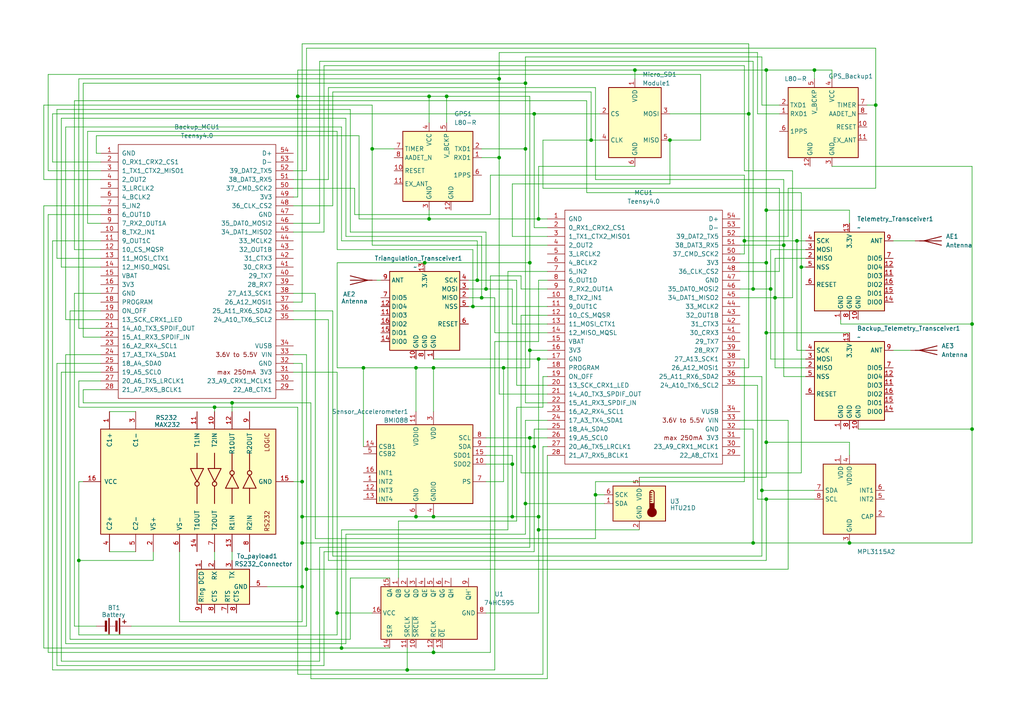
<source format=kicad_sch>
(kicad_sch
	(version 20231120)
	(generator "eeschema")
	(generator_version "8.0")
	(uuid "9a783028-2444-421d-ac60-dde773b94d34")
	(paper "A4")
	(lib_symbols
		(symbol "74xx:74HC595"
			(exclude_from_sim no)
			(in_bom yes)
			(on_board yes)
			(property "Reference" "U"
				(at -7.62 13.97 0)
				(effects
					(font
						(size 1.27 1.27)
					)
				)
			)
			(property "Value" "74HC595"
				(at -7.62 -16.51 0)
				(effects
					(font
						(size 1.27 1.27)
					)
				)
			)
			(property "Footprint" ""
				(at 0 0 0)
				(effects
					(font
						(size 1.27 1.27)
					)
					(hide yes)
				)
			)
			(property "Datasheet" "http://www.ti.com/lit/ds/symlink/sn74hc595.pdf"
				(at 0 0 0)
				(effects
					(font
						(size 1.27 1.27)
					)
					(hide yes)
				)
			)
			(property "Description" "8-bit serial in/out Shift Register 3-State Outputs"
				(at 0 0 0)
				(effects
					(font
						(size 1.27 1.27)
					)
					(hide yes)
				)
			)
			(property "ki_keywords" "HCMOS SR 3State"
				(at 0 0 0)
				(effects
					(font
						(size 1.27 1.27)
					)
					(hide yes)
				)
			)
			(property "ki_fp_filters" "DIP*W7.62mm* SOIC*3.9x9.9mm*P1.27mm* TSSOP*4.4x5mm*P0.65mm* SOIC*5.3x10.2mm*P1.27mm* SOIC*7.5x10.3mm*P1.27mm*"
				(at 0 0 0)
				(effects
					(font
						(size 1.27 1.27)
					)
					(hide yes)
				)
			)
			(symbol "74HC595_1_0"
				(pin tri_state line
					(at 10.16 7.62 180)
					(length 2.54)
					(name "QB"
						(effects
							(font
								(size 1.27 1.27)
							)
						)
					)
					(number "1"
						(effects
							(font
								(size 1.27 1.27)
							)
						)
					)
				)
				(pin input line
					(at -10.16 2.54 0)
					(length 2.54)
					(name "~{SRCLR}"
						(effects
							(font
								(size 1.27 1.27)
							)
						)
					)
					(number "10"
						(effects
							(font
								(size 1.27 1.27)
							)
						)
					)
				)
				(pin input line
					(at -10.16 5.08 0)
					(length 2.54)
					(name "SRCLK"
						(effects
							(font
								(size 1.27 1.27)
							)
						)
					)
					(number "11"
						(effects
							(font
								(size 1.27 1.27)
							)
						)
					)
				)
				(pin input line
					(at -10.16 -2.54 0)
					(length 2.54)
					(name "RCLK"
						(effects
							(font
								(size 1.27 1.27)
							)
						)
					)
					(number "12"
						(effects
							(font
								(size 1.27 1.27)
							)
						)
					)
				)
				(pin input line
					(at -10.16 -5.08 0)
					(length 2.54)
					(name "~{OE}"
						(effects
							(font
								(size 1.27 1.27)
							)
						)
					)
					(number "13"
						(effects
							(font
								(size 1.27 1.27)
							)
						)
					)
				)
				(pin input line
					(at -10.16 10.16 0)
					(length 2.54)
					(name "SER"
						(effects
							(font
								(size 1.27 1.27)
							)
						)
					)
					(number "14"
						(effects
							(font
								(size 1.27 1.27)
							)
						)
					)
				)
				(pin tri_state line
					(at 10.16 10.16 180)
					(length 2.54)
					(name "QA"
						(effects
							(font
								(size 1.27 1.27)
							)
						)
					)
					(number "15"
						(effects
							(font
								(size 1.27 1.27)
							)
						)
					)
				)
				(pin power_in line
					(at 0 15.24 270)
					(length 2.54)
					(name "VCC"
						(effects
							(font
								(size 1.27 1.27)
							)
						)
					)
					(number "16"
						(effects
							(font
								(size 1.27 1.27)
							)
						)
					)
				)
				(pin tri_state line
					(at 10.16 5.08 180)
					(length 2.54)
					(name "QC"
						(effects
							(font
								(size 1.27 1.27)
							)
						)
					)
					(number "2"
						(effects
							(font
								(size 1.27 1.27)
							)
						)
					)
				)
				(pin tri_state line
					(at 10.16 2.54 180)
					(length 2.54)
					(name "QD"
						(effects
							(font
								(size 1.27 1.27)
							)
						)
					)
					(number "3"
						(effects
							(font
								(size 1.27 1.27)
							)
						)
					)
				)
				(pin tri_state line
					(at 10.16 0 180)
					(length 2.54)
					(name "QE"
						(effects
							(font
								(size 1.27 1.27)
							)
						)
					)
					(number "4"
						(effects
							(font
								(size 1.27 1.27)
							)
						)
					)
				)
				(pin tri_state line
					(at 10.16 -2.54 180)
					(length 2.54)
					(name "QF"
						(effects
							(font
								(size 1.27 1.27)
							)
						)
					)
					(number "5"
						(effects
							(font
								(size 1.27 1.27)
							)
						)
					)
				)
				(pin tri_state line
					(at 10.16 -5.08 180)
					(length 2.54)
					(name "QG"
						(effects
							(font
								(size 1.27 1.27)
							)
						)
					)
					(number "6"
						(effects
							(font
								(size 1.27 1.27)
							)
						)
					)
				)
				(pin tri_state line
					(at 10.16 -7.62 180)
					(length 2.54)
					(name "QH"
						(effects
							(font
								(size 1.27 1.27)
							)
						)
					)
					(number "7"
						(effects
							(font
								(size 1.27 1.27)
							)
						)
					)
				)
				(pin power_in line
					(at 0 -17.78 90)
					(length 2.54)
					(name "GND"
						(effects
							(font
								(size 1.27 1.27)
							)
						)
					)
					(number "8"
						(effects
							(font
								(size 1.27 1.27)
							)
						)
					)
				)
				(pin output line
					(at 10.16 -12.7 180)
					(length 2.54)
					(name "QH'"
						(effects
							(font
								(size 1.27 1.27)
							)
						)
					)
					(number "9"
						(effects
							(font
								(size 1.27 1.27)
							)
						)
					)
				)
			)
			(symbol "74HC595_1_1"
				(rectangle
					(start -7.62 12.7)
					(end 7.62 -15.24)
					(stroke
						(width 0.254)
						(type default)
					)
					(fill
						(type background)
					)
				)
			)
		)
		(symbol "Connector:Micro_SD_CARD_SPI"
			(exclude_from_sim no)
			(in_bom yes)
			(on_board yes)
			(property "Reference" "U"
				(at -0.762 -1.016 0)
				(effects
					(font
						(size 1.27 1.27)
					)
				)
			)
			(property "Value" ""
				(at 0 0 0)
				(effects
					(font
						(size 1.27 1.27)
					)
				)
			)
			(property "Footprint" ""
				(at 0 0 0)
				(effects
					(font
						(size 1.27 1.27)
					)
					(hide yes)
				)
			)
			(property "Datasheet" ""
				(at 0 0 0)
				(effects
					(font
						(size 1.27 1.27)
					)
					(hide yes)
				)
			)
			(property "Description" ""
				(at 0 0 0)
				(effects
					(font
						(size 1.27 1.27)
					)
					(hide yes)
				)
			)
			(symbol "Micro_SD_CARD_SPI_0_1"
				(rectangle
					(start 0 20.32)
					(end 15.24 0)
					(stroke
						(width 0.254)
						(type default)
					)
					(fill
						(type background)
					)
				)
			)
			(symbol "Micro_SD_CARD_SPI_1_1"
				(pin power_in line
					(at 7.62 22.86 270)
					(length 2.54)
					(name "VDD"
						(effects
							(font
								(size 1.27 1.27)
							)
						)
					)
					(number "1"
						(effects
							(font
								(size 1.27 1.27)
							)
						)
					)
				)
				(pin bidirectional line
					(at -2.54 12.7 0)
					(length 2.54)
					(name "CS"
						(effects
							(font
								(size 1.27 1.27)
							)
						)
					)
					(number "2"
						(effects
							(font
								(size 1.27 1.27)
							)
						)
					)
				)
				(pin open_collector line
					(at 17.78 12.7 180)
					(length 2.54)
					(name "MOSI"
						(effects
							(font
								(size 1.27 1.27)
							)
						)
					)
					(number "3"
						(effects
							(font
								(size 1.27 1.27)
							)
						)
					)
				)
				(pin input line
					(at -2.54 5.08 0)
					(length 2.54)
					(name "CLK"
						(effects
							(font
								(size 1.27 1.27)
							)
						)
					)
					(number "4"
						(effects
							(font
								(size 1.27 1.27)
							)
						)
					)
				)
				(pin passive line
					(at 17.78 5.08 180)
					(length 2.54)
					(name "MISO"
						(effects
							(font
								(size 1.27 1.27)
							)
						)
					)
					(number "5"
						(effects
							(font
								(size 1.27 1.27)
							)
						)
					)
				)
				(pin power_in line
					(at 7.62 -2.54 90)
					(length 2.54)
					(name "GND"
						(effects
							(font
								(size 1.27 1.27)
							)
						)
					)
					(number "6"
						(effects
							(font
								(size 1.27 1.27)
							)
						)
					)
				)
			)
		)
		(symbol "Device:Antenna"
			(pin_numbers hide)
			(pin_names
				(offset 1.016) hide)
			(exclude_from_sim no)
			(in_bom yes)
			(on_board yes)
			(property "Reference" "AE"
				(at -1.905 1.905 0)
				(effects
					(font
						(size 1.27 1.27)
					)
					(justify right)
				)
			)
			(property "Value" "Antenna"
				(at -1.905 0 0)
				(effects
					(font
						(size 1.27 1.27)
					)
					(justify right)
				)
			)
			(property "Footprint" ""
				(at 0 0 0)
				(effects
					(font
						(size 1.27 1.27)
					)
					(hide yes)
				)
			)
			(property "Datasheet" "~"
				(at 0 0 0)
				(effects
					(font
						(size 1.27 1.27)
					)
					(hide yes)
				)
			)
			(property "Description" "Antenna"
				(at 0 0 0)
				(effects
					(font
						(size 1.27 1.27)
					)
					(hide yes)
				)
			)
			(property "ki_keywords" "antenna"
				(at 0 0 0)
				(effects
					(font
						(size 1.27 1.27)
					)
					(hide yes)
				)
			)
			(symbol "Antenna_0_1"
				(polyline
					(pts
						(xy 0 2.54) (xy 0 -3.81)
					)
					(stroke
						(width 0.254)
						(type default)
					)
					(fill
						(type none)
					)
				)
				(polyline
					(pts
						(xy 1.27 2.54) (xy 0 -2.54) (xy -1.27 2.54)
					)
					(stroke
						(width 0.254)
						(type default)
					)
					(fill
						(type none)
					)
				)
			)
			(symbol "Antenna_1_1"
				(pin input line
					(at 0 -5.08 90)
					(length 2.54)
					(name "A"
						(effects
							(font
								(size 1.27 1.27)
							)
						)
					)
					(number "1"
						(effects
							(font
								(size 1.27 1.27)
							)
						)
					)
				)
			)
		)
		(symbol "Device:Battery"
			(pin_numbers hide)
			(pin_names
				(offset 0) hide)
			(exclude_from_sim no)
			(in_bom yes)
			(on_board yes)
			(property "Reference" "BT"
				(at 2.54 2.54 0)
				(effects
					(font
						(size 1.27 1.27)
					)
					(justify left)
				)
			)
			(property "Value" "Battery"
				(at 2.54 0 0)
				(effects
					(font
						(size 1.27 1.27)
					)
					(justify left)
				)
			)
			(property "Footprint" ""
				(at 0 1.524 90)
				(effects
					(font
						(size 1.27 1.27)
					)
					(hide yes)
				)
			)
			(property "Datasheet" "~"
				(at 0 1.524 90)
				(effects
					(font
						(size 1.27 1.27)
					)
					(hide yes)
				)
			)
			(property "Description" "Multiple-cell battery"
				(at 0 0 0)
				(effects
					(font
						(size 1.27 1.27)
					)
					(hide yes)
				)
			)
			(property "ki_keywords" "batt voltage-source cell"
				(at 0 0 0)
				(effects
					(font
						(size 1.27 1.27)
					)
					(hide yes)
				)
			)
			(symbol "Battery_0_1"
				(rectangle
					(start -2.286 -1.27)
					(end 2.286 -1.524)
					(stroke
						(width 0)
						(type default)
					)
					(fill
						(type outline)
					)
				)
				(rectangle
					(start -2.286 1.778)
					(end 2.286 1.524)
					(stroke
						(width 0)
						(type default)
					)
					(fill
						(type outline)
					)
				)
				(rectangle
					(start -1.524 -2.032)
					(end 1.524 -2.54)
					(stroke
						(width 0)
						(type default)
					)
					(fill
						(type outline)
					)
				)
				(rectangle
					(start -1.524 1.016)
					(end 1.524 0.508)
					(stroke
						(width 0)
						(type default)
					)
					(fill
						(type outline)
					)
				)
				(polyline
					(pts
						(xy 0 -1.016) (xy 0 -0.762)
					)
					(stroke
						(width 0)
						(type default)
					)
					(fill
						(type none)
					)
				)
				(polyline
					(pts
						(xy 0 -0.508) (xy 0 -0.254)
					)
					(stroke
						(width 0)
						(type default)
					)
					(fill
						(type none)
					)
				)
				(polyline
					(pts
						(xy 0 0) (xy 0 0.254)
					)
					(stroke
						(width 0)
						(type default)
					)
					(fill
						(type none)
					)
				)
				(polyline
					(pts
						(xy 0 1.778) (xy 0 2.54)
					)
					(stroke
						(width 0)
						(type default)
					)
					(fill
						(type none)
					)
				)
				(polyline
					(pts
						(xy 0.762 3.048) (xy 1.778 3.048)
					)
					(stroke
						(width 0.254)
						(type default)
					)
					(fill
						(type none)
					)
				)
				(polyline
					(pts
						(xy 1.27 3.556) (xy 1.27 2.54)
					)
					(stroke
						(width 0.254)
						(type default)
					)
					(fill
						(type none)
					)
				)
			)
			(symbol "Battery_1_1"
				(pin passive line
					(at 0 5.08 270)
					(length 2.54)
					(name "+"
						(effects
							(font
								(size 1.27 1.27)
							)
						)
					)
					(number "1"
						(effects
							(font
								(size 1.27 1.27)
							)
						)
					)
				)
				(pin passive line
					(at 0 -5.08 90)
					(length 2.54)
					(name "-"
						(effects
							(font
								(size 1.27 1.27)
							)
						)
					)
					(number "2"
						(effects
							(font
								(size 1.27 1.27)
							)
						)
					)
				)
			)
		)
		(symbol "New_Library:MAX232"
			(pin_names
				(offset 1.016)
			)
			(exclude_from_sim no)
			(in_bom yes)
			(on_board yes)
			(property "Reference" "U"
				(at -2.54 28.575 0)
				(effects
					(font
						(size 1.27 1.27)
					)
					(justify right)
				)
			)
			(property "Value" "MAX232"
				(at -2.54 26.67 0)
				(effects
					(font
						(size 1.27 1.27)
					)
					(justify right)
				)
			)
			(property "Footprint" ""
				(at 1.27 -26.67 0)
				(effects
					(font
						(size 1.27 1.27)
					)
					(justify left)
					(hide yes)
				)
			)
			(property "Datasheet" "http://www.ti.com/lit/ds/symlink/max232.pdf"
				(at 0 2.54 0)
				(effects
					(font
						(size 1.27 1.27)
					)
					(hide yes)
				)
			)
			(property "Description" "Dual RS232 driver/receiver, 5V supply, 120kb/s, 0C-70C"
				(at 0 0 0)
				(effects
					(font
						(size 1.27 1.27)
					)
					(hide yes)
				)
			)
			(property "ki_keywords" "rs232 uart transceiver line-driver"
				(at 0 0 0)
				(effects
					(font
						(size 1.27 1.27)
					)
					(hide yes)
				)
			)
			(property "ki_fp_filters" "SOIC*P1.27mm* DIP*W7.62mm* TSSOP*4.4x5mm*P0.65mm*"
				(at 0 0 0)
				(effects
					(font
						(size 1.27 1.27)
					)
					(hide yes)
				)
			)
			(symbol "MAX232_0_0"
				(text "LOGIC"
					(at -11.43 -22.86 0)
					(effects
						(font
							(size 1.27 1.27)
						)
					)
				)
				(text "RS232"
					(at 11.43 -22.86 0)
					(effects
						(font
							(size 1.27 1.27)
						)
					)
				)
			)
			(symbol "MAX232_0_1"
				(rectangle
					(start -15.24 -25.4)
					(end 15.24 25.4)
					(stroke
						(width 0.254)
						(type default)
					)
					(fill
						(type background)
					)
				)
				(circle
					(center -2.54 -17.78)
					(radius 0.635)
					(stroke
						(width 0.254)
						(type default)
					)
					(fill
						(type none)
					)
				)
				(circle
					(center -2.54 -12.7)
					(radius 0.635)
					(stroke
						(width 0.254)
						(type default)
					)
					(fill
						(type none)
					)
				)
				(polyline
					(pts
						(xy -3.81 -7.62) (xy -8.255 -7.62)
					)
					(stroke
						(width 0.254)
						(type default)
					)
					(fill
						(type none)
					)
				)
				(polyline
					(pts
						(xy -3.81 -2.54) (xy -8.255 -2.54)
					)
					(stroke
						(width 0.254)
						(type default)
					)
					(fill
						(type none)
					)
				)
				(polyline
					(pts
						(xy -3.175 -17.78) (xy -8.255 -17.78)
					)
					(stroke
						(width 0.254)
						(type default)
					)
					(fill
						(type none)
					)
				)
				(polyline
					(pts
						(xy -3.175 -12.7) (xy -8.255 -12.7)
					)
					(stroke
						(width 0.254)
						(type default)
					)
					(fill
						(type none)
					)
				)
				(polyline
					(pts
						(xy 1.27 -7.62) (xy 6.35 -7.62)
					)
					(stroke
						(width 0.254)
						(type default)
					)
					(fill
						(type none)
					)
				)
				(polyline
					(pts
						(xy 1.27 -2.54) (xy 6.35 -2.54)
					)
					(stroke
						(width 0.254)
						(type default)
					)
					(fill
						(type none)
					)
				)
				(polyline
					(pts
						(xy 1.905 -17.78) (xy 6.35 -17.78)
					)
					(stroke
						(width 0.254)
						(type default)
					)
					(fill
						(type none)
					)
				)
				(polyline
					(pts
						(xy 1.905 -12.7) (xy 6.35 -12.7)
					)
					(stroke
						(width 0.254)
						(type default)
					)
					(fill
						(type none)
					)
				)
				(polyline
					(pts
						(xy -3.81 -5.715) (xy -3.81 -9.525) (xy 0 -7.62) (xy -3.81 -5.715)
					)
					(stroke
						(width 0.254)
						(type default)
					)
					(fill
						(type none)
					)
				)
				(polyline
					(pts
						(xy -3.81 -0.635) (xy -3.81 -4.445) (xy 0 -2.54) (xy -3.81 -0.635)
					)
					(stroke
						(width 0.254)
						(type default)
					)
					(fill
						(type none)
					)
				)
				(polyline
					(pts
						(xy 1.905 -15.875) (xy 1.905 -19.685) (xy -1.905 -17.78) (xy 1.905 -15.875)
					)
					(stroke
						(width 0.254)
						(type default)
					)
					(fill
						(type none)
					)
				)
				(polyline
					(pts
						(xy 1.905 -10.795) (xy 1.905 -14.605) (xy -1.905 -12.7) (xy 1.905 -10.795)
					)
					(stroke
						(width 0.254)
						(type default)
					)
					(fill
						(type none)
					)
				)
				(circle
					(center 0.635 -7.62)
					(radius 0.635)
					(stroke
						(width 0.254)
						(type default)
					)
					(fill
						(type none)
					)
				)
				(circle
					(center 0.635 -2.54)
					(radius 0.635)
					(stroke
						(width 0.254)
						(type default)
					)
					(fill
						(type none)
					)
				)
			)
			(symbol "MAX232_1_1"
				(pin passive line
					(at -20.32 22.86 0)
					(length 5.08)
					(name "C1+"
						(effects
							(font
								(size 1.27 1.27)
							)
						)
					)
					(number "1"
						(effects
							(font
								(size 1.27 1.27)
							)
						)
					)
				)
				(pin input line
					(at -20.32 -7.62 0)
					(length 5.08)
					(name "T2IN"
						(effects
							(font
								(size 1.27 1.27)
							)
						)
					)
					(number "10"
						(effects
							(font
								(size 1.27 1.27)
							)
						)
					)
				)
				(pin input line
					(at -20.32 -2.54 0)
					(length 5.08)
					(name "T1IN"
						(effects
							(font
								(size 1.27 1.27)
							)
						)
					)
					(number "11"
						(effects
							(font
								(size 1.27 1.27)
							)
						)
					)
				)
				(pin output line
					(at -20.32 -12.7 0)
					(length 5.08)
					(name "R1OUT"
						(effects
							(font
								(size 1.27 1.27)
							)
						)
					)
					(number "12"
						(effects
							(font
								(size 1.27 1.27)
							)
						)
					)
				)
				(pin input line
					(at 20.32 -12.7 180)
					(length 5.08)
					(name "R1IN"
						(effects
							(font
								(size 1.27 1.27)
							)
						)
					)
					(number "13"
						(effects
							(font
								(size 1.27 1.27)
							)
						)
					)
				)
				(pin output line
					(at 20.32 -2.54 180)
					(length 5.08)
					(name "T1OUT"
						(effects
							(font
								(size 1.27 1.27)
							)
						)
					)
					(number "14"
						(effects
							(font
								(size 1.27 1.27)
							)
						)
					)
				)
				(pin power_in line
					(at 0 -30.48 90)
					(length 5.08)
					(name "GND"
						(effects
							(font
								(size 1.27 1.27)
							)
						)
					)
					(number "15"
						(effects
							(font
								(size 1.27 1.27)
							)
						)
					)
				)
				(pin power_in line
					(at 0 30.48 270)
					(length 5.08)
					(name "VCC"
						(effects
							(font
								(size 1.27 1.27)
							)
						)
					)
					(number "16"
						(effects
							(font
								(size 1.27 1.27)
							)
						)
					)
				)
				(pin power_out line
					(at 20.32 10.16 180)
					(length 5.08)
					(name "VS+"
						(effects
							(font
								(size 1.27 1.27)
							)
						)
					)
					(number "2"
						(effects
							(font
								(size 1.27 1.27)
							)
						)
					)
				)
				(pin passive line
					(at -20.32 15.24 0)
					(length 5.08)
					(name "C1-"
						(effects
							(font
								(size 1.27 1.27)
							)
						)
					)
					(number "3"
						(effects
							(font
								(size 1.27 1.27)
							)
						)
					)
				)
				(pin passive line
					(at 20.32 22.86 180)
					(length 5.08)
					(name "C2+"
						(effects
							(font
								(size 1.27 1.27)
							)
						)
					)
					(number "4"
						(effects
							(font
								(size 1.27 1.27)
							)
						)
					)
				)
				(pin passive line
					(at 20.32 15.24 180)
					(length 5.08)
					(name "C2-"
						(effects
							(font
								(size 1.27 1.27)
							)
						)
					)
					(number "5"
						(effects
							(font
								(size 1.27 1.27)
							)
						)
					)
				)
				(pin power_out line
					(at 20.32 2.54 180)
					(length 5.08)
					(name "VS-"
						(effects
							(font
								(size 1.27 1.27)
							)
						)
					)
					(number "6"
						(effects
							(font
								(size 1.27 1.27)
							)
						)
					)
				)
				(pin output line
					(at 20.32 -7.62 180)
					(length 5.08)
					(name "T2OUT"
						(effects
							(font
								(size 1.27 1.27)
							)
						)
					)
					(number "7"
						(effects
							(font
								(size 1.27 1.27)
							)
						)
					)
				)
				(pin input line
					(at 20.32 -17.78 180)
					(length 5.08)
					(name "R2IN"
						(effects
							(font
								(size 1.27 1.27)
							)
						)
					)
					(number "8"
						(effects
							(font
								(size 1.27 1.27)
							)
						)
					)
				)
				(pin output line
					(at -20.32 -17.78 0)
					(length 5.08)
					(name "R2OUT"
						(effects
							(font
								(size 1.27 1.27)
							)
						)
					)
					(number "9"
						(effects
							(font
								(size 1.27 1.27)
							)
						)
					)
				)
			)
		)
		(symbol "New_Library:RFM69HCW"
			(exclude_from_sim no)
			(in_bom yes)
			(on_board yes)
			(property "Reference" "Triangulation_Transceiver"
				(at 0 0 0)
				(effects
					(font
						(size 1.27 1.27)
					)
				)
			)
			(property "Value" ""
				(at 3.81 -1.27 0)
				(effects
					(font
						(size 1.27 1.27)
					)
				)
			)
			(property "Footprint" ""
				(at 3.81 -1.27 0)
				(effects
					(font
						(size 1.27 1.27)
					)
					(hide yes)
				)
			)
			(property "Datasheet" ""
				(at 3.81 -1.27 0)
				(effects
					(font
						(size 1.27 1.27)
					)
					(hide yes)
				)
			)
			(property "Description" ""
				(at 3.81 -1.27 0)
				(effects
					(font
						(size 1.27 1.27)
					)
					(hide yes)
				)
			)
			(symbol "RFM69HCW_0_1"
				(rectangle
					(start 15.24 22.86)
					(end 35.56 0)
					(stroke
						(width 0.254)
						(type default)
					)
					(fill
						(type background)
					)
				)
			)
			(symbol "RFM69HCW_1_1"
				(pin power_in line
					(at 22.86 -2.54 90)
					(length 2.54)
					(name "GND"
						(effects
							(font
								(size 1.27 1.27)
							)
						)
					)
					(number "1"
						(effects
							(font
								(size 1.27 1.27)
							)
						)
					)
				)
				(pin power_in line
					(at 27.94 -2.54 90)
					(length 2.54)
					(name "GND"
						(effects
							(font
								(size 1.27 1.27)
							)
						)
					)
					(number "10"
						(effects
							(font
								(size 1.27 1.27)
							)
						)
					)
				)
				(pin bidirectional line
					(at 38.1 10.16 180)
					(length 2.54)
					(name "DIO3"
						(effects
							(font
								(size 1.27 1.27)
							)
						)
					)
					(number "11"
						(effects
							(font
								(size 1.27 1.27)
							)
						)
					)
				)
				(pin bidirectional line
					(at 38.1 12.7 180)
					(length 2.54)
					(name "DIO4"
						(effects
							(font
								(size 1.27 1.27)
							)
						)
					)
					(number "12"
						(effects
							(font
								(size 1.27 1.27)
							)
						)
					)
				)
				(pin power_in line
					(at 25.4 25.4 270)
					(length 2.54)
					(name "3.3V"
						(effects
							(font
								(size 1.27 1.27)
							)
						)
					)
					(number "13"
						(effects
							(font
								(size 1.27 1.27)
							)
						)
					)
				)
				(pin bidirectional line
					(at 38.1 2.54 180)
					(length 2.54)
					(name "DIO0"
						(effects
							(font
								(size 1.27 1.27)
							)
						)
					)
					(number "14"
						(effects
							(font
								(size 1.27 1.27)
							)
						)
					)
				)
				(pin bidirectional line
					(at 38.1 5.08 180)
					(length 2.54)
					(name "DIO1"
						(effects
							(font
								(size 1.27 1.27)
							)
						)
					)
					(number "15"
						(effects
							(font
								(size 1.27 1.27)
							)
						)
					)
				)
				(pin bidirectional line
					(at 38.1 7.62 180)
					(length 2.54)
					(name "DIO2"
						(effects
							(font
								(size 1.27 1.27)
							)
						)
					)
					(number "16"
						(effects
							(font
								(size 1.27 1.27)
							)
						)
					)
				)
				(pin input line
					(at 12.7 15.24 0)
					(length 2.54)
					(name "MISO"
						(effects
							(font
								(size 1.27 1.27)
							)
						)
					)
					(number "2"
						(effects
							(font
								(size 1.27 1.27)
							)
						)
					)
				)
				(pin output line
					(at 12.7 17.78 0)
					(length 2.54)
					(name "MOSI"
						(effects
							(font
								(size 1.27 1.27)
							)
						)
					)
					(number "3"
						(effects
							(font
								(size 1.27 1.27)
							)
						)
					)
				)
				(pin input line
					(at 12.7 20.32 0)
					(length 2.54)
					(name "SCK"
						(effects
							(font
								(size 1.27 1.27)
							)
						)
					)
					(number "4"
						(effects
							(font
								(size 1.27 1.27)
							)
						)
					)
				)
				(pin input line
					(at 12.7 12.7 0)
					(length 2.54)
					(name "NSS"
						(effects
							(font
								(size 1.27 1.27)
							)
						)
					)
					(number "5"
						(effects
							(font
								(size 1.27 1.27)
							)
						)
					)
				)
				(pin bidirectional line
					(at 12.7 7.62 0)
					(length 2.54)
					(name "RESET"
						(effects
							(font
								(size 1.27 1.27)
							)
						)
					)
					(number "6"
						(effects
							(font
								(size 1.27 1.27)
							)
						)
					)
				)
				(pin bidirectional line
					(at 38.1 15.24 180)
					(length 2.54)
					(name "DIO5"
						(effects
							(font
								(size 1.27 1.27)
							)
						)
					)
					(number "7"
						(effects
							(font
								(size 1.27 1.27)
							)
						)
					)
				)
				(pin power_in line
					(at 25.4 -2.54 90)
					(length 2.54)
					(name "GND"
						(effects
							(font
								(size 1.27 1.27)
							)
						)
					)
					(number "8"
						(effects
							(font
								(size 1.27 1.27)
							)
						)
					)
				)
				(pin bidirectional line
					(at 38.1 20.32 180)
					(length 2.54)
					(name "ANT"
						(effects
							(font
								(size 1.27 1.27)
							)
						)
					)
					(number "9"
						(effects
							(font
								(size 1.27 1.27)
							)
						)
					)
				)
			)
		)
		(symbol "New_Library:RFM95W"
			(exclude_from_sim no)
			(in_bom yes)
			(on_board yes)
			(property "Reference" "Telemetry_Transceiver"
				(at -4.826 -1.016 0)
				(effects
					(font
						(size 1.27 1.27)
					)
				)
			)
			(property "Value" ""
				(at 0 0 0)
				(effects
					(font
						(size 1.27 1.27)
					)
				)
			)
			(property "Footprint" ""
				(at 0 0 0)
				(effects
					(font
						(size 1.27 1.27)
					)
					(hide yes)
				)
			)
			(property "Datasheet" ""
				(at 0 0 0)
				(effects
					(font
						(size 1.27 1.27)
					)
					(hide yes)
				)
			)
			(property "Description" ""
				(at 0 0 0)
				(effects
					(font
						(size 1.27 1.27)
					)
					(hide yes)
				)
			)
			(symbol "RFM95W_0_1"
				(rectangle
					(start 0 22.86)
					(end 20.32 0)
					(stroke
						(width 0.254)
						(type default)
					)
					(fill
						(type background)
					)
				)
			)
			(symbol "RFM95W_1_1"
				(pin power_in line
					(at 7.62 -2.54 90)
					(length 2.54)
					(name "GND"
						(effects
							(font
								(size 1.27 1.27)
							)
						)
					)
					(number "1"
						(effects
							(font
								(size 1.27 1.27)
							)
						)
					)
				)
				(pin power_in line
					(at 12.7 -2.54 90)
					(length 2.54)
					(name "GND"
						(effects
							(font
								(size 1.27 1.27)
							)
						)
					)
					(number "10"
						(effects
							(font
								(size 1.27 1.27)
							)
						)
					)
				)
				(pin bidirectional line
					(at 22.86 10.16 180)
					(length 2.54)
					(name "DIO3"
						(effects
							(font
								(size 1.27 1.27)
							)
						)
					)
					(number "11"
						(effects
							(font
								(size 1.27 1.27)
							)
						)
					)
				)
				(pin bidirectional line
					(at 22.86 12.7 180)
					(length 2.54)
					(name "DIO4"
						(effects
							(font
								(size 1.27 1.27)
							)
						)
					)
					(number "12"
						(effects
							(font
								(size 1.27 1.27)
							)
						)
					)
				)
				(pin power_in line
					(at 10.16 25.4 270)
					(length 2.54)
					(name "3.3V"
						(effects
							(font
								(size 1.27 1.27)
							)
						)
					)
					(number "13"
						(effects
							(font
								(size 1.27 1.27)
							)
						)
					)
				)
				(pin bidirectional line
					(at 22.86 2.54 180)
					(length 2.54)
					(name "DIO0"
						(effects
							(font
								(size 1.27 1.27)
							)
						)
					)
					(number "14"
						(effects
							(font
								(size 1.27 1.27)
							)
						)
					)
				)
				(pin bidirectional line
					(at 22.86 5.08 180)
					(length 2.54)
					(name "DIO1"
						(effects
							(font
								(size 1.27 1.27)
							)
						)
					)
					(number "15"
						(effects
							(font
								(size 1.27 1.27)
							)
						)
					)
				)
				(pin bidirectional line
					(at 22.86 7.62 180)
					(length 2.54)
					(name "DIO2"
						(effects
							(font
								(size 1.27 1.27)
							)
						)
					)
					(number "16"
						(effects
							(font
								(size 1.27 1.27)
							)
						)
					)
				)
				(pin input line
					(at -2.54 15.24 0)
					(length 2.54)
					(name "MISO"
						(effects
							(font
								(size 1.27 1.27)
							)
						)
					)
					(number "2"
						(effects
							(font
								(size 1.27 1.27)
							)
						)
					)
				)
				(pin output line
					(at -2.54 17.78 0)
					(length 2.54)
					(name "MOSI"
						(effects
							(font
								(size 1.27 1.27)
							)
						)
					)
					(number "3"
						(effects
							(font
								(size 1.27 1.27)
							)
						)
					)
				)
				(pin input line
					(at -2.54 20.32 0)
					(length 2.54)
					(name "SCK"
						(effects
							(font
								(size 1.27 1.27)
							)
						)
					)
					(number "4"
						(effects
							(font
								(size 1.27 1.27)
							)
						)
					)
				)
				(pin input line
					(at -2.54 12.7 0)
					(length 2.54)
					(name "NSS"
						(effects
							(font
								(size 1.27 1.27)
							)
						)
					)
					(number "5"
						(effects
							(font
								(size 1.27 1.27)
							)
						)
					)
				)
				(pin bidirectional line
					(at -2.54 7.62 0)
					(length 2.54)
					(name "RESET"
						(effects
							(font
								(size 1.27 1.27)
							)
						)
					)
					(number "6"
						(effects
							(font
								(size 1.27 1.27)
							)
						)
					)
				)
				(pin bidirectional line
					(at 22.86 15.24 180)
					(length 2.54)
					(name "DIO5"
						(effects
							(font
								(size 1.27 1.27)
							)
						)
					)
					(number "7"
						(effects
							(font
								(size 1.27 1.27)
							)
						)
					)
				)
				(pin power_in line
					(at 10.16 -2.54 90)
					(length 2.54)
					(name "GND"
						(effects
							(font
								(size 1.27 1.27)
							)
						)
					)
					(number "8"
						(effects
							(font
								(size 1.27 1.27)
							)
						)
					)
				)
				(pin bidirectional line
					(at 22.86 20.32 180)
					(length 2.54)
					(name "ANT"
						(effects
							(font
								(size 1.27 1.27)
							)
						)
					)
					(number "9"
						(effects
							(font
								(size 1.27 1.27)
							)
						)
					)
				)
			)
		)
		(symbol "New_Library:RS232_Connector"
			(exclude_from_sim no)
			(in_bom yes)
			(on_board yes)
			(property "Reference" "To_payload1"
				(at -1.27 -5.7149 0)
				(effects
					(font
						(size 1.27 1.27)
					)
					(justify right)
				)
			)
			(property "Value" "~"
				(at -1.27 -7.62 0)
				(effects
					(font
						(size 1.27 1.27)
					)
					(justify right)
				)
			)
			(property "Footprint" ""
				(at 0 0 0)
				(effects
					(font
						(size 1.27 1.27)
					)
					(hide yes)
				)
			)
			(property "Datasheet" ""
				(at 0 0 0)
				(effects
					(font
						(size 1.27 1.27)
					)
					(hide yes)
				)
			)
			(property "Description" ""
				(at 0 0 0)
				(effects
					(font
						(size 1.27 1.27)
					)
					(hide yes)
				)
			)
			(symbol "RS232_Connector_0_1"
				(rectangle
					(start 0 -1.27)
					(end 15.24 -11.43)
					(stroke
						(width 0.254)
						(type default)
					)
					(fill
						(type background)
					)
				)
			)
			(symbol "RS232_Connector_1_1"
				(pin bidirectional line
					(at 1.27 1.27 270)
					(length 2.54)
					(name "DCD"
						(effects
							(font
								(size 1.27 1.27)
							)
						)
					)
					(number "1"
						(effects
							(font
								(size 1.27 1.27)
							)
						)
					)
				)
				(pin input line
					(at 5.08 1.27 270)
					(length 2.54)
					(name "RX"
						(effects
							(font
								(size 1.27 1.27)
							)
						)
					)
					(number "2"
						(effects
							(font
								(size 1.27 1.27)
							)
						)
					)
				)
				(pin output line
					(at 10.16 1.27 270)
					(length 2.54)
					(name "TX"
						(effects
							(font
								(size 1.27 1.27)
							)
						)
					)
					(number "3"
						(effects
							(font
								(size 1.27 1.27)
							)
						)
					)
				)
				(pin bidirectional line
					(at 12.7 1.27 270)
					(length 2.54) hide
					(name "Data_Ready"
						(effects
							(font
								(size 1.27 1.27)
							)
						)
					)
					(number "4"
						(effects
							(font
								(size 1.27 1.27)
							)
						)
					)
				)
				(pin power_in line
					(at 20.32 -6.35 180)
					(length 5.08)
					(name "GND"
						(effects
							(font
								(size 1.27 1.27)
							)
						)
					)
					(number "5"
						(effects
							(font
								(size 1.27 1.27)
							)
						)
					)
				)
				(pin bidirectional line
					(at 8.89 -13.97 90)
					(length 2.54)
					(name "RTS"
						(effects
							(font
								(size 1.27 1.27)
							)
						)
					)
					(number "7"
						(effects
							(font
								(size 1.27 1.27)
							)
						)
					)
				)
				(pin bidirectional line
					(at 5.08 -13.97 90)
					(length 2.54)
					(name "CTS"
						(effects
							(font
								(size 1.27 1.27)
							)
						)
					)
					(number "8"
						(effects
							(font
								(size 1.27 1.27)
							)
						)
					)
				)
				(pin bidirectional line
					(at 11.43 -13.97 90)
					(length 2.54)
					(name "CTS"
						(effects
							(font
								(size 1.27 1.27)
							)
						)
					)
					(number "8"
						(effects
							(font
								(size 1.27 1.27)
							)
						)
					)
				)
				(pin bidirectional line
					(at 1.27 -13.97 90)
					(length 2.54)
					(name "Ring"
						(effects
							(font
								(size 1.27 1.27)
							)
						)
					)
					(number "9"
						(effects
							(font
								(size 1.27 1.27)
							)
						)
					)
				)
			)
		)
		(symbol "RF_GPS:L80-R"
			(exclude_from_sim no)
			(in_bom yes)
			(on_board yes)
			(property "Reference" "U"
				(at -10.16 11.43 0)
				(effects
					(font
						(size 1.27 1.27)
					)
					(justify left)
				)
			)
			(property "Value" "L80-R"
				(at 10.16 11.43 0)
				(effects
					(font
						(size 1.27 1.27)
					)
					(justify right)
				)
			)
			(property "Footprint" "RF_GPS:Quectel_L80-R"
				(at 0 -22.86 0)
				(effects
					(font
						(size 1.27 1.27)
					)
					(hide yes)
				)
			)
			(property "Datasheet" "https://www.quectel.com/UploadImage/Downlad/Quectel_L80-R_Hardware_Design_V1.2.pdf"
				(at 0 -6.858 0)
				(effects
					(font
						(size 1.27 1.27)
					)
					(hide yes)
				)
			)
			(property "Description" "Quectel GPS Module"
				(at 0 0 0)
				(effects
					(font
						(size 1.27 1.27)
					)
					(hide yes)
				)
			)
			(property "ki_keywords" "quectel GPS GNSS module"
				(at 0 0 0)
				(effects
					(font
						(size 1.27 1.27)
					)
					(hide yes)
				)
			)
			(property "ki_fp_filters" "Quectel*L80*R*"
				(at 0 0 0)
				(effects
					(font
						(size 1.27 1.27)
					)
					(hide yes)
				)
			)
			(symbol "L80-R_0_1"
				(rectangle
					(start -10.16 10.16)
					(end 10.16 -10.16)
					(stroke
						(width 0.254)
						(type default)
					)
					(fill
						(type background)
					)
				)
			)
			(symbol "L80-R_1_1"
				(pin input line
					(at 12.7 2.54 180)
					(length 2.54)
					(name "RXD1"
						(effects
							(font
								(size 1.27 1.27)
							)
						)
					)
					(number "1"
						(effects
							(font
								(size 1.27 1.27)
							)
						)
					)
				)
				(pin input line
					(at -12.7 -1.27 0)
					(length 2.54)
					(name "RESET"
						(effects
							(font
								(size 1.27 1.27)
							)
						)
					)
					(number "10"
						(effects
							(font
								(size 1.27 1.27)
							)
						)
					)
				)
				(pin bidirectional line
					(at -12.7 -5.08 0)
					(length 2.54)
					(name "EX_ANT"
						(effects
							(font
								(size 1.27 1.27)
							)
						)
					)
					(number "11"
						(effects
							(font
								(size 1.27 1.27)
							)
						)
					)
				)
				(pin power_in line
					(at 3.81 -12.7 90)
					(length 2.54)
					(name "GND"
						(effects
							(font
								(size 1.27 1.27)
							)
						)
					)
					(number "12"
						(effects
							(font
								(size 1.27 1.27)
							)
						)
					)
				)
				(pin output line
					(at 12.7 5.08 180)
					(length 2.54)
					(name "TXD1"
						(effects
							(font
								(size 1.27 1.27)
							)
						)
					)
					(number "2"
						(effects
							(font
								(size 1.27 1.27)
							)
						)
					)
				)
				(pin power_in line
					(at -2.54 -12.7 90)
					(length 2.54)
					(name "GND"
						(effects
							(font
								(size 1.27 1.27)
							)
						)
					)
					(number "3"
						(effects
							(font
								(size 1.27 1.27)
							)
						)
					)
				)
				(pin power_in line
					(at -2.54 12.7 270)
					(length 2.54)
					(name "VCC"
						(effects
							(font
								(size 1.27 1.27)
							)
						)
					)
					(number "4"
						(effects
							(font
								(size 1.27 1.27)
							)
						)
					)
				)
				(pin power_in line
					(at 2.54 12.7 270)
					(length 2.54)
					(name "V_BCKP"
						(effects
							(font
								(size 1.27 1.27)
							)
						)
					)
					(number "5"
						(effects
							(font
								(size 1.27 1.27)
							)
						)
					)
				)
				(pin output line
					(at 12.7 -2.54 180)
					(length 2.54)
					(name "1PPS"
						(effects
							(font
								(size 1.27 1.27)
							)
						)
					)
					(number "6"
						(effects
							(font
								(size 1.27 1.27)
							)
						)
					)
				)
				(pin output line
					(at -12.7 5.08 0)
					(length 2.54)
					(name "TIMER"
						(effects
							(font
								(size 1.27 1.27)
							)
						)
					)
					(number "7"
						(effects
							(font
								(size 1.27 1.27)
							)
						)
					)
				)
				(pin bidirectional line
					(at -12.7 2.54 0)
					(length 2.54)
					(name "AADET_N"
						(effects
							(font
								(size 1.27 1.27)
							)
						)
					)
					(number "8"
						(effects
							(font
								(size 1.27 1.27)
							)
						)
					)
				)
				(pin no_connect line
					(at 10.16 0 180)
					(length 2.54) hide
					(name "NC"
						(effects
							(font
								(size 1.27 1.27)
							)
						)
					)
					(number "9"
						(effects
							(font
								(size 1.27 1.27)
							)
						)
					)
				)
			)
		)
		(symbol "Sensor_Motion:BMI088"
			(exclude_from_sim no)
			(in_bom yes)
			(on_board yes)
			(property "Reference" "Sensor_Accelerometer1"
				(at 18.7041 26.67 0)
				(effects
					(font
						(size 1.27 1.27)
					)
					(justify left)
				)
			)
			(property "Value" "BMI088"
				(at 18.7041 24.13 0)
				(effects
					(font
						(size 1.27 1.27)
					)
					(justify left)
				)
			)
			(property "Footprint" ""
				(at 27.94 0 0)
				(effects
					(font
						(size 1.27 1.27)
					)
					(hide yes)
				)
			)
			(property "Datasheet" ""
				(at 27.94 0 0)
				(effects
					(font
						(size 1.27 1.27)
					)
					(hide yes)
				)
			)
			(property "Description" ""
				(at 27.94 0 0)
				(effects
					(font
						(size 1.27 1.27)
					)
					(hide yes)
				)
			)
			(symbol "BMI088_0_1"
				(rectangle
					(start 0 22.86)
					(end 27.94 0)
					(stroke
						(width 0.254)
						(type default)
					)
					(fill
						(type background)
					)
				)
			)
			(symbol "BMI088_1_1"
				(pin bidirectional line
					(at 31.75 6.35 180)
					(length 3.81)
					(name "INT2"
						(effects
							(font
								(size 1.27 1.27)
							)
						)
					)
					(number "1"
						(effects
							(font
								(size 1.27 1.27)
							)
						)
					)
				)
				(pin output line
					(at -3.81 11.43 0)
					(length 3.81)
					(name "SDO2"
						(effects
							(font
								(size 1.27 1.27)
							)
						)
					)
					(number "10"
						(effects
							(font
								(size 1.27 1.27)
							)
						)
					)
				)
				(pin power_in line
					(at 16.51 26.67 270)
					(length 3.81)
					(name "VDDIO"
						(effects
							(font
								(size 1.27 1.27)
							)
						)
					)
					(number "11"
						(effects
							(font
								(size 1.27 1.27)
							)
						)
					)
				)
				(pin output line
					(at 31.75 3.81 180)
					(length 3.81)
					(name "INT3"
						(effects
							(font
								(size 1.27 1.27)
							)
						)
					)
					(number "12"
						(effects
							(font
								(size 1.27 1.27)
							)
						)
					)
				)
				(pin output line
					(at 31.75 1.27 180)
					(length 3.81)
					(name "INT4"
						(effects
							(font
								(size 1.27 1.27)
							)
						)
					)
					(number "13"
						(effects
							(font
								(size 1.27 1.27)
							)
						)
					)
				)
				(pin input line
					(at 31.75 16.51 180)
					(length 3.81)
					(name "CSB1"
						(effects
							(font
								(size 1.27 1.27)
							)
						)
					)
					(number "14"
						(effects
							(font
								(size 1.27 1.27)
							)
						)
					)
				)
				(pin output line
					(at -3.81 13.97 0)
					(length 3.81)
					(name "SDO1"
						(effects
							(font
								(size 1.27 1.27)
							)
						)
					)
					(number "15"
						(effects
							(font
								(size 1.27 1.27)
							)
						)
					)
				)
				(pin bidirectional line
					(at 31.75 8.89 180)
					(length 3.81)
					(name "INT1"
						(effects
							(font
								(size 1.27 1.27)
							)
						)
					)
					(number "16"
						(effects
							(font
								(size 1.27 1.27)
							)
						)
					)
				)
				(pin power_in line
					(at 11.43 26.67 270)
					(length 3.81)
					(name "VDD"
						(effects
							(font
								(size 1.27 1.27)
							)
						)
					)
					(number "3"
						(effects
							(font
								(size 1.27 1.27)
							)
						)
					)
				)
				(pin power_in line
					(at 11.43 -3.81 90)
					(length 3.81)
					(name "GNDIO"
						(effects
							(font
								(size 1.27 1.27)
							)
						)
					)
					(number "4"
						(effects
							(font
								(size 1.27 1.27)
							)
						)
					)
				)
				(pin input line
					(at 31.75 14.43 180)
					(length 3.81)
					(name "CSB2"
						(effects
							(font
								(size 1.27 1.27)
							)
						)
					)
					(number "5"
						(effects
							(font
								(size 1.27 1.27)
							)
						)
					)
				)
				(pin power_in line
					(at 16.51 -3.81 90)
					(length 3.81)
					(name "GND"
						(effects
							(font
								(size 1.27 1.27)
							)
						)
					)
					(number "6"
						(effects
							(font
								(size 1.27 1.27)
							)
						)
					)
				)
				(pin input line
					(at -3.81 6.35 0)
					(length 3.81)
					(name "PS"
						(effects
							(font
								(size 1.27 1.27)
							)
						)
					)
					(number "7"
						(effects
							(font
								(size 1.27 1.27)
							)
						)
					)
				)
				(pin input line
					(at -3.81 19.05 0)
					(length 3.81)
					(name "SCL"
						(effects
							(font
								(size 1.27 1.27)
							)
						)
					)
					(number "8"
						(effects
							(font
								(size 1.27 1.27)
							)
						)
					)
				)
				(pin bidirectional line
					(at -3.81 16.51 0)
					(length 3.81)
					(name "SDA"
						(effects
							(font
								(size 1.27 1.27)
							)
						)
					)
					(number "9"
						(effects
							(font
								(size 1.27 1.27)
							)
						)
					)
				)
			)
		)
		(symbol "Sensor_Pressure:MPL3115A2"
			(exclude_from_sim no)
			(in_bom yes)
			(on_board yes)
			(property "Reference" "Sensor_Altitude"
				(at 2.1941 -12.7 0)
				(effects
					(font
						(size 1.27 1.27)
					)
					(justify left)
				)
			)
			(property "Value" "MPL3115A2"
				(at 2.1941 -15.24 0)
				(effects
					(font
						(size 1.27 1.27)
					)
					(justify left)
				)
			)
			(property "Footprint" "Package_LGA:NXP_LGA-8_3x5mm_P1.25mm_H1.1mm"
				(at 25.4 -11.43 0)
				(effects
					(font
						(size 1.27 1.27)
					)
					(hide yes)
				)
			)
			(property "Datasheet" "https://www.nxp.com/docs/en/data-sheet/MPL3115A2.pdf"
				(at 0 0 0)
				(effects
					(font
						(size 1.27 1.27)
					)
					(hide yes)
				)
			)
			(property "Description" "I2C precision pressure sensor with altimetry, LGA-8"
				(at 0 0 0)
				(effects
					(font
						(size 1.27 1.27)
					)
					(hide yes)
				)
			)
			(property "ki_keywords" "pressure sensor altimetry"
				(at 0 0 0)
				(effects
					(font
						(size 1.27 1.27)
					)
					(hide yes)
				)
			)
			(property "ki_fp_filters" "NXP*LGA*3x5mm*P1.25mm*H1.1mm*"
				(at 0 0 0)
				(effects
					(font
						(size 1.27 1.27)
					)
					(hide yes)
				)
			)
			(symbol "MPL3115A2_0_1"
				(rectangle
					(start -7.62 10.16)
					(end 7.62 -10.16)
					(stroke
						(width 0.254)
						(type default)
					)
					(fill
						(type background)
					)
				)
			)
			(symbol "MPL3115A2_1_1"
				(pin power_in line
					(at -2.54 12.7 270)
					(length 2.54)
					(name "VDD"
						(effects
							(font
								(size 1.27 1.27)
							)
						)
					)
					(number "1"
						(effects
							(font
								(size 1.27 1.27)
							)
						)
					)
				)
				(pin passive line
					(at 10.16 -5.08 180)
					(length 2.54)
					(name "CAP"
						(effects
							(font
								(size 1.27 1.27)
							)
						)
					)
					(number "2"
						(effects
							(font
								(size 1.27 1.27)
							)
						)
					)
				)
				(pin power_in line
					(at 0 -12.7 90)
					(length 2.54)
					(name "GND"
						(effects
							(font
								(size 1.27 1.27)
							)
						)
					)
					(number "3"
						(effects
							(font
								(size 1.27 1.27)
							)
						)
					)
				)
				(pin power_in line
					(at 0 12.7 270)
					(length 2.54)
					(name "VDDIO"
						(effects
							(font
								(size 1.27 1.27)
							)
						)
					)
					(number "4"
						(effects
							(font
								(size 1.27 1.27)
							)
						)
					)
				)
				(pin open_collector line
					(at 10.16 0 180)
					(length 2.54)
					(name "INT2"
						(effects
							(font
								(size 1.27 1.27)
							)
						)
					)
					(number "5"
						(effects
							(font
								(size 1.27 1.27)
							)
						)
					)
				)
				(pin open_collector line
					(at 10.16 2.54 180)
					(length 2.54)
					(name "INT1"
						(effects
							(font
								(size 1.27 1.27)
							)
						)
					)
					(number "6"
						(effects
							(font
								(size 1.27 1.27)
							)
						)
					)
				)
				(pin bidirectional line
					(at -10.16 2.54 0)
					(length 2.54)
					(name "SDA"
						(effects
							(font
								(size 1.27 1.27)
							)
						)
					)
					(number "7"
						(effects
							(font
								(size 1.27 1.27)
							)
						)
					)
				)
				(pin input line
					(at -10.16 0 0)
					(length 2.54)
					(name "SCL"
						(effects
							(font
								(size 1.27 1.27)
							)
						)
					)
					(number "8"
						(effects
							(font
								(size 1.27 1.27)
							)
						)
					)
				)
			)
		)
		(symbol "Sensor_Temperature:HTU21D"
			(exclude_from_sim no)
			(in_bom yes)
			(on_board yes)
			(property "Reference" "U"
				(at 0 0 0)
				(effects
					(font
						(size 1.27 1.27)
					)
				)
			)
			(property "Value" ""
				(at 0 0 0)
				(effects
					(font
						(size 1.27 1.27)
					)
				)
			)
			(property "Footprint" ""
				(at 0 0 0)
				(effects
					(font
						(size 1.27 1.27)
					)
					(hide yes)
				)
			)
			(property "Datasheet" ""
				(at 0 0 0)
				(effects
					(font
						(size 1.27 1.27)
					)
					(hide yes)
				)
			)
			(property "Description" ""
				(at 0 0 0)
				(effects
					(font
						(size 1.27 1.27)
					)
					(hide yes)
				)
			)
			(symbol "HTU21D_0_1"
				(rectangle
					(start 0 -1.27)
					(end 15.24 -11.43)
					(stroke
						(width 0.254)
						(type default)
					)
					(fill
						(type background)
					)
				)
			)
			(symbol "HTU21D_1_1"
				(polyline
					(pts
						(xy 10.668 -5.715) (xy 11.303 -5.715)
					)
					(stroke
						(width 0.254)
						(type default)
					)
					(fill
						(type none)
					)
				)
				(polyline
					(pts
						(xy 10.668 -5.08) (xy 11.303 -5.08)
					)
					(stroke
						(width 0.254)
						(type default)
					)
					(fill
						(type none)
					)
				)
				(polyline
					(pts
						(xy 10.668 -4.445) (xy 11.303 -4.445)
					)
					(stroke
						(width 0.254)
						(type default)
					)
					(fill
						(type none)
					)
				)
				(polyline
					(pts
						(xy 10.668 -3.81) (xy 11.303 -3.81)
					)
					(stroke
						(width 0.254)
						(type default)
					)
					(fill
						(type none)
					)
				)
				(polyline
					(pts
						(xy 10.668 -3.175) (xy 10.668 -6.35)
					)
					(stroke
						(width 0.254)
						(type default)
					)
					(fill
						(type none)
					)
				)
				(polyline
					(pts
						(xy 10.668 -3.175) (xy 11.303 -3.175)
					)
					(stroke
						(width 0.254)
						(type default)
					)
					(fill
						(type none)
					)
				)
				(polyline
					(pts
						(xy 11.938 -3.175) (xy 11.938 -6.35)
					)
					(stroke
						(width 0.254)
						(type default)
					)
					(fill
						(type none)
					)
				)
				(circle
					(center 11.303 -8.89)
					(radius 1.27)
					(stroke
						(width 0.254)
						(type default)
					)
					(fill
						(type outline)
					)
				)
				(rectangle
					(start 11.938 -8.255)
					(end 10.668 -6.35)
					(stroke
						(width 0.254)
						(type default)
					)
					(fill
						(type outline)
					)
				)
				(arc
					(start 11.938 -3.175)
					(mid 11.303 -2.5427)
					(end 10.668 -3.175)
					(stroke
						(width 0.254)
						(type default)
					)
					(fill
						(type none)
					)
				)
				(pin bidirectional line
					(at -2.54 -6.35 0)
					(length 2.54)
					(name "SDA"
						(effects
							(font
								(size 1.27 1.27)
							)
						)
					)
					(number "1"
						(effects
							(font
								(size 1.27 1.27)
							)
						)
					)
				)
				(pin power_in line
					(at 7.62 -13.97 90)
					(length 2.54)
					(name "GND"
						(effects
							(font
								(size 1.27 1.27)
							)
						)
					)
					(number "2"
						(effects
							(font
								(size 1.27 1.27)
							)
						)
					)
				)
				(pin no_connect line
					(at 15.24 -3.81 180)
					(length 2.54) hide
					(name "NC"
						(effects
							(font
								(size 1.27 1.27)
							)
						)
					)
					(number "3"
						(effects
							(font
								(size 1.27 1.27)
							)
						)
					)
				)
				(pin no_connect line
					(at 15.24 -8.89 180)
					(length 2.54) hide
					(name "NC"
						(effects
							(font
								(size 1.27 1.27)
							)
						)
					)
					(number "4"
						(effects
							(font
								(size 1.27 1.27)
							)
						)
					)
				)
				(pin power_in line
					(at 7.62 1.27 270)
					(length 2.54)
					(name "VDD"
						(effects
							(font
								(size 1.27 1.27)
							)
						)
					)
					(number "5"
						(effects
							(font
								(size 1.27 1.27)
							)
						)
					)
				)
				(pin input line
					(at -2.54 -3.81 0)
					(length 2.54)
					(name "SCK"
						(effects
							(font
								(size 1.27 1.27)
							)
						)
					)
					(number "6"
						(effects
							(font
								(size 1.27 1.27)
							)
						)
					)
				)
			)
		)
		(symbol "teensy:Teensy4.0"
			(pin_names
				(offset 1.016)
			)
			(exclude_from_sim no)
			(in_bom yes)
			(on_board yes)
			(property "Reference" "U"
				(at 0 39.37 0)
				(effects
					(font
						(size 1.27 1.27)
					)
				)
			)
			(property "Value" "Teensy4.0"
				(at 0 -39.37 0)
				(effects
					(font
						(size 1.27 1.27)
					)
				)
			)
			(property "Footprint" ""
				(at -10.16 5.08 0)
				(effects
					(font
						(size 1.27 1.27)
					)
					(hide yes)
				)
			)
			(property "Datasheet" ""
				(at -10.16 5.08 0)
				(effects
					(font
						(size 1.27 1.27)
					)
					(hide yes)
				)
			)
			(property "Description" ""
				(at 0 0 0)
				(effects
					(font
						(size 1.27 1.27)
					)
					(hide yes)
				)
			)
			(symbol "Teensy4.0_0_0"
				(text "3.6V to 5.5V"
					(at 11.43 -24.13 0)
					(effects
						(font
							(size 1.27 1.27)
						)
					)
				)
				(text "max 250mA"
					(at 11.43 -29.21 0)
					(effects
						(font
							(size 1.27 1.27)
						)
					)
				)
				(pin bidirectional line
					(at -27.94 11.43 0)
					(length 5.08)
					(name "8_TX2_IN1"
						(effects
							(font
								(size 1.27 1.27)
							)
						)
					)
					(number "10"
						(effects
							(font
								(size 1.27 1.27)
							)
						)
					)
				)
				(pin bidirectional line
					(at -27.94 8.89 0)
					(length 5.08)
					(name "9_OUT1C"
						(effects
							(font
								(size 1.27 1.27)
							)
						)
					)
					(number "11"
						(effects
							(font
								(size 1.27 1.27)
							)
						)
					)
				)
				(pin bidirectional line
					(at -27.94 6.35 0)
					(length 5.08)
					(name "10_CS_MQSR"
						(effects
							(font
								(size 1.27 1.27)
							)
						)
					)
					(number "12"
						(effects
							(font
								(size 1.27 1.27)
							)
						)
					)
				)
				(pin bidirectional line
					(at -27.94 3.81 0)
					(length 5.08)
					(name "11_MOSI_CTX1"
						(effects
							(font
								(size 1.27 1.27)
							)
						)
					)
					(number "13"
						(effects
							(font
								(size 1.27 1.27)
							)
						)
					)
				)
				(pin bidirectional line
					(at -27.94 1.27 0)
					(length 5.08)
					(name "12_MISO_MQSL"
						(effects
							(font
								(size 1.27 1.27)
							)
						)
					)
					(number "14"
						(effects
							(font
								(size 1.27 1.27)
							)
						)
					)
				)
				(pin power_in line
					(at -27.94 -1.27 0)
					(length 5.08)
					(name "VBAT"
						(effects
							(font
								(size 1.27 1.27)
							)
						)
					)
					(number "15"
						(effects
							(font
								(size 1.27 1.27)
							)
						)
					)
				)
				(pin power_in line
					(at -27.94 -3.81 0)
					(length 5.08)
					(name "3V3"
						(effects
							(font
								(size 1.27 1.27)
							)
						)
					)
					(number "16"
						(effects
							(font
								(size 1.27 1.27)
							)
						)
					)
				)
				(pin power_in line
					(at -27.94 -6.35 0)
					(length 5.08)
					(name "GND"
						(effects
							(font
								(size 1.27 1.27)
							)
						)
					)
					(number "17"
						(effects
							(font
								(size 1.27 1.27)
							)
						)
					)
				)
				(pin input line
					(at -27.94 -8.89 0)
					(length 5.08)
					(name "PROGRAM"
						(effects
							(font
								(size 1.27 1.27)
							)
						)
					)
					(number "18"
						(effects
							(font
								(size 1.27 1.27)
							)
						)
					)
				)
				(pin input line
					(at -27.94 -11.43 0)
					(length 5.08)
					(name "ON_OFF"
						(effects
							(font
								(size 1.27 1.27)
							)
						)
					)
					(number "19"
						(effects
							(font
								(size 1.27 1.27)
							)
						)
					)
				)
				(pin bidirectional line
					(at -27.94 -13.97 0)
					(length 5.08)
					(name "13_SCK_CRX1_LED"
						(effects
							(font
								(size 1.27 1.27)
							)
						)
					)
					(number "20"
						(effects
							(font
								(size 1.27 1.27)
							)
						)
					)
				)
				(pin bidirectional line
					(at -27.94 -16.51 0)
					(length 5.08)
					(name "14_A0_TX3_SPDIF_OUT"
						(effects
							(font
								(size 1.27 1.27)
							)
						)
					)
					(number "21"
						(effects
							(font
								(size 1.27 1.27)
							)
						)
					)
				)
				(pin bidirectional line
					(at -27.94 -19.05 0)
					(length 5.08)
					(name "15_A1_RX3_SPDIF_IN"
						(effects
							(font
								(size 1.27 1.27)
							)
						)
					)
					(number "22"
						(effects
							(font
								(size 1.27 1.27)
							)
						)
					)
				)
				(pin bidirectional line
					(at -27.94 -21.59 0)
					(length 5.08)
					(name "16_A2_RX4_SCL1"
						(effects
							(font
								(size 1.27 1.27)
							)
						)
					)
					(number "23"
						(effects
							(font
								(size 1.27 1.27)
							)
						)
					)
				)
				(pin bidirectional line
					(at -27.94 -24.13 0)
					(length 5.08)
					(name "17_A3_TX4_SDA1"
						(effects
							(font
								(size 1.27 1.27)
							)
						)
					)
					(number "24"
						(effects
							(font
								(size 1.27 1.27)
							)
						)
					)
				)
				(pin bidirectional line
					(at -27.94 -26.67 0)
					(length 5.08)
					(name "18_A4_SDA0"
						(effects
							(font
								(size 1.27 1.27)
							)
						)
					)
					(number "25"
						(effects
							(font
								(size 1.27 1.27)
							)
						)
					)
				)
				(pin bidirectional line
					(at -27.94 -29.21 0)
					(length 5.08)
					(name "19_A5_SCL0"
						(effects
							(font
								(size 1.27 1.27)
							)
						)
					)
					(number "26"
						(effects
							(font
								(size 1.27 1.27)
							)
						)
					)
				)
				(pin bidirectional line
					(at -27.94 -31.75 0)
					(length 5.08)
					(name "20_A6_TX5_LRCLK1"
						(effects
							(font
								(size 1.27 1.27)
							)
						)
					)
					(number "27"
						(effects
							(font
								(size 1.27 1.27)
							)
						)
					)
				)
				(pin bidirectional line
					(at -27.94 -34.29 0)
					(length 5.08)
					(name "21_A7_RX5_BCLK1"
						(effects
							(font
								(size 1.27 1.27)
							)
						)
					)
					(number "28"
						(effects
							(font
								(size 1.27 1.27)
							)
						)
					)
				)
				(pin bidirectional line
					(at 27.94 -34.29 180)
					(length 5.08)
					(name "22_A8_CTX1"
						(effects
							(font
								(size 1.27 1.27)
							)
						)
					)
					(number "29"
						(effects
							(font
								(size 1.27 1.27)
							)
						)
					)
				)
				(pin bidirectional line
					(at 27.94 -31.75 180)
					(length 5.08)
					(name "23_A9_CRX1_MCLK1"
						(effects
							(font
								(size 1.27 1.27)
							)
						)
					)
					(number "30"
						(effects
							(font
								(size 1.27 1.27)
							)
						)
					)
				)
				(pin power_out line
					(at 27.94 -29.21 180)
					(length 5.08)
					(name "3V3"
						(effects
							(font
								(size 1.27 1.27)
							)
						)
					)
					(number "31"
						(effects
							(font
								(size 1.27 1.27)
							)
						)
					)
				)
				(pin power_in line
					(at 27.94 -26.67 180)
					(length 5.08)
					(name "GND"
						(effects
							(font
								(size 1.27 1.27)
							)
						)
					)
					(number "32"
						(effects
							(font
								(size 1.27 1.27)
							)
						)
					)
				)
				(pin power_in line
					(at 27.94 -24.13 180)
					(length 5.08)
					(name "VIN"
						(effects
							(font
								(size 1.27 1.27)
							)
						)
					)
					(number "33"
						(effects
							(font
								(size 1.27 1.27)
							)
						)
					)
				)
				(pin power_out line
					(at 27.94 -21.59 180)
					(length 5.08)
					(name "VUSB"
						(effects
							(font
								(size 1.27 1.27)
							)
						)
					)
					(number "34"
						(effects
							(font
								(size 1.27 1.27)
							)
						)
					)
				)
				(pin bidirectional line
					(at 27.94 -13.97 180)
					(length 5.08)
					(name "24_A10_TX6_SCL2"
						(effects
							(font
								(size 1.27 1.27)
							)
						)
					)
					(number "35"
						(effects
							(font
								(size 1.27 1.27)
							)
						)
					)
				)
				(pin bidirectional line
					(at 27.94 -11.43 180)
					(length 5.08)
					(name "25_A11_RX6_SDA2"
						(effects
							(font
								(size 1.27 1.27)
							)
						)
					)
					(number "36"
						(effects
							(font
								(size 1.27 1.27)
							)
						)
					)
				)
				(pin bidirectional line
					(at 27.94 -8.89 180)
					(length 5.08)
					(name "26_A12_MOSI1"
						(effects
							(font
								(size 1.27 1.27)
							)
						)
					)
					(number "37"
						(effects
							(font
								(size 1.27 1.27)
							)
						)
					)
				)
				(pin bidirectional line
					(at 27.94 -6.35 180)
					(length 5.08)
					(name "27_A13_SCK1"
						(effects
							(font
								(size 1.27 1.27)
							)
						)
					)
					(number "38"
						(effects
							(font
								(size 1.27 1.27)
							)
						)
					)
				)
				(pin bidirectional line
					(at 27.94 -3.81 180)
					(length 5.08)
					(name "28_RX7"
						(effects
							(font
								(size 1.27 1.27)
							)
						)
					)
					(number "39"
						(effects
							(font
								(size 1.27 1.27)
							)
						)
					)
				)
				(pin bidirectional line
					(at 27.94 -1.27 180)
					(length 5.08)
					(name "29_TX7"
						(effects
							(font
								(size 1.27 1.27)
							)
						)
					)
					(number "40"
						(effects
							(font
								(size 1.27 1.27)
							)
						)
					)
				)
				(pin bidirectional line
					(at 27.94 1.27 180)
					(length 5.08)
					(name "30_CRX3"
						(effects
							(font
								(size 1.27 1.27)
							)
						)
					)
					(number "41"
						(effects
							(font
								(size 1.27 1.27)
							)
						)
					)
				)
				(pin bidirectional line
					(at 27.94 3.81 180)
					(length 5.08)
					(name "31_CTX3"
						(effects
							(font
								(size 1.27 1.27)
							)
						)
					)
					(number "42"
						(effects
							(font
								(size 1.27 1.27)
							)
						)
					)
				)
				(pin bidirectional line
					(at 27.94 6.35 180)
					(length 5.08)
					(name "32_OUT1B"
						(effects
							(font
								(size 1.27 1.27)
							)
						)
					)
					(number "43"
						(effects
							(font
								(size 1.27 1.27)
							)
						)
					)
				)
				(pin bidirectional line
					(at 27.94 8.89 180)
					(length 5.08)
					(name "33_MCLK2"
						(effects
							(font
								(size 1.27 1.27)
							)
						)
					)
					(number "44"
						(effects
							(font
								(size 1.27 1.27)
							)
						)
					)
				)
				(pin bidirectional line
					(at 27.94 11.43 180)
					(length 5.08)
					(name "34_DAT1_MISO2"
						(effects
							(font
								(size 1.27 1.27)
							)
						)
					)
					(number "45"
						(effects
							(font
								(size 1.27 1.27)
							)
						)
					)
				)
				(pin bidirectional line
					(at 27.94 13.97 180)
					(length 5.08)
					(name "35_DAT0_MOSI2"
						(effects
							(font
								(size 1.27 1.27)
							)
						)
					)
					(number "46"
						(effects
							(font
								(size 1.27 1.27)
							)
						)
					)
				)
				(pin power_out line
					(at 27.94 16.51 180)
					(length 5.08)
					(name "GND"
						(effects
							(font
								(size 1.27 1.27)
							)
						)
					)
					(number "47"
						(effects
							(font
								(size 1.27 1.27)
							)
						)
					)
				)
				(pin bidirectional line
					(at 27.94 19.05 180)
					(length 5.08)
					(name "36_CLK_CS2"
						(effects
							(font
								(size 1.27 1.27)
							)
						)
					)
					(number "48"
						(effects
							(font
								(size 1.27 1.27)
							)
						)
					)
				)
				(pin power_out line
					(at 27.94 21.59 180)
					(length 5.08)
					(name "3V3"
						(effects
							(font
								(size 1.27 1.27)
							)
						)
					)
					(number "49"
						(effects
							(font
								(size 1.27 1.27)
							)
						)
					)
				)
				(pin bidirectional line
					(at -27.94 24.13 0)
					(length 5.08)
					(name "3_LRCLK2"
						(effects
							(font
								(size 1.27 1.27)
							)
						)
					)
					(number "5"
						(effects
							(font
								(size 1.27 1.27)
							)
						)
					)
				)
				(pin bidirectional line
					(at 27.94 24.13 180)
					(length 5.08)
					(name "37_CMD_SCK2"
						(effects
							(font
								(size 1.27 1.27)
							)
						)
					)
					(number "50"
						(effects
							(font
								(size 1.27 1.27)
							)
						)
					)
				)
				(pin bidirectional line
					(at 27.94 26.67 180)
					(length 5.08)
					(name "38_DAT3_RX5"
						(effects
							(font
								(size 1.27 1.27)
							)
						)
					)
					(number "51"
						(effects
							(font
								(size 1.27 1.27)
							)
						)
					)
				)
				(pin bidirectional line
					(at 27.94 29.21 180)
					(length 5.08)
					(name "39_DAT2_TX5"
						(effects
							(font
								(size 1.27 1.27)
							)
						)
					)
					(number "52"
						(effects
							(font
								(size 1.27 1.27)
							)
						)
					)
				)
				(pin bidirectional line
					(at 27.94 31.75 180)
					(length 5.08)
					(name "D-"
						(effects
							(font
								(size 1.27 1.27)
							)
						)
					)
					(number "53"
						(effects
							(font
								(size 1.27 1.27)
							)
						)
					)
				)
				(pin bidirectional line
					(at 27.94 34.29 180)
					(length 5.08)
					(name "D+"
						(effects
							(font
								(size 1.27 1.27)
							)
						)
					)
					(number "54"
						(effects
							(font
								(size 1.27 1.27)
							)
						)
					)
				)
				(pin bidirectional line
					(at -27.94 21.59 0)
					(length 5.08)
					(name "4_BCLK2"
						(effects
							(font
								(size 1.27 1.27)
							)
						)
					)
					(number "6"
						(effects
							(font
								(size 1.27 1.27)
							)
						)
					)
				)
				(pin bidirectional line
					(at -27.94 19.05 0)
					(length 5.08)
					(name "5_IN2"
						(effects
							(font
								(size 1.27 1.27)
							)
						)
					)
					(number "7"
						(effects
							(font
								(size 1.27 1.27)
							)
						)
					)
				)
				(pin bidirectional line
					(at -27.94 16.51 0)
					(length 5.08)
					(name "6_OUT1D"
						(effects
							(font
								(size 1.27 1.27)
							)
						)
					)
					(number "8"
						(effects
							(font
								(size 1.27 1.27)
							)
						)
					)
				)
				(pin bidirectional line
					(at -27.94 13.97 0)
					(length 5.08)
					(name "7_RX2_OUT1A"
						(effects
							(font
								(size 1.27 1.27)
							)
						)
					)
					(number "9"
						(effects
							(font
								(size 1.27 1.27)
							)
						)
					)
				)
			)
			(symbol "Teensy4.0_0_1"
				(rectangle
					(start -22.86 36.83)
					(end 22.86 -36.83)
					(stroke
						(width 0)
						(type solid)
					)
					(fill
						(type none)
					)
				)
				(rectangle
					(start -20.32 -31.75)
					(end -20.32 -31.75)
					(stroke
						(width 0)
						(type solid)
					)
					(fill
						(type none)
					)
				)
			)
			(symbol "Teensy4.0_1_1"
				(pin power_in line
					(at -27.94 34.29 0)
					(length 5.08)
					(name "GND"
						(effects
							(font
								(size 1.27 1.27)
							)
						)
					)
					(number "1"
						(effects
							(font
								(size 1.27 1.27)
							)
						)
					)
				)
				(pin bidirectional line
					(at -27.94 31.75 0)
					(length 5.08)
					(name "0_RX1_CRX2_CS1"
						(effects
							(font
								(size 1.27 1.27)
							)
						)
					)
					(number "2"
						(effects
							(font
								(size 1.27 1.27)
							)
						)
					)
				)
				(pin bidirectional line
					(at -27.94 29.21 0)
					(length 5.08)
					(name "1_TX1_CTX2_MISO1"
						(effects
							(font
								(size 1.27 1.27)
							)
						)
					)
					(number "3"
						(effects
							(font
								(size 1.27 1.27)
							)
						)
					)
				)
				(pin bidirectional line
					(at -27.94 26.67 0)
					(length 5.08)
					(name "2_OUT2"
						(effects
							(font
								(size 1.27 1.27)
							)
						)
					)
					(number "4"
						(effects
							(font
								(size 1.27 1.27)
							)
						)
					)
				)
			)
		)
	)
	(junction
		(at 152.4 146.05)
		(diameter 0)
		(color 0 0 0 0)
		(uuid "039af9d5-f213-4111-9b09-e3907ec5809c")
	)
	(junction
		(at 156.21 153.67)
		(diameter 0)
		(color 0 0 0 0)
		(uuid "0cd66ca4-bc70-4797-835c-328393b1547b")
	)
	(junction
		(at 222.25 20.32)
		(diameter 0)
		(color 0 0 0 0)
		(uuid "0ddfa301-76b7-404a-90cd-6fa3c0ec46d1")
	)
	(junction
		(at 254 30.48)
		(diameter 0)
		(color 0 0 0 0)
		(uuid "116b6a5b-2504-46c6-950e-7baf0c7093b1")
	)
	(junction
		(at 125.73 149.86)
		(diameter 0)
		(color 0 0 0 0)
		(uuid "12644a5f-bce8-45a1-bac6-97251ee15b46")
	)
	(junction
		(at 218.44 83.82)
		(diameter 0)
		(color 0 0 0 0)
		(uuid "181adaa0-f9ba-4895-b30c-f15ef1f1f81a")
	)
	(junction
		(at 218.44 157.48)
		(diameter 0)
		(color 0 0 0 0)
		(uuid "18e1bf4a-5685-4399-bce8-7a37a1e3726d")
	)
	(junction
		(at 184.15 20.32)
		(diameter 0)
		(color 0 0 0 0)
		(uuid "1a91d371-fa17-4207-b360-7457d389a37b")
	)
	(junction
		(at 156.21 63.5)
		(diameter 0)
		(color 0 0 0 0)
		(uuid "1d55ed62-80f9-4e3f-869f-85a51162e02c")
	)
	(junction
		(at 87.63 157.48)
		(diameter 0)
		(color 0 0 0 0)
		(uuid "1eac6b53-d677-4f49-b388-ae0bac44f373")
	)
	(junction
		(at 222.25 76.2)
		(diameter 0)
		(color 0 0 0 0)
		(uuid "2aadf543-559d-4956-be85-f93fa39927e3")
	)
	(junction
		(at 138.43 81.28)
		(diameter 0)
		(color 0 0 0 0)
		(uuid "2cb73c1e-665d-450b-bb3b-c487770f8087")
	)
	(junction
		(at 222.25 128.27)
		(diameter 0)
		(color 0 0 0 0)
		(uuid "30dbcf45-9ebc-4275-b2a4-4592eee92f57")
	)
	(junction
		(at 223.52 83.82)
		(diameter 0)
		(color 0 0 0 0)
		(uuid "3355c678-0dba-483a-bcbb-ef605687129f")
	)
	(junction
		(at 246.38 157.48)
		(diameter 0)
		(color 0 0 0 0)
		(uuid "349965be-2db0-4ce4-a7eb-919c1da24b72")
	)
	(junction
		(at 152.4 43.18)
		(diameter 0)
		(color 0 0 0 0)
		(uuid "3841a31f-c850-436a-b899-6299a78cf29a")
	)
	(junction
		(at 222.25 60.96)
		(diameter 0)
		(color 0 0 0 0)
		(uuid "40f7b765-040c-4927-9233-d6eb6083281a")
	)
	(junction
		(at 171.45 40.64)
		(diameter 0)
		(color 0 0 0 0)
		(uuid "411df39c-2e87-41a4-9d07-c0a224bbfa25")
	)
	(junction
		(at 281.94 124.46)
		(diameter 0)
		(color 0 0 0 0)
		(uuid "417c5c19-eee8-4b47-a2ee-a241e9ebd6ff")
	)
	(junction
		(at 220.98 142.24)
		(diameter 0)
		(color 0 0 0 0)
		(uuid "44bbfce0-7ce8-46fb-872e-0e3e81965855")
	)
	(junction
		(at 232.41 77.47)
		(diameter 0)
		(color 0 0 0 0)
		(uuid "47c70cd7-51f5-4a93-939e-4183a67f16da")
	)
	(junction
		(at 120.65 149.86)
		(diameter 0)
		(color 0 0 0 0)
		(uuid "4ec9d692-a6a0-4da2-a57c-d9e047d5c8db")
	)
	(junction
		(at 152.4 24.13)
		(diameter 0)
		(color 0 0 0 0)
		(uuid "5677a093-cdcc-4885-9902-5da1a9b57904")
	)
	(junction
		(at 125.73 189.23)
		(diameter 0)
		(color 0 0 0 0)
		(uuid "57822b70-d64b-45d5-9b6e-9b2ede29d41c")
	)
	(junction
		(at 227.33 71.12)
		(diameter 0)
		(color 0 0 0 0)
		(uuid "59ab1f48-b6a5-459d-8588-ca15daa3c576")
	)
	(junction
		(at 139.7 86.36)
		(diameter 0)
		(color 0 0 0 0)
		(uuid "5bf3947e-e32c-482d-b6eb-9f54f730f103")
	)
	(junction
		(at 87.63 170.18)
		(diameter 0)
		(color 0 0 0 0)
		(uuid "5d78e27a-8e98-48ff-b363-9b84b54c347c")
	)
	(junction
		(at 124.46 27.94)
		(diameter 0)
		(color 0 0 0 0)
		(uuid "613580e3-f740-482e-9cac-679ad7122ece")
	)
	(junction
		(at 217.17 33.02)
		(diameter 0)
		(color 0 0 0 0)
		(uuid "658a0154-986b-4077-8c84-a0bddaae4389")
	)
	(junction
		(at 123.19 76.2)
		(diameter 0)
		(color 0 0 0 0)
		(uuid "6740c043-e665-448d-8f40-f400e928f40c")
	)
	(junction
		(at 194.31 40.64)
		(diameter 0)
		(color 0 0 0 0)
		(uuid "6a7b0873-fa35-49a4-b63c-eb6b6d947c2f")
	)
	(junction
		(at 62.23 118.11)
		(diameter 0)
		(color 0 0 0 0)
		(uuid "6f4a9b43-9462-442d-bfe2-6c92d0755b15")
	)
	(junction
		(at 154.94 129.54)
		(diameter 0)
		(color 0 0 0 0)
		(uuid "71d0cddc-af8d-437d-bd10-44d1e52c5eed")
	)
	(junction
		(at 140.97 83.82)
		(diameter 0)
		(color 0 0 0 0)
		(uuid "74e35aa3-a1eb-4d13-9d1c-852d482d9cd2")
	)
	(junction
		(at 153.67 127)
		(diameter 0)
		(color 0 0 0 0)
		(uuid "8246e47f-6206-46a6-b331-de5ce6dfc0a0")
	)
	(junction
		(at 86.36 27.94)
		(diameter 0)
		(color 0 0 0 0)
		(uuid "832401e3-56fe-4336-8fea-654bfd953832")
	)
	(junction
		(at 215.9 69.85)
		(diameter 0)
		(color 0 0 0 0)
		(uuid "86af30bd-b9a2-42c3-96e1-84b81bda1d53")
	)
	(junction
		(at 154.94 33.02)
		(diameter 0)
		(color 0 0 0 0)
		(uuid "89d77cea-dc32-410b-b195-5ab879d970fd")
	)
	(junction
		(at 105.41 106.68)
		(diameter 0)
		(color 0 0 0 0)
		(uuid "8b2d24c8-2a57-4c79-b3be-751c597fd40d")
	)
	(junction
		(at 124.46 63.5)
		(diameter 0)
		(color 0 0 0 0)
		(uuid "94679e0d-f9ff-4000-8d22-79c12d2f3025")
	)
	(junction
		(at 146.05 106.68)
		(diameter 0)
		(color 0 0 0 0)
		(uuid "97765502-09a5-4bf2-b0fb-182c7cf65b2a")
	)
	(junction
		(at 120.65 106.68)
		(diameter 0)
		(color 0 0 0 0)
		(uuid "9e09debf-c7ae-415f-80fc-6e687b647911")
	)
	(junction
		(at 231.14 69.85)
		(diameter 0)
		(color 0 0 0 0)
		(uuid "9e7eacb0-4fa1-4991-aedc-d4faa25a7edd")
	)
	(junction
		(at 87.63 149.86)
		(diameter 0)
		(color 0 0 0 0)
		(uuid "a35658dd-2fd3-49e6-97c4-79bb92f1c6ae")
	)
	(junction
		(at 153.67 76.2)
		(diameter 0)
		(color 0 0 0 0)
		(uuid "a4034cc3-3efa-4d73-8a57-f43a8432252c")
	)
	(junction
		(at 99.06 187.96)
		(diameter 0)
		(color 0 0 0 0)
		(uuid "a66f0ae9-3c69-4585-9c83-1354c308b562")
	)
	(junction
		(at 224.79 86.36)
		(diameter 0)
		(color 0 0 0 0)
		(uuid "aa2a404c-772f-4907-8448-7ed55dd983f4")
	)
	(junction
		(at 281.94 93.98)
		(diameter 0)
		(color 0 0 0 0)
		(uuid "ac9415c4-0d6a-48ca-a6ec-a754744f9219")
	)
	(junction
		(at 67.31 116.84)
		(diameter 0)
		(color 0 0 0 0)
		(uuid "ad534df6-47ec-4014-b431-de8c25a04cb9")
	)
	(junction
		(at 148.59 134.62)
		(diameter 0)
		(color 0 0 0 0)
		(uuid "b2e69630-786c-41ec-98ad-b476ffec3b53")
	)
	(junction
		(at 129.54 27.94)
		(diameter 0)
		(color 0 0 0 0)
		(uuid "b6d637dd-fedd-4f29-8ca8-e36597f8aeed")
	)
	(junction
		(at 156.21 104.14)
		(diameter 0)
		(color 0 0 0 0)
		(uuid "bdf885a7-c0e0-44ef-bbeb-5894d8e8933d")
	)
	(junction
		(at 118.11 194.31)
		(diameter 0)
		(color 0 0 0 0)
		(uuid "c56dcdd5-abf2-4ac1-81a4-047042861c06")
	)
	(junction
		(at 107.95 43.18)
		(diameter 0)
		(color 0 0 0 0)
		(uuid "cd9738ed-095d-4d37-be9f-9b0ec37c98ab")
	)
	(junction
		(at 125.73 106.68)
		(diameter 0)
		(color 0 0 0 0)
		(uuid "d11df426-245d-43ff-9497-73ddcd9e5ad6")
	)
	(junction
		(at 87.63 139.7)
		(diameter 0)
		(color 0 0 0 0)
		(uuid "d503a6af-41a8-46a6-8c6b-5f9f2970f702")
	)
	(junction
		(at 144.78 22.86)
		(diameter 0)
		(color 0 0 0 0)
		(uuid "d9ea3bd3-62ca-48bd-950a-788d1b3d82d5")
	)
	(junction
		(at 222.25 144.78)
		(diameter 0)
		(color 0 0 0 0)
		(uuid "da709262-baf1-4d2b-b7bc-0e9399642255")
	)
	(junction
		(at 137.16 88.9)
		(diameter 0)
		(color 0 0 0 0)
		(uuid "dc0ddc74-8f3d-457f-8099-9fff4b962e3b")
	)
	(junction
		(at 156.21 149.86)
		(diameter 0)
		(color 0 0 0 0)
		(uuid "df159fe9-c56c-4933-83f8-47c5136fdfa7")
	)
	(junction
		(at 172.72 143.51)
		(diameter 0)
		(color 0 0 0 0)
		(uuid "e1540178-6394-4061-9dc9-3459657a99de")
	)
	(junction
		(at 222.25 96.52)
		(diameter 0)
		(color 0 0 0 0)
		(uuid "e50488d1-7655-4726-924d-eb0f407c4621")
	)
	(junction
		(at 144.78 45.72)
		(diameter 0)
		(color 0 0 0 0)
		(uuid "e9abc9c2-b0c8-48bc-be23-c3f420ecae79")
	)
	(junction
		(at 148.59 149.86)
		(diameter 0)
		(color 0 0 0 0)
		(uuid "fb542916-9475-4faf-adbe-9338c24be866")
	)
	(junction
		(at 236.22 20.32)
		(diameter 0)
		(color 0 0 0 0)
		(uuid "fb8ddde0-88f1-4b24-a008-4bcc19d66c46")
	)
	(junction
		(at 22.86 162.56)
		(diameter 0)
		(color 0 0 0 0)
		(uuid "fcb84662-227d-4671-8b0e-6eda398cf084")
	)
	(junction
		(at 97.79 177.8)
		(diameter 0)
		(color 0 0 0 0)
		(uuid "fd1c181e-5766-48ff-8ab2-268adc69874f")
	)
	(junction
		(at 88.9 165.1)
		(diameter 0)
		(color 0 0 0 0)
		(uuid "ffe6035c-8cc2-410d-8703-7d0a1a12cb15")
	)
	(junction
		(at 153.67 101.6)
		(diameter 0)
		(color 0 0 0 0)
		(uuid "fff662d5-5179-4526-8c26-e25d28d96e4b")
	)
	(wire
		(pts
			(xy 226.06 54.61) (xy 226.06 78.74)
		)
		(stroke
			(width 0)
			(type default)
		)
		(uuid "00581e60-48ef-4e3e-9176-f63927b7976b")
	)
	(wire
		(pts
			(xy 101.6 167.64) (xy 113.03 167.64)
		)
		(stroke
			(width 0)
			(type default)
		)
		(uuid "00765430-1f9b-478b-a378-e47f061c715b")
	)
	(wire
		(pts
			(xy 19.05 36.83) (xy 19.05 92.71)
		)
		(stroke
			(width 0)
			(type default)
		)
		(uuid "0368ab69-c625-4c2c-b8f9-25c297473ada")
	)
	(wire
		(pts
			(xy 228.6 68.58) (xy 214.63 68.58)
		)
		(stroke
			(width 0)
			(type default)
		)
		(uuid "03fcc767-bcfe-4f6c-88b5-3c5c0447b3c2")
	)
	(wire
		(pts
			(xy 29.21 95.25) (xy 22.86 95.25)
		)
		(stroke
			(width 0)
			(type default)
		)
		(uuid "04023227-137d-4647-9946-5157b8fbe637")
	)
	(wire
		(pts
			(xy 233.68 106.68) (xy 224.79 106.68)
		)
		(stroke
			(width 0)
			(type default)
		)
		(uuid "040e28d3-3ec9-40af-acf8-043f77ddbfa6")
	)
	(wire
		(pts
			(xy 52.07 180.34) (xy 87.63 180.34)
		)
		(stroke
			(width 0)
			(type default)
		)
		(uuid "05dbcfb6-2b2a-4853-9f9a-4311cacbfce4")
	)
	(wire
		(pts
			(xy 101.6 31.75) (xy 101.6 67.31)
		)
		(stroke
			(width 0)
			(type default)
		)
		(uuid "06b7f339-4170-41a5-ae5d-91cef7865bcd")
	)
	(wire
		(pts
			(xy 97.79 184.15) (xy 97.79 177.8)
		)
		(stroke
			(width 0)
			(type default)
		)
		(uuid "07666db1-74e2-49b3-a1d7-e4ef2b475278")
	)
	(wire
		(pts
			(xy 86.36 27.94) (xy 124.46 27.94)
		)
		(stroke
			(width 0)
			(type default)
		)
		(uuid "0b1dab7b-e473-4d08-9e7b-92b92b7c376e")
	)
	(wire
		(pts
			(xy 44.45 160.02) (xy 44.45 162.56)
		)
		(stroke
			(width 0)
			(type default)
		)
		(uuid "0b95fcce-a71e-4960-8a44-5e87b8e7c80e")
	)
	(wire
		(pts
			(xy 13.97 62.23) (xy 13.97 189.23)
		)
		(stroke
			(width 0)
			(type default)
		)
		(uuid "0dd9d69a-4a10-4ffe-a617-d0474d447d7e")
	)
	(wire
		(pts
			(xy 100.33 186.69) (xy 100.33 154.94)
		)
		(stroke
			(width 0)
			(type default)
		)
		(uuid "0dff97d7-4d37-44bc-b57a-cc486f17ab23")
	)
	(wire
		(pts
			(xy 146.05 106.68) (xy 153.67 106.68)
		)
		(stroke
			(width 0)
			(type default)
		)
		(uuid "109bb9ec-42da-47e3-9ee9-7d309c40ef18")
	)
	(wire
		(pts
			(xy 152.4 116.84) (xy 158.75 116.84)
		)
		(stroke
			(width 0)
			(type default)
		)
		(uuid "10ad127f-5f85-4280-ae4d-18dc5fe520a6")
	)
	(wire
		(pts
			(xy 233.68 104.14) (xy 223.52 104.14)
		)
		(stroke
			(width 0)
			(type default)
		)
		(uuid "10c4830c-194f-4f11-b298-03624dc06810")
	)
	(wire
		(pts
			(xy 85.09 107.95) (xy 97.79 107.95)
		)
		(stroke
			(width 0)
			(type default)
		)
		(uuid "115aa907-1f2a-48f6-8ae5-68926f9ba909")
	)
	(wire
		(pts
			(xy 16.51 31.75) (xy 16.51 74.93)
		)
		(stroke
			(width 0)
			(type default)
		)
		(uuid "1180251a-0691-46fa-acdb-c18632a20d04")
	)
	(wire
		(pts
			(xy 97.79 106.68) (xy 105.41 106.68)
		)
		(stroke
			(width 0)
			(type default)
		)
		(uuid "11d32b66-38ac-4491-8f7a-60801422dc34")
	)
	(wire
		(pts
			(xy 223.52 83.82) (xy 218.44 83.82)
		)
		(stroke
			(width 0)
			(type default)
		)
		(uuid "12429af1-bf86-4f61-aff1-7013ce9ac231")
	)
	(wire
		(pts
			(xy 251.46 30.48) (xy 254 30.48)
		)
		(stroke
			(width 0)
			(type default)
		)
		(uuid "1249ba82-e6bd-41bd-9c3e-da618a7cd040")
	)
	(wire
		(pts
			(xy 142.24 80.01) (xy 142.24 189.23)
		)
		(stroke
			(width 0)
			(type default)
		)
		(uuid "1287028c-0d40-4862-83d4-8c7e753b5812")
	)
	(wire
		(pts
			(xy 151.13 83.82) (xy 151.13 80.01)
		)
		(stroke
			(width 0)
			(type default)
		)
		(uuid "12a6d454-3683-44c4-a404-6bb2fd0b4f94")
	)
	(wire
		(pts
			(xy 153.67 76.2) (xy 153.67 101.6)
		)
		(stroke
			(width 0)
			(type default)
		)
		(uuid "13220a4d-c931-415a-a347-6d53de7822e2")
	)
	(wire
		(pts
			(xy 125.73 106.68) (xy 125.73 119.38)
		)
		(stroke
			(width 0)
			(type default)
		)
		(uuid "1356fe1d-5b7c-4db1-b2cc-b39113a0ffa5")
	)
	(wire
		(pts
			(xy 227.33 71.12) (xy 214.63 71.12)
		)
		(stroke
			(width 0)
			(type default)
		)
		(uuid "139d28e7-ff69-450d-a926-bb422c966cd5")
	)
	(wire
		(pts
			(xy 222.25 76.2) (xy 222.25 96.52)
		)
		(stroke
			(width 0)
			(type default)
		)
		(uuid "1462642b-e903-4daa-901b-0a305ec762ab")
	)
	(wire
		(pts
			(xy 99.06 153.67) (xy 99.06 187.96)
		)
		(stroke
			(width 0)
			(type default)
		)
		(uuid "146540de-b470-4f51-9160-4d539e1c5f6e")
	)
	(wire
		(pts
			(xy 21.59 29.21) (xy 170.18 29.21)
		)
		(stroke
			(width 0)
			(type default)
		)
		(uuid "14734966-87b1-4a5e-9a5d-f87101485d9c")
	)
	(wire
		(pts
			(xy 29.21 69.85) (xy 15.24 69.85)
		)
		(stroke
			(width 0)
			(type default)
		)
		(uuid "148b6c77-1520-4d74-9698-ed98f0116fcf")
	)
	(wire
		(pts
			(xy 215.9 104.14) (xy 215.9 139.7)
		)
		(stroke
			(width 0)
			(type default)
		)
		(uuid "15e1caa1-e969-4cec-a84a-615580279071")
	)
	(wire
		(pts
			(xy 109.22 81.28) (xy 110.49 81.28)
		)
		(stroke
			(width 0)
			(type default)
		)
		(uuid "1634d7d2-bfff-45c9-a071-78a1184d152a")
	)
	(wire
		(pts
			(xy 173.99 33.02) (xy 154.94 33.02)
		)
		(stroke
			(width 0)
			(type default)
		)
		(uuid "16a4b674-7bd7-4080-8017-9cf02a74e752")
	)
	(wire
		(pts
			(xy 91.44 85.09) (xy 85.09 85.09)
		)
		(stroke
			(width 0)
			(type default)
		)
		(uuid "16d76629-2213-44c6-9f25-b60e3085de9c")
	)
	(wire
		(pts
			(xy 232.41 55.88) (xy 232.41 77.47)
		)
		(stroke
			(width 0)
			(type default)
		)
		(uuid "17a82c16-007f-46c4-9c09-4be31835c210")
	)
	(wire
		(pts
			(xy 156.21 149.86) (xy 156.21 153.67)
		)
		(stroke
			(width 0)
			(type default)
		)
		(uuid "17ed67ce-939a-4320-9c34-1b3f0a9f3434")
	)
	(wire
		(pts
			(xy 107.95 43.18) (xy 107.95 71.12)
		)
		(stroke
			(width 0)
			(type default)
		)
		(uuid "182416f4-556d-4cec-b98a-142af360e555")
	)
	(wire
		(pts
			(xy 175.26 143.51) (xy 172.72 143.51)
		)
		(stroke
			(width 0)
			(type default)
		)
		(uuid "18b8db05-2556-4548-8e4d-3ab3ce436df1")
	)
	(wire
		(pts
			(xy 13.97 189.23) (xy 125.73 189.23)
		)
		(stroke
			(width 0)
			(type default)
		)
		(uuid "18f970a9-9380-4b4c-b937-53d84bef1607")
	)
	(wire
		(pts
			(xy 172.72 156.21) (xy 91.44 156.21)
		)
		(stroke
			(width 0)
			(type default)
		)
		(uuid "19f44432-b076-4fec-9bd9-0769a66174a7")
	)
	(wire
		(pts
			(xy 77.47 170.18) (xy 87.63 170.18)
		)
		(stroke
			(width 0)
			(type default)
		)
		(uuid "19fd665f-1f10-457f-b1d4-ba451fa9ceaa")
	)
	(wire
		(pts
			(xy 142.24 62.23) (xy 142.24 50.8)
		)
		(stroke
			(width 0)
			(type default)
		)
		(uuid "1acfe207-f290-4721-99bc-41239d61bc79")
	)
	(wire
		(pts
			(xy 246.38 64.77) (xy 246.38 60.96)
		)
		(stroke
			(width 0)
			(type default)
		)
		(uuid "1b4d5284-a539-42de-99eb-3bbaedb95c13")
	)
	(wire
		(pts
			(xy 222.25 20.32) (xy 222.25 60.96)
		)
		(stroke
			(width 0)
			(type default)
		)
		(uuid "1b87f4ef-5f46-4c5b-a86a-e1cf48967b2d")
	)
	(wire
		(pts
			(xy 233.68 74.93) (xy 224.79 74.93)
		)
		(stroke
			(width 0)
			(type default)
		)
		(uuid "1ba5f445-e484-48d2-901a-2edbc1b2599f")
	)
	(wire
		(pts
			(xy 281.94 48.26) (xy 281.94 93.98)
		)
		(stroke
			(width 0)
			(type default)
		)
		(uuid "1dabea23-23f9-4c92-b6c9-a67f7ca6d25e")
	)
	(wire
		(pts
			(xy 140.97 177.8) (xy 156.21 177.8)
		)
		(stroke
			(width 0)
			(type default)
		)
		(uuid "1eb14560-e739-4c21-b0c5-d097a3f46413")
	)
	(wire
		(pts
			(xy 222.25 76.2) (xy 214.63 76.2)
		)
		(stroke
			(width 0)
			(type default)
		)
		(uuid "1ecdb3b0-70c4-4570-8b43-bf7395946c9d")
	)
	(wire
		(pts
			(xy 232.41 77.47) (xy 232.41 137.16)
		)
		(stroke
			(width 0)
			(type default)
		)
		(uuid "2062d1af-81a3-442f-b247-197c62810d71")
	)
	(wire
		(pts
			(xy 19.05 36.83) (xy 99.06 36.83)
		)
		(stroke
			(width 0)
			(type default)
		)
		(uuid "20928182-b216-4a13-a7ec-52a407d4a4ae")
	)
	(wire
		(pts
			(xy 149.86 151.13) (xy 149.86 118.11)
		)
		(stroke
			(width 0)
			(type default)
		)
		(uuid "21aec456-1680-428e-a157-5fbbb18524c9")
	)
	(wire
		(pts
			(xy 156.21 63.5) (xy 158.75 63.5)
		)
		(stroke
			(width 0)
			(type default)
		)
		(uuid "22351407-65f9-4c68-8bcd-55993dbc9d64")
	)
	(wire
		(pts
			(xy 222.25 96.52) (xy 222.25 128.27)
		)
		(stroke
			(width 0)
			(type default)
		)
		(uuid "22ed01bc-af24-420b-a327-56a68a18ddcd")
	)
	(wire
		(pts
			(xy 139.7 86.36) (xy 143.51 86.36)
		)
		(stroke
			(width 0)
			(type default)
		)
		(uuid "232c9e0a-3c9b-4fe2-8ffe-be93326a4b24")
	)
	(wire
		(pts
			(xy 138.43 69.85) (xy 138.43 81.28)
		)
		(stroke
			(width 0)
			(type default)
		)
		(uuid "23df1fbc-65f7-495b-a539-f7238c037fe5")
	)
	(wire
		(pts
			(xy 157.48 129.54) (xy 158.75 129.54)
		)
		(stroke
			(width 0)
			(type default)
		)
		(uuid "2539cfd3-6ab4-453d-b056-a350469c6021")
	)
	(wire
		(pts
			(xy 87.63 139.7) (xy 87.63 149.86)
		)
		(stroke
			(width 0)
			(type default)
		)
		(uuid "25c05d7f-3c0e-4c59-80d0-15fe181461ed")
	)
	(wire
		(pts
			(xy 254 13.97) (xy 254 30.48)
		)
		(stroke
			(width 0)
			(type default)
		)
		(uuid "25c51754-ace0-4b46-afd8-755c469fea26")
	)
	(wire
		(pts
			(xy 15.24 33.02) (xy 154.94 33.02)
		)
		(stroke
			(width 0)
			(type default)
		)
		(uuid "25ce5431-aaec-4c21-80e0-dfa99069e5a3")
	)
	(wire
		(pts
			(xy 85.09 92.71) (xy 95.25 92.71)
		)
		(stroke
			(width 0)
			(type default)
		)
		(uuid "261a0eaa-7060-44fe-8a3b-ee87c92aa237")
	)
	(wire
		(pts
			(xy 52.07 160.02) (xy 52.07 180.34)
		)
		(stroke
			(width 0)
			(type default)
		)
		(uuid "26351389-b86b-4b28-b31d-4873c7da0f36")
	)
	(wire
		(pts
			(xy 153.67 106.68) (xy 153.67 101.6)
		)
		(stroke
			(width 0)
			(type default)
		)
		(uuid "26cf0bfe-bc4f-47d8-8123-9215b8fc3545")
	)
	(wire
		(pts
			(xy 227.33 109.22) (xy 227.33 71.12)
		)
		(stroke
			(width 0)
			(type default)
		)
		(uuid "26dfb338-982f-4e59-82ea-e89e387b3473")
	)
	(wire
		(pts
			(xy 85.09 90.17) (xy 96.52 90.17)
		)
		(stroke
			(width 0)
			(type default)
		)
		(uuid "28653ba1-c23e-47f1-9cd3-0a0dafb7c58b")
	)
	(wire
		(pts
			(xy 97.79 72.39) (xy 137.16 72.39)
		)
		(stroke
			(width 0)
			(type default)
		)
		(uuid "289b4953-4bc2-4d99-8db4-fb085742def9")
	)
	(wire
		(pts
			(xy 215.9 49.53) (xy 229.87 49.53)
		)
		(stroke
			(width 0)
			(type default)
		)
		(uuid "28b27573-c820-4775-839d-c94a80161144")
	)
	(wire
		(pts
			(xy 231.14 101.6) (xy 231.14 69.85)
		)
		(stroke
			(width 0)
			(type default)
		)
		(uuid "28e782be-0180-4c91-893c-55205e0a9fa8")
	)
	(wire
		(pts
			(xy 123.19 76.2) (xy 153.67 76.2)
		)
		(stroke
			(width 0)
			(type default)
		)
		(uuid "2920ec2b-a3cd-43e4-835a-aec816d943d4")
	)
	(wire
		(pts
			(xy 85.09 57.15) (xy 86.36 57.15)
		)
		(stroke
			(width 0)
			(type default)
		)
		(uuid "2982867a-c9d3-43e7-abc9-68b130dc2699")
	)
	(wire
		(pts
			(xy 156.21 99.06) (xy 156.21 81.28)
		)
		(stroke
			(width 0)
			(type default)
		)
		(uuid "29a7ad8e-6bd5-4770-aa7c-aced308d0601")
	)
	(wire
		(pts
			(xy 224.79 106.68) (xy 224.79 86.36)
		)
		(stroke
			(width 0)
			(type default)
		)
		(uuid "2ade6a85-9078-45ad-b0f0-49f2a8921292")
	)
	(wire
		(pts
			(xy 97.79 38.1) (xy 97.79 72.39)
		)
		(stroke
			(width 0)
			(type default)
		)
		(uuid "2bcbb387-ccbe-493a-8cd9-2d5e017cbda1")
	)
	(wire
		(pts
			(xy 118.11 194.31) (xy 143.51 194.31)
		)
		(stroke
			(width 0)
			(type default)
		)
		(uuid "2c2fc69b-3d17-4f04-b86b-1c0ff3d6d092")
	)
	(wire
		(pts
			(xy 218.44 157.48) (xy 218.44 124.46)
		)
		(stroke
			(width 0)
			(type default)
		)
		(uuid "2c4cb3a9-83be-459a-866b-766603dee6ff")
	)
	(wire
		(pts
			(xy 88.9 49.53) (xy 88.9 13.97)
		)
		(stroke
			(width 0)
			(type default)
		)
		(uuid "2df3405b-d94b-43fc-acbe-5aa042f1027d")
	)
	(wire
		(pts
			(xy 124.46 63.5) (xy 156.21 63.5)
		)
		(stroke
			(width 0)
			(type default)
		)
		(uuid "2ea13760-a5ac-422a-9b7c-1970c731b10e")
	)
	(wire
		(pts
			(xy 143.51 99.06) (xy 156.21 99.06)
		)
		(stroke
			(width 0)
			(type default)
		)
		(uuid "2edff923-e506-4b89-87f9-49c027260f81")
	)
	(wire
		(pts
			(xy 157.48 54.61) (xy 226.06 54.61)
		)
		(stroke
			(width 0)
			(type default)
		)
		(uuid "2f0bba73-e18f-482f-abb4-48dc095cc1d3")
	)
	(wire
		(pts
			(xy 220.98 16.51) (xy 220.98 30.48)
		)
		(stroke
			(width 0)
			(type default)
		)
		(uuid "2f7887b3-06ff-4582-bebb-d7ee7f3eab74")
	)
	(wire
		(pts
			(xy 88.9 13.97) (xy 254 13.97)
		)
		(stroke
			(width 0)
			(type default)
		)
		(uuid "301ea2ca-c4ea-4cc7-a69a-a370a21234ae")
	)
	(wire
		(pts
			(xy 236.22 20.32) (xy 222.25 20.32)
		)
		(stroke
			(width 0)
			(type default)
		)
		(uuid "312d496e-8b78-4163-b121-52c5a1addc1d")
	)
	(wire
		(pts
			(xy 62.23 118.11) (xy 86.36 118.11)
		)
		(stroke
			(width 0)
			(type default)
		)
		(uuid "31568cd8-ea9a-4b38-bdf5-7b24e74d14c7")
	)
	(wire
		(pts
			(xy 90.17 116.84) (xy 67.31 116.84)
		)
		(stroke
			(width 0)
			(type default)
		)
		(uuid "34621cbc-ecad-4c59-9833-7185899b4310")
	)
	(wire
		(pts
			(xy 85.09 59.69) (xy 96.52 59.69)
		)
		(stroke
			(width 0)
			(type default)
		)
		(uuid "3491c140-a557-477f-8828-c9f1094e1bc7")
	)
	(wire
		(pts
			(xy 172.72 143.51) (xy 172.72 156.21)
		)
		(stroke
			(width 0)
			(type default)
		)
		(uuid "34b058f7-52e6-4e3f-b420-1ef6cf003cde")
	)
	(wire
		(pts
			(xy 86.36 20.32) (xy 184.15 20.32)
		)
		(stroke
			(width 0)
			(type default)
		)
		(uuid "34dccf63-9f23-43e8-95ef-abe6b04b7f32")
	)
	(wire
		(pts
			(xy 99.06 153.67) (xy 147.32 153.67)
		)
		(stroke
			(width 0)
			(type default)
		)
		(uuid "362b1cbc-2fff-40ba-821c-cbf18713c347")
	)
	(wire
		(pts
			(xy 22.86 118.11) (xy 22.86 110.49)
		)
		(stroke
			(width 0)
			(type default)
		)
		(uuid "36e16a14-ad72-4c8c-83fc-b24f46114a26")
	)
	(wire
		(pts
			(xy 140.97 127) (xy 153.67 127)
		)
		(stroke
			(width 0)
			(type default)
		)
		(uuid "37302262-895a-40f7-867a-b47f61c6344c")
	)
	(wire
		(pts
			(xy 123.19 76.2) (xy 97.79 76.2)
		)
		(stroke
			(width 0)
			(type default)
		)
		(uuid "38490aab-fec6-426d-be92-f69eb7f359f4")
	)
	(wire
		(pts
			(xy 135.89 81.28) (xy 138.43 81.28)
		)
		(stroke
			(width 0)
			(type default)
		)
		(uuid "39840abb-78f9-4395-a643-faa401720d1d")
	)
	(wire
		(pts
			(xy 144.78 45.72) (xy 144.78 114.3)
		)
		(stroke
			(width 0)
			(type default)
		)
		(uuid "3a023ce7-826d-4b27-8398-a539dc8edec6")
	)
	(wire
		(pts
			(xy 22.86 139.7) (xy 22.86 162.56)
		)
		(stroke
			(width 0)
			(type default)
		)
		(uuid "3bf35cf2-753e-4e82-b3a1-5dd647c6f157")
	)
	(wire
		(pts
			(xy 152.4 154.94) (xy 152.4 146.05)
		)
		(stroke
			(width 0)
			(type default)
		)
		(uuid "3cac9084-73b3-494d-b4e2-9044cf1a382d")
	)
	(wire
		(pts
			(xy 12.7 59.69) (xy 12.7 187.96)
		)
		(stroke
			(width 0)
			(type default)
		)
		(uuid "3cbe0373-ec31-4802-8338-7dd7b61104bb")
	)
	(wire
		(pts
			(xy 152.4 146.05) (xy 152.4 121.92)
		)
		(stroke
			(width 0)
			(type default)
		)
		(uuid "3d55f2af-d014-4462-9a97-2b14cf497e17")
	)
	(wire
		(pts
			(xy 140.97 129.54) (xy 154.94 129.54)
		)
		(stroke
			(width 0)
			(type default)
		)
		(uuid "3d5d52b2-5f06-4ccc-8678-f434b0b6dd6c")
	)
	(wire
		(pts
			(xy 93.98 193.04) (xy 93.98 160.02)
		)
		(stroke
			(width 0)
			(type default)
		)
		(uuid "3d80ce23-cd7c-4d7f-b9a3-75754971d9e7")
	)
	(wire
		(pts
			(xy 157.48 40.64) (xy 157.48 54.61)
		)
		(stroke
			(width 0)
			(type default)
		)
		(uuid "3ea42bfd-d57c-4247-a9c0-64f04ef9172f")
	)
	(wire
		(pts
			(xy 214.63 124.46) (xy 218.44 124.46)
		)
		(stroke
			(width 0)
			(type default)
		)
		(uuid "3f374309-cfc0-4542-af18-52288205f273")
	)
	(wire
		(pts
			(xy 228.6 54.61) (xy 228.6 68.58)
		)
		(stroke
			(width 0)
			(type default)
		)
		(uuid "4010cbdd-1e95-4a82-b56a-3ffbe198fa38")
	)
	(wire
		(pts
			(xy 148.59 132.08) (xy 148.59 134.62)
		)
		(stroke
			(width 0)
			(type default)
		)
		(uuid "4056a50b-5025-449d-a873-5fe2288ce73a")
	)
	(wire
		(pts
			(xy 24.13 139.7) (xy 22.86 139.7)
		)
		(stroke
			(width 0)
			(type default)
		)
		(uuid "40893369-d06b-46cd-852e-a5c78facb0bb")
	)
	(wire
		(pts
			(xy 86.36 27.94) (xy 86.36 20.32)
		)
		(stroke
			(width 0)
			(type default)
		)
		(uuid "42080312-2244-4a8d-a2ea-6156da0287b1")
	)
	(wire
		(pts
			(xy 184.15 22.86) (xy 184.15 20.32)
		)
		(stroke
			(width 0)
			(type default)
		)
		(uuid "42204a98-cc27-4bbd-830a-6415229c72b9")
	)
	(wire
		(pts
			(xy 99.06 69.85) (xy 138.43 69.85)
		)
		(stroke
			(width 0)
			(type default)
		)
		(uuid "438d044b-3330-42c1-8ea1-5a15bafbaa5f")
	)
	(wire
		(pts
			(xy 124.46 60.96) (xy 124.46 63.5)
		)
		(stroke
			(width 0)
			(type default)
		)
		(uuid "453339d3-7d58-4dfb-b615-82b24f4334a1")
	)
	(wire
		(pts
			(xy 170.18 29.21) (xy 170.18 55.88)
		)
		(stroke
			(width 0)
			(type default)
		)
		(uuid "45c461ca-7590-44a2-9d1e-b6ac30f1c5c1")
	)
	(wire
		(pts
			(xy 15.24 69.85) (xy 15.24 194.31)
		)
		(stroke
			(width 0)
			(type default)
		)
		(uuid "460736df-c996-436f-ae80-e85bf1c62262")
	)
	(wire
		(pts
			(xy 214.63 104.14) (xy 215.9 104.14)
		)
		(stroke
			(width 0)
			(type default)
		)
		(uuid "4652ae9a-cf6e-4c2d-ba5f-03be6a0fffdc")
	)
	(wire
		(pts
			(xy 220.98 142.24) (xy 220.98 109.22)
		)
		(stroke
			(width 0)
			(type default)
		)
		(uuid "4656bf5e-38df-40e0-a61b-8baecc09edfd")
	)
	(wire
		(pts
			(xy 156.21 104.14) (xy 158.75 104.14)
		)
		(stroke
			(width 0)
			(type default)
		)
		(uuid "46630f48-065b-419c-a244-661620790ec9")
	)
	(wire
		(pts
			(xy 246.38 128.27) (xy 222.25 128.27)
		)
		(stroke
			(width 0)
			(type default)
		)
		(uuid "46aad5e1-4f67-43d4-b69a-623b8d9f4beb")
	)
	(wire
		(pts
			(xy 148.59 93.98) (xy 158.75 93.98)
		)
		(stroke
			(width 0)
			(type default)
		)
		(uuid "470fec69-9ac7-4eea-8708-e888cd2081a2")
	)
	(wire
		(pts
			(xy 218.44 17.78) (xy 218.44 83.82)
		)
		(stroke
			(width 0)
			(type default)
		)
		(uuid "474f855b-75f5-47aa-80ef-063e8f729e4b")
	)
	(wire
		(pts
			(xy 233.68 109.22) (xy 227.33 109.22)
		)
		(stroke
			(width 0)
			(type default)
		)
		(uuid "4750c12a-d795-45a8-b334-903e3bd5b208")
	)
	(wire
		(pts
			(xy 92.71 64.77) (xy 92.71 17.78)
		)
		(stroke
			(width 0)
			(type default)
		)
		(uuid "47be0355-5a92-41e7-9f0d-4b0c3c0ff724")
	)
	(wire
		(pts
			(xy 241.3 22.86) (xy 241.3 20.32)
		)
		(stroke
			(width 0)
			(type default)
		)
		(uuid "4818e5ae-1ab7-4270-b243-31f032691cc4")
	)
	(wire
		(pts
			(xy 85.09 105.41) (xy 87.63 105.41)
		)
		(stroke
			(width 0)
			(type default)
		)
		(uuid "481ff94c-fdbf-48ea-9024-bbf077c03a1c")
	)
	(wire
		(pts
			(xy 265.43 69.85) (xy 259.08 69.85)
		)
		(stroke
			(width 0)
			(type default)
		)
		(uuid "486def87-0c6a-4709-8aa5-7f65d3b316a5")
	)
	(wire
		(pts
			(xy 143.51 96.52) (xy 158.75 96.52)
		)
		(stroke
			(width 0)
			(type default)
		)
		(uuid "49873d96-2a0a-407f-b609-1502c01d12ab")
	)
	(wire
		(pts
			(xy 12.7 187.96) (xy 99.06 187.96)
		)
		(stroke
			(width 0)
			(type default)
		)
		(uuid "49b52555-9146-43f9-9c03-2eeddd7b0115")
	)
	(wire
		(pts
			(xy 22.86 110.49) (xy 29.21 110.49)
		)
		(stroke
			(width 0)
			(type default)
		)
		(uuid "4a36ea25-dce1-443c-82e9-bb93e3b96284")
	)
	(wire
		(pts
			(xy 95.25 162.56) (xy 222.25 162.56)
		)
		(stroke
			(width 0)
			(type default)
		)
		(uuid "4b9732b9-0f45-4fe8-96f0-b3e70641a027")
	)
	(wire
		(pts
			(xy 25.4 38.1) (xy 97.79 38.1)
		)
		(stroke
			(width 0)
			(type default)
		)
		(uuid "4baceb5f-a737-4a8d-af13-d7c4e0166cee")
	)
	(wire
		(pts
			(xy 137.16 88.9) (xy 158.75 88.9)
		)
		(stroke
			(width 0)
			(type default)
		)
		(uuid "4c47b2cd-f8c8-4a42-815e-a15ccfe2613e")
	)
	(wire
		(pts
			(xy 85.09 49.53) (xy 88.9 49.53)
		)
		(stroke
			(width 0)
			(type default)
		)
		(uuid "4dace8b6-22d2-479a-9572-c51db4068c6f")
	)
	(wire
		(pts
			(xy 223.52 72.39) (xy 223.52 83.82)
		)
		(stroke
			(width 0)
			(type default)
		)
		(uuid "4ec031ec-ee41-47b3-9647-da1761aba4ae")
	)
	(wire
		(pts
			(xy 129.54 27.94) (xy 153.67 27.94)
		)
		(stroke
			(width 0)
			(type default)
		)
		(uuid "519400c8-0124-418e-a938-36ea0c617991")
	)
	(wire
		(pts
			(xy 139.7 68.58) (xy 139.7 86.36)
		)
		(stroke
			(width 0)
			(type default)
		)
		(uuid "5205233a-e640-4844-adbd-1156adebf28d")
	)
	(wire
		(pts
			(xy 154.94 129.54) (xy 154.94 124.46)
		)
		(stroke
			(width 0)
			(type default)
		)
		(uuid "546bfd00-1d5b-4ad1-8ec9-43a1b227e0ed")
	)
	(wire
		(pts
			(xy 12.7 59.69) (xy 29.21 59.69)
		)
		(stroke
			(width 0)
			(type default)
		)
		(uuid "54f131a7-822b-43c4-b81b-6a5dfcc61384")
	)
	(wire
		(pts
			(xy 87.63 149.86) (xy 120.65 149.86)
		)
		(stroke
			(width 0)
			(type default)
		)
		(uuid "54fb9547-5e2e-444b-88db-c817fc9a0d22")
	)
	(wire
		(pts
			(xy 185.42 153.67) (xy 156.21 153.67)
		)
		(stroke
			(width 0)
			(type default)
		)
		(uuid "55004f28-7788-4801-995c-e144ae336bd7")
	)
	(wire
		(pts
			(xy 22.86 184.15) (xy 97.79 184.15)
		)
		(stroke
			(width 0)
			(type default)
		)
		(uuid "5567d689-3dc8-4692-a9a9-52b62d6d0249")
	)
	(wire
		(pts
			(xy 93.98 19.05) (xy 215.9 19.05)
		)
		(stroke
			(width 0)
			(type default)
		)
		(uuid "5669d716-fb9e-4f73-9916-1769bd86726d")
	)
	(wire
		(pts
			(xy 228.6 121.92) (xy 228.6 165.1)
		)
		(stroke
			(width 0)
			(type default)
		)
		(uuid "598221d3-e7ff-4a99-98f7-8a6838c55682")
	)
	(wire
		(pts
			(xy 143.51 99.06) (xy 143.51 194.31)
		)
		(stroke
			(width 0)
			(type default)
		)
		(uuid "59aeb5b0-a63c-4583-adbe-5f560e1ac2ce")
	)
	(wire
		(pts
			(xy 156.21 81.28) (xy 158.75 81.28)
		)
		(stroke
			(width 0)
			(type default)
		)
		(uuid "59d6216f-9b16-4680-bba7-ca6ad99855e5")
	)
	(wire
		(pts
			(xy 12.7 30.48) (xy 107.95 30.48)
		)
		(stroke
			(width 0)
			(type default)
		)
		(uuid "59fd8fd9-1f99-4aeb-bd00-0d299daabeb9")
	)
	(wire
		(pts
			(xy 154.94 33.02) (xy 154.94 66.04)
		)
		(stroke
			(width 0)
			(type default)
		)
		(uuid "5ba66153-336c-4143-bf4c-7ac3bd9f9a27")
	)
	(wire
		(pts
			(xy 246.38 132.08) (xy 246.38 128.27)
		)
		(stroke
			(width 0)
			(type default)
		)
		(uuid "5beab491-4821-453f-b490-03406e160fa0")
	)
	(wire
		(pts
			(xy 227.33 52.07) (xy 227.33 71.12)
		)
		(stroke
			(width 0)
			(type default)
		)
		(uuid "5ec17a50-2c99-4ad5-9f89-a7d1623bff42")
	)
	(wire
		(pts
			(xy 222.25 96.52) (xy 246.38 96.52)
		)
		(stroke
			(width 0)
			(type default)
		)
		(uuid "5f9156b6-c623-4626-992a-069e5ae6a58c")
	)
	(wire
		(pts
			(xy 96.52 90.17) (xy 96.52 161.29)
		)
		(stroke
			(width 0)
			(type default)
		)
		(uuid "5fe3592d-75f7-4ff9-8f07-8891d94c9521")
	)
	(wire
		(pts
			(xy 144.78 114.3) (xy 158.75 114.3)
		)
		(stroke
			(width 0)
			(type default)
		)
		(uuid "6099526d-f19a-4226-a570-95b181e5d81d")
	)
	(wire
		(pts
			(xy 233.68 101.6) (xy 231.14 101.6)
		)
		(stroke
			(width 0)
			(type default)
		)
		(uuid "61295727-50b4-4a17-8e03-cec36192b092")
	)
	(wire
		(pts
			(xy 87.63 180.34) (xy 87.63 170.18)
		)
		(stroke
			(width 0)
			(type default)
		)
		(uuid "627dc2a5-5ae0-41c0-bf26-d1853c0215c0")
	)
	(wire
		(pts
			(xy 113.03 187.96) (xy 99.06 187.96)
		)
		(stroke
			(width 0)
			(type default)
		)
		(uuid "6356cd8e-02d6-433a-9959-ef2dc88c75cd")
	)
	(wire
		(pts
			(xy 215.9 19.05) (xy 215.9 49.53)
		)
		(stroke
			(width 0)
			(type default)
		)
		(uuid "651b06f2-47a7-42e2-9a98-5b6d0f0d5122")
	)
	(wire
		(pts
			(xy 124.46 35.56) (xy 124.46 27.94)
		)
		(stroke
			(width 0)
			(type default)
		)
		(uuid "65cee026-0e6c-45fd-ab5d-8269c841f08f")
	)
	(wire
		(pts
			(xy 152.4 24.13) (xy 152.4 43.18)
		)
		(stroke
			(width 0)
			(type default)
		)
		(uuid "6650e0a5-8edf-48e5-8f91-549be6c7da87")
	)
	(wire
		(pts
			(xy 93.98 67.31) (xy 93.98 19.05)
		)
		(stroke
			(width 0)
			(type default)
		)
		(uuid "66a30e1f-dd56-40af-a7e0-1ba4e24fe7ed")
	)
	(wire
		(pts
			(xy 129.54 35.56) (xy 129.54 27.94)
		)
		(stroke
			(width 0)
			(type default)
		)
		(uuid "67064c5a-4562-4340-9024-eeddc197c6ca")
	)
	(wire
		(pts
			(xy 62.23 160.02) (xy 62.23 162.56)
		)
		(stroke
			(width 0)
			(type default)
		)
		(uuid "68cc952d-5fef-473f-a419-b2dd062799c5")
	)
	(wire
		(pts
			(xy 91.44 156.21) (xy 91.44 85.09)
		)
		(stroke
			(width 0)
			(type default)
		)
		(uuid "6916a7f7-efd8-4327-9271-08a18c439c5e")
	)
	(wire
		(pts
			(xy 246.38 157.48) (xy 218.44 157.48)
		)
		(stroke
			(width 0)
			(type default)
		)
		(uuid "69a83d8d-2428-4c34-b314-9ed963979827")
	)
	(wire
		(pts
			(xy 86.36 118.11) (xy 86.36 195.58)
		)
		(stroke
			(width 0)
			(type default)
		)
		(uuid "6a25e554-8510-44ab-bf0e-30773c99c40d")
	)
	(wire
		(pts
			(xy 217.17 12.7) (xy 87.63 12.7)
		)
		(stroke
			(width 0)
			(type default)
		)
		(uuid "6a94ba40-26e3-4b9c-9f30-5cc1477018e8")
	)
	(wire
		(pts
			(xy 154.94 160.02) (xy 154.94 129.54)
		)
		(stroke
			(width 0)
			(type default)
		)
		(uuid "6c223aba-35cd-4304-8c3b-4154f6a738cd")
	)
	(wire
		(pts
			(xy 95.25 92.71) (xy 95.25 162.56)
		)
		(stroke
			(width 0)
			(type default)
		)
		(uuid "6c3ce264-0b69-43e1-a93e-a6dda4498ab5")
	)
	(wire
		(pts
			(xy 93.98 160.02) (xy 154.94 160.02)
		)
		(stroke
			(width 0)
			(type default)
		)
		(uuid "6c75fc26-6fc9-4597-9d34-c2f01556d80e")
	)
	(wire
		(pts
			(xy 19.05 92.71) (xy 29.21 92.71)
		)
		(stroke
			(width 0)
			(type default)
		)
		(uuid "6d89d80e-cb6e-43ec-8b2b-580a2116cc6d")
	)
	(wire
		(pts
			(xy 105.41 106.68) (xy 120.65 106.68)
		)
		(stroke
			(width 0)
			(type default)
		)
		(uuid "6ef12e63-7c1e-4e4a-8bf5-9a27ad194b21")
	)
	(wire
		(pts
			(xy 24.13 24.13) (xy 152.4 24.13)
		)
		(stroke
			(width 0)
			(type default)
		)
		(uuid "6f3e20bc-4c88-4723-98d4-87524a5f7373")
	)
	(wire
		(pts
			(xy 185.42 138.43) (xy 222.25 138.43)
		)
		(stroke
			(width 0)
			(type default)
		)
		(uuid "6f49cb62-c760-4655-9f84-d5b16b6ffb3e")
	)
	(wire
		(pts
			(xy 281.94 93.98) (xy 281.94 124.46)
		)
		(stroke
			(width 0)
			(type default)
		)
		(uuid "6fa6cd1b-4812-44b0-81f8-f4a0d22bce94")
	)
	(wire
		(pts
			(xy 29.21 107.95) (xy 17.78 107.95)
		)
		(stroke
			(width 0)
			(type default)
		)
		(uuid "712c7f68-c119-4672-a017-4252b03c3af0")
	)
	(wire
		(pts
			(xy 29.21 85.09) (xy 21.59 85.09)
		)
		(stroke
			(width 0)
			(type default)
		)
		(uuid "721a260a-cbd7-4ca2-baa0-702f8dcd4c35")
	)
	(wire
		(pts
			(xy 85.09 139.7) (xy 87.63 139.7)
		)
		(stroke
			(width 0)
			(type default)
		)
		(uuid "72537720-0e55-433b-a10a-6fc923a42cb7")
	)
	(wire
		(pts
			(xy 148.59 83.82) (xy 148.59 93.98)
		)
		(stroke
			(width 0)
			(type default)
		)
		(uuid "732778c8-060f-42cd-8ecb-466c164ca415")
	)
	(wire
		(pts
			(xy 222.25 60.96) (xy 246.38 60.96)
		)
		(stroke
			(width 0)
			(type default)
		)
		(uuid "73653614-4da3-489a-bd47-3cab30cd2bb4")
	)
	(wire
		(pts
			(xy 143.51 86.36) (xy 143.51 96.52)
		)
		(stroke
			(width 0)
			(type default)
		)
		(uuid "73773aa5-9825-4f18-989b-07f8816d4a97")
	)
	(wire
		(pts
			(xy 172.72 25.4) (xy 172.72 52.07)
		)
		(stroke
			(width 0)
			(type default)
		)
		(uuid "741de84e-270b-4f73-9cc9-a23f026b5f37")
	)
	(wire
		(pts
			(xy 148.59 53.34) (xy 148.59 68.58)
		)
		(stroke
			(width 0)
			(type default)
		)
		(uuid "74562b71-8485-495e-bd67-b78195416cad")
	)
	(wire
		(pts
			(xy 157.48 109.22) (xy 158.75 109.22)
		)
		(stroke
			(width 0)
			(type default)
		)
		(uuid "747bb4cf-5cdf-4d19-8c47-a840161f6908")
	)
	(wire
		(pts
			(xy 87.63 12.7) (xy 87.63 87.63)
		)
		(stroke
			(width 0)
			(type default)
		)
		(uuid "7494367f-dbda-48fc-8746-52b8a555fadb")
	)
	(wire
		(pts
			(xy 96.52 59.69) (xy 96.52 26.67)
		)
		(stroke
			(width 0)
			(type default)
		)
		(uuid "74e0cc96-1985-4dff-9508-1cd4c7425666")
	)
	(wire
		(pts
			(xy 137.16 72.39) (xy 137.16 88.9)
		)
		(stroke
			(width 0)
			(type default)
		)
		(uuid "74fb8cb7-8864-4b1d-9450-bcc659941b53")
	)
	(wire
		(pts
			(xy 85.09 64.77) (xy 92.71 64.77)
		)
		(stroke
			(width 0)
			(type default)
		)
		(uuid "74ff3117-f31a-4566-b4c9-774e119a9a04")
	)
	(wire
		(pts
			(xy 20.32 185.42) (xy 101.6 185.42)
		)
		(stroke
			(width 0)
			(type default)
		)
		(uuid "7595e820-66fc-41f8-908b-d01a12f4d289")
	)
	(wire
		(pts
			(xy 194.31 40.64) (xy 194.31 53.34)
		)
		(stroke
			(width 0)
			(type default)
		)
		(uuid "75e785d2-066b-42f5-b017-3fd427abed15")
	)
	(wire
		(pts
			(xy 144.78 22.86) (xy 144.78 45.72)
		)
		(stroke
			(width 0)
			(type default)
		)
		(uuid "763593de-e86e-415f-b027-df21d32a9186")
	)
	(wire
		(pts
			(xy 101.6 185.42) (xy 101.6 167.64)
		)
		(stroke
			(width 0)
			(type default)
		)
		(uuid "76ff5388-a819-42d0-ab37-749a1b481bb6")
	)
	(wire
		(pts
			(xy 22.86 95.25) (xy 22.86 22.86)
		)
		(stroke
			(width 0)
			(type default)
		)
		(uuid "772c0a61-c805-44ac-bbe9-4c53c9c2d2e9")
	)
	(wire
		(pts
			(xy 12.7 52.07) (xy 12.7 30.48)
		)
		(stroke
			(width 0)
			(type default)
		)
		(uuid "7845e5af-2fde-4687-87d0-e12a1625946f")
	)
	(wire
		(pts
			(xy 16.51 105.41) (xy 16.51 193.04)
		)
		(stroke
			(width 0)
			(type default)
		)
		(uuid "7a597b23-264f-4f9a-b25c-0b525da28918")
	)
	(wire
		(pts
			(xy 88.9 102.87) (xy 88.9 165.1)
		)
		(stroke
			(width 0)
			(type default)
		)
		(uuid "7a7b0b56-0de6-4f97-8e99-05cbf9af77a8")
	)
	(wire
		(pts
			(xy 151.13 137.16) (xy 232.41 137.16)
		)
		(stroke
			(width 0)
			(type default)
		)
		(uuid "7b62d7f1-a7ba-4bc4-a1a6-3e27d31041f2")
	)
	(wire
		(pts
			(xy 92.71 17.78) (xy 218.44 17.78)
		)
		(stroke
			(width 0)
			(type default)
		)
		(uuid "7c873e12-835a-4443-aa33-2c8b5b08d052")
	)
	(wire
		(pts
			(xy 219.71 111.76) (xy 214.63 111.76)
		)
		(stroke
			(width 0)
			(type default)
		)
		(uuid "7cc395a8-3a44-485f-8cd0-bcb8b6dbb229")
	)
	(wire
		(pts
			(xy 173.99 40.64) (xy 171.45 40.64)
		)
		(stroke
			(width 0)
			(type default)
		)
		(uuid "7cdafac2-d72d-428f-9749-93921fdcf327")
	)
	(wire
		(pts
			(xy 125.73 149.86) (xy 148.59 149.86)
		)
		(stroke
			(width 0)
			(type default)
		)
		(uuid "7d6ed624-5697-4a35-afec-65511bdc05a9")
	)
	(wire
		(pts
			(xy 135.89 86.36) (xy 139.7 86.36)
		)
		(stroke
			(width 0)
			(type default)
		)
		(uuid "7dad26a8-9859-4923-9dcb-367f52d8a575")
	)
	(wire
		(pts
			(xy 236.22 144.78) (xy 222.25 144.78)
		)
		(stroke
			(width 0)
			(type default)
		)
		(uuid "7ee8de70-b89c-4a5d-9707-8a03b4419423")
	)
	(wire
		(pts
			(xy 15.24 46.99) (xy 15.24 33.02)
		)
		(stroke
			(width 0)
			(type default)
		)
		(uuid "816e0dfb-3967-4b69-aef0-339111f04116")
	)
	(wire
		(pts
			(xy 107.95 71.12) (xy 158.75 71.12)
		)
		(stroke
			(width 0)
			(type default)
		)
		(uuid "81fffef3-05ce-456f-b70e-f0f708860688")
	)
	(wire
		(pts
			(xy 95.25 25.4) (xy 172.72 25.4)
		)
		(stroke
			(width 0)
			(type default)
		)
		(uuid "82623432-ac78-414d-bbe1-993f5c14b4fc")
	)
	(wire
		(pts
			(xy 184.15 48.26) (xy 156.21 48.26)
		)
		(stroke
			(width 0)
			(type default)
		)
		(uuid "8281d5fd-8ddc-491c-a0ce-c67da57586bc")
	)
	(wire
		(pts
			(xy 140.97 139.7) (xy 146.05 139.7)
		)
		(stroke
			(width 0)
			(type default)
		)
		(uuid "8304bd70-8ae4-43de-a6a5-514f43bb32ce")
	)
	(wire
		(pts
			(xy 259.08 101.6) (xy 264.16 101.6)
		)
		(stroke
			(width 0)
			(type default)
		)
		(uuid "83d63731-50c1-4762-9fa6-e9ab942d14a6")
	)
	(wire
		(pts
			(xy 100.33 154.94) (xy 152.4 154.94)
		)
		(stroke
			(width 0)
			(type default)
		)
		(uuid "84535122-8292-438a-ad77-7efd2ebab9f4")
	)
	(wire
		(pts
			(xy 152.4 121.92) (xy 158.75 121.92)
		)
		(stroke
			(width 0)
			(type default)
		)
		(uuid "845a7025-a01b-4306-964d-f9040add6fe6")
	)
	(wire
		(pts
			(xy 231.14 69.85) (xy 215.9 69.85)
		)
		(stroke
			(width 0)
			(type default)
		)
		(uuid "84c30250-2cf6-495e-b7f8-e1c4c5733fe8")
	)
	(wire
		(pts
			(xy 217.17 33.02) (xy 217.17 106.68)
		)
		(stroke
			(width 0)
			(type default)
		)
		(uuid "85f54ea8-127a-4100-bc81-f0ff7f49cb2f")
	)
	(wire
		(pts
			(xy 220.98 109.22) (xy 214.63 109.22)
		)
		(stroke
			(width 0)
			(type default)
		)
		(uuid "888f8a92-50bf-46e7-902d-2613efa800e5")
	)
	(wire
		(pts
			(xy 120.65 149.86) (xy 125.73 149.86)
		)
		(stroke
			(width 0)
			(type default)
		)
		(uuid "89c94dd4-d2d4-4596-b2a2-7245fd092d8c")
	)
	(wire
		(pts
			(xy 222.25 162.56) (xy 222.25 144.78)
		)
		(stroke
			(width 0)
			(type default)
		)
		(uuid "8a4692b6-843d-4b33-9f31-6d1f9f4f5fcf")
	)
	(wire
		(pts
			(xy 99.06 36.83) (xy 99.06 69.85)
		)
		(stroke
			(width 0)
			(type default)
		)
		(uuid "8c3e26e3-d0db-4543-bcc0-65eca45b8c16")
	)
	(wire
		(pts
			(xy 214.63 121.92) (xy 228.6 121.92)
		)
		(stroke
			(width 0)
			(type default)
		)
		(uuid "8de09164-5e05-4afa-b1af-a61f44f3bd7a")
	)
	(wire
		(pts
			(xy 233.68 72.39) (xy 223.52 72.39)
		)
		(stroke
			(width 0)
			(type default)
		)
		(uuid "8e131155-bb89-4398-8e1c-4dcc44a49399")
	)
	(wire
		(pts
			(xy 95.25 52.07) (xy 95.25 25.4)
		)
		(stroke
			(width 0)
			(type default)
		)
		(uuid "8e7e7987-309f-4285-a58b-b29a032defcf")
	)
	(wire
		(pts
			(xy 120.65 106.68) (xy 125.73 106.68)
		)
		(stroke
			(width 0)
			(type default)
		)
		(uuid "8e860233-e6a4-4e68-b06d-15350ee76094")
	)
	(wire
		(pts
			(xy 87.63 149.86) (xy 87.63 157.48)
		)
		(stroke
			(width 0)
			(type default)
		)
		(uuid "8e8e8286-463e-45b5-add4-3fe1fff00c5e")
	)
	(wire
		(pts
			(xy 135.89 83.82) (xy 140.97 83.82)
		)
		(stroke
			(width 0)
			(type default)
		)
		(uuid "8f14da3b-eda5-4354-b15d-4ed6d9dc59c2")
	)
	(wire
		(pts
			(xy 88.9 165.1) (xy 88.9 181.61)
		)
		(stroke
			(width 0)
			(type default)
		)
		(uuid "915fd30d-899e-4fd9-8947-5f51e2884bf5")
	)
	(wire
		(pts
			(xy 171.45 40.64) (xy 157.48 40.64)
		)
		(stroke
			(width 0)
			(type default)
		)
		(uuid "919a1138-6c0d-4648-b887-1c2af437113b")
	)
	(wire
		(pts
			(xy 217.17 33.02) (xy 217.17 12.7)
		)
		(stroke
			(width 0)
			(type default)
		)
		(uuid "92564f84-f73c-4871-aff4-343276ce0150")
	)
	(wire
		(pts
			(xy 101.6 31.75) (xy 16.51 31.75)
		)
		(stroke
			(width 0)
			(type default)
		)
		(uuid "935d6ff4-8ef5-4ac6-bec2-e2e5d1f17fb4")
	)
	(wire
		(pts
			(xy 228.6 165.1) (xy 88.9 165.1)
		)
		(stroke
			(width 0)
			(type default)
		)
		(uuid "93ecbf64-0260-48a1-b15e-647f3a1da139")
	)
	(wire
		(pts
			(xy 147.32 78.74) (xy 147.32 153.67)
		)
		(stroke
			(width 0)
			(type default)
		)
		(uuid "94d5b0a9-4f7e-4277-a020-1fd11ce639ab")
	)
	(wire
		(pts
			(xy 254 30.48) (xy 254 54.61)
		)
		(stroke
			(width 0)
			(type default)
		)
		(uuid "94db0c6b-380d-4210-8948-63fa718bd97d")
	)
	(wire
		(pts
			(xy 222.25 128.27) (xy 222.25 138.43)
		)
		(stroke
			(width 0)
			(type default)
		)
		(uuid "951d6235-5e42-4e0f-bbb6-7e1bea91675e")
	)
	(wire
		(pts
			(xy 16.51 193.04) (xy 93.98 193.04)
		)
		(stroke
			(width 0)
			(type default)
		)
		(uuid "95c1eb64-2e8e-48e7-a6cf-d162c98d7516")
	)
	(wire
		(pts
			(xy 152.4 16.51) (xy 220.98 16.51)
		)
		(stroke
			(width 0)
			(type default)
		)
		(uuid "96c64fbf-bcd6-4861-8eaf-d2ca4e637a8a")
	)
	(wire
		(pts
			(xy 67.31 116.84) (xy 24.13 116.84)
		)
		(stroke
			(width 0)
			(type default)
		)
		(uuid "97b2c40f-31e3-44d8-91eb-d5c631cf837f")
	)
	(wire
		(pts
			(xy 229.87 86.36) (xy 224.79 86.36)
		)
		(stroke
			(width 0)
			(type default)
		)
		(uuid "97c02ae2-c5cd-43e2-9d64-a61ed67a7285")
	)
	(wire
		(pts
			(xy 152.4 16.51) (xy 152.4 24.13)
		)
		(stroke
			(width 0)
			(type default)
		)
		(uuid "9a6dd265-aa26-431c-9dea-ab1b9e045f22")
	)
	(wire
		(pts
			(xy 138.43 81.28) (xy 149.86 81.28)
		)
		(stroke
			(width 0)
			(type default)
		)
		(uuid "9a9996ee-8343-4645-8446-fe312d60527c")
	)
	(wire
		(pts
			(xy 90.17 196.85) (xy 90.17 116.84)
		)
		(stroke
			(width 0)
			(type default)
		)
		(uuid "9b2176de-52df-44bc-9243-724405c21976")
	)
	(wire
		(pts
			(xy 21.59 85.09) (xy 21.59 181.61)
		)
		(stroke
			(width 0)
			(type default)
		)
		(uuid "9be774e1-525b-43f2-94e5-c5e13bc133fa")
	)
	(wire
		(pts
			(xy 151.13 137.16) (xy 151.13 91.44)
		)
		(stroke
			(width 0)
			(type default)
		)
		(uuid "9c256e3a-d0ef-4a66-a65e-dd3f751317a6")
	)
	(wire
		(pts
			(xy 24.13 113.03) (xy 29.21 113.03)
		)
		(stroke
			(width 0)
			(type default)
		)
		(uuid "9d095f6e-9c2e-4cfe-895b-9f399ef1f35f")
	)
	(wire
		(pts
			(xy 147.32 78.74) (xy 158.75 78.74)
		)
		(stroke
			(width 0)
			(type default)
		)
		(uuid "9d154718-a4fa-45ed-b5ac-073c85b5fd96")
	)
	(wire
		(pts
			(xy 19.05 186.69) (xy 100.33 186.69)
		)
		(stroke
			(width 0)
			(type default)
		)
		(uuid "9d27f41d-b174-429b-8af4-5bf3facc8752")
	)
	(wire
		(pts
			(xy 96.52 26.67) (xy 171.45 26.67)
		)
		(stroke
			(width 0)
			(type default)
		)
		(uuid "9dae5fe1-b1e1-48e0-99f5-efbcef05bf88")
	)
	(wire
		(pts
			(xy 92.71 158.75) (xy 153.67 158.75)
		)
		(stroke
			(width 0)
			(type default)
		)
		(uuid "9ee115c0-217b-4f92-b338-bf08da643d12")
	)
	(wire
		(pts
			(xy 27.94 39.37) (xy 104.14 39.37)
		)
		(stroke
			(width 0)
			(type default)
		)
		(uuid "9fab931d-3ac6-4e6a-b011-09973fa4ce09")
	)
	(wire
		(pts
			(xy 153.67 27.94) (xy 153.67 76.2)
		)
		(stroke
			(width 0)
			(type default)
		)
		(uuid "9fc5f758-2aa3-40bc-a86b-42551f0c23b5")
	)
	(wire
		(pts
			(xy 16.51 105.41) (xy 29.21 105.41)
		)
		(stroke
			(width 0)
			(type default)
		)
		(uuid "a11f7b09-94ab-459e-a9c5-c178eba69305")
	)
	(wire
		(pts
			(xy 44.45 162.56) (xy 22.86 162.56)
		)
		(stroke
			(width 0)
			(type default)
		)
		(uuid "a21e4012-2f79-4f93-98d3-1ab25d8bc47e")
	)
	(wire
		(pts
			(xy 29.21 44.45) (xy 27.94 44.45)
		)
		(stroke
			(width 0)
			(type default)
		)
		(uuid "a2841099-b2df-42af-be19-db00e968cd00")
	)
	(wire
		(pts
			(xy 232.41 77.47) (xy 233.68 77.47)
		)
		(stroke
			(width 0)
			(type default)
		)
		(uuid "a28489ca-8d9c-44b5-8ded-6cd78991178d")
	)
	(wire
		(pts
			(xy 229.87 49.53) (xy 229.87 86.36)
		)
		(stroke
			(width 0)
			(type default)
		)
		(uuid "a38005f0-0ae3-41cf-9cd7-44d59628ec5c")
	)
	(wire
		(pts
			(xy 157.48 118.11) (xy 157.48 109.22)
		)
		(stroke
			(width 0)
			(type default)
		)
		(uuid "a3d2118c-13d5-47db-9b2d-42e24f3fd798")
	)
	(wire
		(pts
			(xy 87.63 87.63) (xy 85.09 87.63)
		)
		(stroke
			(width 0)
			(type default)
		)
		(uuid "a3f7a03b-9cc7-4247-bc08-656dd4e53c51")
	)
	(wire
		(pts
			(xy 226.06 30.48) (xy 220.98 30.48)
		)
		(stroke
			(width 0)
			(type default)
		)
		(uuid "a405fdf7-3104-466b-9958-643611e244f7")
	)
	(wire
		(pts
			(xy 87.63 105.41) (xy 87.63 139.7)
		)
		(stroke
			(width 0)
			(type default)
		)
		(uuid "a4134e7c-2a7a-457b-b69a-57d8554a43da")
	)
	(wire
		(pts
			(xy 281.94 157.48) (xy 246.38 157.48)
		)
		(stroke
			(width 0)
			(type default)
		)
		(uuid "a48921db-6bc8-40e0-a19c-fed2367803ec")
	)
	(wire
		(pts
			(xy 153.67 101.6) (xy 158.75 101.6)
		)
		(stroke
			(width 0)
			(type default)
		)
		(uuid "a49e352e-d433-4031-982d-10d12bb4d143")
	)
	(wire
		(pts
			(xy 236.22 20.32) (xy 241.3 20.32)
		)
		(stroke
			(width 0)
			(type default)
		)
		(uuid "a4bcfe6c-f1e8-401c-b042-d3ade46f74a8")
	)
	(wire
		(pts
			(xy 194.31 33.02) (xy 217.17 33.02)
		)
		(stroke
			(width 0)
			(type default)
		)
		(uuid "a5553725-8f68-4560-be46-d7301a4e8d3a")
	)
	(wire
		(pts
			(xy 156.21 104.14) (xy 156.21 149.86)
		)
		(stroke
			(width 0)
			(type default)
		)
		(uuid "a5d40914-d4df-4295-84d0-aa55ef12be91")
	)
	(wire
		(pts
			(xy 29.21 62.23) (xy 13.97 62.23)
		)
		(stroke
			(width 0)
			(type default)
		)
		(uuid "a69487e0-f656-4e0b-8354-bd6889d36b1e")
	)
	(wire
		(pts
			(xy 85.09 67.31) (xy 93.98 67.31)
		)
		(stroke
			(width 0)
			(type default)
		)
		(uuid "a742264d-4922-4506-ac3d-b510fd56bbc2")
	)
	(wire
		(pts
			(xy 101.6 67.31) (xy 140.97 67.31)
		)
		(stroke
			(width 0)
			(type default)
		)
		(uuid "a79f8f7f-6de0-48d5-8f3e-0dcfb46cee02")
	)
	(wire
		(pts
			(xy 243.84 92.71) (xy 243.84 93.98)
		)
		(stroke
			(width 0)
			(type default)
		)
		(uuid "a7cdd05b-99eb-44d8-a816-93e8c6deee47")
	)
	(wire
		(pts
			(xy 175.26 146.05) (xy 152.4 146.05)
		)
		(stroke
			(width 0)
			(type default)
		)
		(uuid "a839bde7-6f22-4476-a7ad-885883e83cdd")
	)
	(wire
		(pts
			(xy 13.97 49.53) (xy 13.97 21.59)
		)
		(stroke
			(width 0)
			(type default)
		)
		(uuid "a85c5b6d-f47c-4ad4-a4c8-953182832f78")
	)
	(wire
		(pts
			(xy 226.06 33.02) (xy 219.71 33.02)
		)
		(stroke
			(width 0)
			(type default)
		)
		(uuid "a97d91c0-f72e-4fb9-a657-4973c0569d91")
	)
	(wire
		(pts
			(xy 156.21 48.26) (xy 156.21 63.5)
		)
		(stroke
			(width 0)
			(type default)
		)
		(uuid "aa64d16f-1355-499f-98c0-78a4fd5b644d")
	)
	(wire
		(pts
			(xy 105.41 129.54) (xy 105.41 106.68)
		)
		(stroke
			(width 0)
			(type default)
		)
		(uuid "aa9537a0-fb9c-4cf3-9000-1a01494e3ee3")
	)
	(wire
		(pts
			(xy 13.97 21.59) (xy 203.2 21.59)
		)
		(stroke
			(width 0)
			(type default)
		)
		(uuid "aafdbdcd-f216-4ce8-90e5-390a2f9f9d4d")
	)
	(wire
		(pts
			(xy 104.14 39.37) (xy 104.14 63.5)
		)
		(stroke
			(width 0)
			(type default)
		)
		(uuid "ad71c901-d8e3-4664-8602-700693dddd91")
	)
	(wire
		(pts
			(xy 224.79 86.36) (xy 214.63 86.36)
		)
		(stroke
			(width 0)
			(type default)
		)
		(uuid "afc7075e-f283-43c4-9111-050d5a547977")
	)
	(wire
		(pts
			(xy 254 54.61) (xy 228.6 54.61)
		)
		(stroke
			(width 0)
			(type default)
		)
		(uuid "afd47230-0dc0-4c4c-b919-8ab4b9699bb9")
	)
	(wire
		(pts
			(xy 120.65 119.38) (xy 120.65 106.68)
		)
		(stroke
			(width 0)
			(type default)
		)
		(uuid "b0f1e778-cc4c-49af-a10d-bf5049594526")
	)
	(wire
		(pts
			(xy 139.7 45.72) (xy 144.78 45.72)
		)
		(stroke
			(width 0)
			(type default)
		)
		(uuid "b171ff8a-f903-413a-8711-b44dc0102d25")
	)
	(wire
		(pts
			(xy 220.98 161.29) (xy 220.98 142.24)
		)
		(stroke
			(width 0)
			(type default)
		)
		(uuid "b2232130-b7c3-4baf-9a20-442882156198")
	)
	(wire
		(pts
			(xy 142.24 50.8) (xy 215.9 50.8)
		)
		(stroke
			(width 0)
			(type default)
		)
		(uuid "b22dd49a-686f-4715-b7e3-283d1e361a7d")
	)
	(wire
		(pts
			(xy 22.86 162.56) (xy 22.86 184.15)
		)
		(stroke
			(width 0)
			(type default)
		)
		(uuid "b3100583-fed0-4f1c-9b9e-dda4dc58b503")
	)
	(wire
		(pts
			(xy 62.23 118.11) (xy 62.23 119.38)
		)
		(stroke
			(width 0)
			(type default)
		)
		(uuid "b33beeb6-65e5-48a1-b62b-ed39f60d15a1")
	)
	(wire
		(pts
			(xy 157.48 195.58) (xy 157.48 129.54)
		)
		(stroke
			(width 0)
			(type default)
		)
		(uuid "b380246c-e0a6-4f82-a608-755dd5e6af10")
	)
	(wire
		(pts
			(xy 139.7 43.18) (xy 152.4 43.18)
		)
		(stroke
			(width 0)
			(type default)
		)
		(uuid "b3e9cd46-809d-486d-a903-a4ae9407386d")
	)
	(wire
		(pts
			(xy 248.92 124.46) (xy 281.94 124.46)
		)
		(stroke
			(width 0)
			(type default)
		)
		(uuid "b3f6f77a-4337-46c6-ae60-ffb661dc11b2")
	)
	(wire
		(pts
			(xy 222.25 60.96) (xy 222.25 76.2)
		)
		(stroke
			(width 0)
			(type default)
		)
		(uuid "b443884f-6f8e-41ec-b49a-403e00c611a6")
	)
	(wire
		(pts
			(xy 29.21 72.39) (xy 21.59 72.39)
		)
		(stroke
			(width 0)
			(type default)
		)
		(uuid "b4a3e8a7-acf0-4304-8fb2-5cbaf38e6d76")
	)
	(wire
		(pts
			(xy 22.86 22.86) (xy 144.78 22.86)
		)
		(stroke
			(width 0)
			(type default)
		)
		(uuid "b5121390-4d7a-4b5a-89a2-711a66eb8a6b")
	)
	(wire
		(pts
			(xy 17.78 77.47) (xy 17.78 34.29)
		)
		(stroke
			(width 0)
			(type default)
		)
		(uuid "b60d6eb2-ed1d-4bba-a115-45ee9753ad35")
	)
	(wire
		(pts
			(xy 140.97 67.31) (xy 140.97 83.82)
		)
		(stroke
			(width 0)
			(type default)
		)
		(uuid "b6bdfa4f-200a-42b7-9fbc-82dc7241a7e6")
	)
	(wire
		(pts
			(xy 219.71 15.24) (xy 219.71 33.02)
		)
		(stroke
			(width 0)
			(type default)
		)
		(uuid "b70c762e-34ae-47c7-a17b-ab4a078103cd")
	)
	(wire
		(pts
			(xy 203.2 40.64) (xy 194.31 40.64)
		)
		(stroke
			(width 0)
			(type default)
		)
		(uuid "b9341497-36e5-41e3-8e8c-643515d00e0c")
	)
	(wire
		(pts
			(xy 16.51 74.93) (xy 29.21 74.93)
		)
		(stroke
			(width 0)
			(type default)
		)
		(uuid "b947d6d5-3e4b-4cd6-ae93-35a727d67f9f")
	)
	(wire
		(pts
			(xy 104.14 63.5) (xy 124.46 63.5)
		)
		(stroke
			(width 0)
			(type default)
		)
		(uuid "b9955b5c-3a23-43a1-a83d-4fb97485c0b0")
	)
	(wire
		(pts
			(xy 17.78 34.29) (xy 100.33 34.29)
		)
		(stroke
			(width 0)
			(type default)
		)
		(uuid "b9e96360-93bf-4571-b948-2f45ca8c809e")
	)
	(wire
		(pts
			(xy 243.84 93.98) (xy 281.94 93.98)
		)
		(stroke
			(width 0)
			(type default)
		)
		(uuid "ba3c624f-d020-46fc-9a6c-8411b6580af8")
	)
	(wire
		(pts
			(xy 172.72 139.7) (xy 172.72 143.51)
		)
		(stroke
			(width 0)
			(type default)
		)
		(uuid "bab125eb-6b9b-4b8a-8d1c-a5e962945b91")
	)
	(wire
		(pts
			(xy 233.68 69.85) (xy 231.14 69.85)
		)
		(stroke
			(width 0)
			(type default)
		)
		(uuid "bb0fb19c-bb21-4fc3-9a51-a0fd7cad0ffd")
	)
	(wire
		(pts
			(xy 88.9 102.87) (xy 85.09 102.87)
		)
		(stroke
			(width 0)
			(type default)
		)
		(uuid "bcb90ef7-401d-4db6-b43c-3b83cb46284b")
	)
	(wire
		(pts
			(xy 148.59 68.58) (xy 158.75 68.58)
		)
		(stroke
			(width 0)
			(type default)
		)
		(uuid "bd6be4ff-32e0-4a12-b44b-af76394d2ddf")
	)
	(wire
		(pts
			(xy 17.78 77.47) (xy 29.21 77.47)
		)
		(stroke
			(width 0)
			(type default)
		)
		(uuid "bdd0de94-fa57-4a04-bef2-b6ca8f253029")
	)
	(wire
		(pts
			(xy 149.86 118.11) (xy 157.48 118.11)
		)
		(stroke
			(width 0)
			(type default)
		)
		(uuid "be71b584-2048-4aac-a786-864fdd2cd835")
	)
	(wire
		(pts
			(xy 215.9 50.8) (xy 215.9 69.85)
		)
		(stroke
			(width 0)
			(type default)
		)
		(uuid "bf34d921-62f4-4de2-8b0e-a9bd685b191c")
	)
	(wire
		(pts
			(xy 107.95 177.8) (xy 97.79 177.8)
		)
		(stroke
			(width 0)
			(type default)
		)
		(uuid "c03debe2-65b8-41cb-b8ba-ff04018fd0f8")
	)
	(wire
		(pts
			(xy 125.73 104.14) (xy 156.21 104.14)
		)
		(stroke
			(width 0)
			(type default)
		)
		(uuid "c06833d2-dea8-4a38-8bb2-e3bdbe948baf")
	)
	(wire
		(pts
			(xy 218.44 83.82) (xy 214.63 83.82)
		)
		(stroke
			(width 0)
			(type default)
		)
		(uuid "c0a2241a-7647-4018-bf89-e0989a1f84f8")
	)
	(wire
		(pts
			(xy 148.59 149.86) (xy 156.21 149.86)
		)
		(stroke
			(width 0)
			(type default)
		)
		(uuid "c1be0f3b-2d56-433a-9b34-a8a5b63bce6a")
	)
	(wire
		(pts
			(xy 29.21 52.07) (xy 12.7 52.07)
		)
		(stroke
			(width 0)
			(type default)
		)
		(uuid "c259c806-2f74-4fbe-a5cd-cb24a2746b45")
	)
	(wire
		(pts
			(xy 29.21 102.87) (xy 19.05 102.87)
		)
		(stroke
			(width 0)
			(type default)
		)
		(uuid "c27bbe01-7cd0-4ab5-aed3-b5e0fd1cf684")
	)
	(wire
		(pts
			(xy 140.97 132.08) (xy 148.59 132.08)
		)
		(stroke
			(width 0)
			(type default)
		)
		(uuid "c29cb2f3-a88c-49e2-a586-34a50190c14b")
	)
	(wire
		(pts
			(xy 194.31 53.34) (xy 148.59 53.34)
		)
		(stroke
			(width 0)
			(type default)
		)
		(uuid "c39ebc53-78dc-423c-839f-4f4bd97d6376")
	)
	(wire
		(pts
			(xy 125.73 189.23) (xy 142.24 189.23)
		)
		(stroke
			(width 0)
			(type default)
		)
		(uuid "c4887d96-d019-476e-b53d-b3775ad6b418")
	)
	(wire
		(pts
			(xy 154.94 66.04) (xy 158.75 66.04)
		)
		(stroke
			(width 0)
			(type default)
		)
		(uuid "c51fce5c-fd49-4697-b74c-719595bd5124")
	)
	(wire
		(pts
			(xy 236.22 142.24) (xy 220.98 142.24)
		)
		(stroke
			(width 0)
			(type default)
		)
		(uuid "c594dd6f-598e-4fd3-a294-03c8654662f6")
	)
	(wire
		(pts
			(xy 219.71 144.78) (xy 219.71 111.76)
		)
		(stroke
			(width 0)
			(type default)
		)
		(uuid "c79bca2a-4629-4a02-83f0-2c6b0e9275e8")
	)
	(wire
		(pts
			(xy 17.78 191.77) (xy 92.71 191.77)
		)
		(stroke
			(width 0)
			(type default)
		)
		(uuid "c852f17d-284e-4156-bdce-79737ecf64cf")
	)
	(wire
		(pts
			(xy 158.75 83.82) (xy 151.13 83.82)
		)
		(stroke
			(width 0)
			(type default)
		)
		(uuid "c91640dd-07c3-40ae-aadf-90207352201f")
	)
	(wire
		(pts
			(xy 19.05 102.87) (xy 19.05 186.69)
		)
		(stroke
			(width 0)
			(type default)
		)
		(uuid "c916ed82-edc6-459d-9535-93146982e573")
	)
	(wire
		(pts
			(xy 21.59 181.61) (xy 27.94 181.61)
		)
		(stroke
			(width 0)
			(type default)
		)
		(uuid "c930dce1-7904-4247-b26b-c4cd6199f1cc")
	)
	(wire
		(pts
			(xy 154.94 124.46) (xy 158.75 124.46)
		)
		(stroke
			(width 0)
			(type default)
		)
		(uuid "c9a7ec90-9a7b-414c-a96d-deadad9d7d1b")
	)
	(wire
		(pts
			(xy 156.21 153.67) (xy 156.21 177.8)
		)
		(stroke
			(width 0)
			(type default)
		)
		(uuid "c9e6318e-b91f-4e87-8fdf-50349656e591")
	)
	(wire
		(pts
			(xy 97.79 76.2) (xy 97.79 106.68)
		)
		(stroke
			(width 0)
			(type default)
		)
		(uuid "ca26ac46-3edf-41c9-be62-93f0b7982885")
	)
	(wire
		(pts
			(xy 203.2 21.59) (xy 203.2 40.64)
		)
		(stroke
			(width 0)
			(type default)
		)
		(uuid "cb240ce2-dd73-4dc8-b8d2-46db265b0e7d")
	)
	(wire
		(pts
			(xy 100.33 68.58) (xy 139.7 68.58)
		)
		(stroke
			(width 0)
			(type default)
		)
		(uuid "cb4c3bd5-6c15-4c61-af26-97a998d8cd46")
	)
	(wire
		(pts
			(xy 85.09 54.61) (xy 102.87 54.61)
		)
		(stroke
			(width 0)
			(type default)
		)
		(uuid "cdfccdf4-01c9-47d7-bbf0-affcfb4b098b")
	)
	(wire
		(pts
			(xy 151.13 80.01) (xy 142.24 80.01)
		)
		(stroke
			(width 0)
			(type default)
		)
		(uuid "ce394b6a-c91e-424d-b572-681b55c33ed1")
	)
	(wire
		(pts
			(xy 144.78 15.24) (xy 219.71 15.24)
		)
		(stroke
			(width 0)
			(type default)
		)
		(uuid "d06b4a81-2ea4-4fb6-a0da-d7182f1ba8d6")
	)
	(wire
		(pts
			(xy 217.17 106.68) (xy 214.63 106.68)
		)
		(stroke
			(width 0)
			(type default)
		)
		(uuid "d0c408a5-8ee5-4686-b29c-ec4c8d7c3772")
	)
	(wire
		(pts
			(xy 222.25 144.78) (xy 219.71 144.78)
		)
		(stroke
			(width 0)
			(type default)
		)
		(uuid "d1070d83-249f-4c5d-b63f-af3fb5691a42")
	)
	(wire
		(pts
			(xy 27.94 44.45) (xy 27.94 39.37)
		)
		(stroke
			(width 0)
			(type default)
		)
		(uuid "d1411b77-049a-4cd3-b537-3ceb2a815e61")
	)
	(wire
		(pts
			(xy 214.63 73.66) (xy 215.9 73.66)
		)
		(stroke
			(width 0)
			(type default)
		)
		(uuid "d24ec389-8ed6-44ce-8152-6e08869d051e")
	)
	(wire
		(pts
			(xy 151.13 91.44) (xy 158.75 91.44)
		)
		(stroke
			(width 0)
			(type default)
		)
		(uuid "d32b2c28-d05a-4878-bfed-ca5846533c8c")
	)
	(wire
		(pts
			(xy 152.4 43.18) (xy 152.4 116.84)
		)
		(stroke
			(width 0)
			(type default)
		)
		(uuid "d41df025-baa5-4a82-a030-f462874703b5")
	)
	(wire
		(pts
			(xy 87.63 170.18) (xy 87.63 157.48)
		)
		(stroke
			(width 0)
			(type default)
		)
		(uuid "d4ec8b7b-753a-4cff-a122-525ffe05230b")
	)
	(wire
		(pts
			(xy 149.86 81.28) (xy 149.86 111.76)
		)
		(stroke
			(width 0)
			(type default)
		)
		(uuid "d51d1efa-00a9-4e9e-b048-3b5b182c5d8d")
	)
	(wire
		(pts
			(xy 124.46 27.94) (xy 129.54 27.94)
		)
		(stroke
			(width 0)
			(type default)
		)
		(uuid "d528d765-fde7-4cf9-b4c9-48b967944da1")
	)
	(wire
		(pts
			(xy 114.3 43.18) (xy 107.95 43.18)
		)
		(stroke
			(width 0)
			(type default)
		)
		(uuid "d57f18ec-fc00-4a3a-b243-ef8734cc9fac")
	)
	(wire
		(pts
			(xy 215.9 69.85) (xy 215.9 73.66)
		)
		(stroke
			(width 0)
			(type default)
		)
		(uuid "d5802b1e-225f-45d5-b489-6f4ac10189fc")
	)
	(wire
		(pts
			(xy 29.21 97.79) (xy 24.13 97.79)
		)
		(stroke
			(width 0)
			(type default)
		)
		(uuid "d595ced1-a287-43f0-a0ca-1b01f565c7b0")
	)
	(wire
		(pts
			(xy 146.05 106.68) (xy 146.05 139.7)
		)
		(stroke
			(width 0)
			(type default)
		)
		(uuid "d5c55848-b968-426b-b182-75329c57aea8")
	)
	(wire
		(pts
			(xy 24.13 116.84) (xy 24.13 113.03)
		)
		(stroke
			(width 0)
			(type default)
		)
		(uuid "d655c795-b92f-4375-bd22-3e1f15262007")
	)
	(wire
		(pts
			(xy 223.52 83.82) (xy 223.52 104.14)
		)
		(stroke
			(width 0)
			(type default)
		)
		(uuid "d681ffc4-bdb6-49ce-8c2c-d8e8cb487eaa")
	)
	(wire
		(pts
			(xy 31.75 160.02) (xy 39.37 160.02)
		)
		(stroke
			(width 0)
			(type default)
		)
		(uuid "d6b8090e-5d1b-4e85-8353-9fe3d5214300")
	)
	(wire
		(pts
			(xy 135.89 88.9) (xy 137.16 88.9)
		)
		(stroke
			(width 0)
			(type default)
		)
		(uuid "d7bfcf61-2dde-4844-afbd-3e62522fc5e3")
	)
	(wire
		(pts
			(xy 85.09 52.07) (xy 95.25 52.07)
		)
		(stroke
			(width 0)
			(type default)
		)
		(uuid "d8d9d421-69e8-4932-aaee-f6855eea8f1a")
	)
	(wire
		(pts
			(xy 144.78 15.24) (xy 144.78 22.86)
		)
		(stroke
			(width 0)
			(type default)
		)
		(uuid "d977a40f-4129-432b-801c-c06d4b52a619")
	)
	(wire
		(pts
			(xy 171.45 26.67) (xy 171.45 40.64)
		)
		(stroke
			(width 0)
			(type default)
		)
		(uuid "da31eebb-3978-4cbe-bdbe-de917f95c3fb")
	)
	(wire
		(pts
			(xy 115.57 151.13) (xy 149.86 151.13)
		)
		(stroke
			(width 0)
			(type default)
		)
		(uuid "da470fae-0c97-4047-b0c1-5f7f0456a0a3")
	)
	(wire
		(pts
			(xy 140.97 83.82) (xy 148.59 83.82)
		)
		(stroke
			(width 0)
			(type default)
		)
		(uuid "dbec9798-5da8-40fb-b9dc-1228dc43161d")
	)
	(wire
		(pts
			(xy 67.31 119.38) (xy 67.31 116.84)
		)
		(stroke
			(width 0)
			(type default)
		)
		(uuid "dc04ae97-3c6d-4d54-b7ac-d0ee57700f33")
	)
	(wire
		(pts
			(xy 153.67 127) (xy 153.67 158.75)
		)
		(stroke
			(width 0)
			(type default)
		)
		(uuid "dc8970fb-bc88-4b51-8545-ea023e474ea1")
	)
	(wire
		(pts
			(xy 102.87 62.23) (xy 142.24 62.23)
		)
		(stroke
			(width 0)
			(type default)
		)
		(uuid "dcfb479e-f8a3-47dc-b0ad-6300f89db7d6")
	)
	(wire
		(pts
			(xy 21.59 72.39) (xy 21.59 29.21)
		)
		(stroke
			(width 0)
			(type default)
		)
		(uuid "ddc0babb-ea77-4d03-9a9a-826d920f4c5e")
	)
	(wire
		(pts
			(xy 148.59 134.62) (xy 148.59 149.86)
		)
		(stroke
			(width 0)
			(type default)
		)
		(uuid "defce204-db30-4551-a708-8c6c4d21b1c8")
	)
	(wire
		(pts
			(xy 92.71 191.77) (xy 92.71 158.75)
		)
		(stroke
			(width 0)
			(type default)
		)
		(uuid "dfb67ed2-2c0f-4dca-8b57-c148af595505")
	)
	(wire
		(pts
			(xy 15.24 194.31) (xy 118.11 194.31)
		)
		(stroke
			(width 0)
			(type default)
		)
		(uuid "e0187ed1-95c9-45ab-85ca-81e61369957c")
	)
	(wire
		(pts
			(xy 24.13 97.79) (xy 24.13 24.13)
		)
		(stroke
			(width 0)
			(type default)
		)
		(uuid "e0c73911-cbe3-4b34-b866-d5e08cec7484")
	)
	(wire
		(pts
			(xy 149.86 111.76) (xy 158.75 111.76)
		)
		(stroke
			(width 0)
			(type default)
		)
		(uuid "e126c535-e6a4-4d69-8765-d7caa6c41723")
	)
	(wire
		(pts
			(xy 125.73 106.68) (xy 146.05 106.68)
		)
		(stroke
			(width 0)
			(type default)
		)
		(uuid "e22354e0-2ca1-4d16-83ab-7718446fdea8")
	)
	(wire
		(pts
			(xy 100.33 34.29) (xy 100.33 68.58)
		)
		(stroke
			(width 0)
			(type default)
		)
		(uuid "e2b0c2a0-051b-4ea0-964e-d4bee8d1cccd")
	)
	(wire
		(pts
			(xy 96.52 161.29) (xy 220.98 161.29)
		)
		(stroke
			(width 0)
			(type default)
		)
		(uuid "e43e73af-f914-44b7-89c2-92d2bebf0bc3")
	)
	(wire
		(pts
			(xy 86.36 57.15) (xy 86.36 27.94)
		)
		(stroke
			(width 0)
			(type default)
		)
		(uuid "e541fd77-e274-432a-a70c-4b8fc2288863")
	)
	(wire
		(pts
			(xy 125.73 187.96) (xy 125.73 189.23)
		)
		(stroke
			(width 0)
			(type default)
		)
		(uuid "e62a3057-cc2c-43fc-87f6-d898340b0bef")
	)
	(wire
		(pts
			(xy 29.21 64.77) (xy 25.4 64.77)
		)
		(stroke
			(width 0)
			(type default)
		)
		(uuid "e727cf6c-55ac-4324-9e3c-fabec133950a")
	)
	(wire
		(pts
			(xy 236.22 22.86) (xy 236.22 20.32)
		)
		(stroke
			(width 0)
			(type default)
		)
		(uuid "eb29a9d0-f2f8-41aa-95fc-e436f0ad425f")
	)
	(wire
		(pts
			(xy 140.97 134.62) (xy 148.59 134.62)
		)
		(stroke
			(width 0)
			(type default)
		)
		(uuid "eb63eddd-287d-48e6-836d-cbf795b4d731")
	)
	(wire
		(pts
			(xy 17.78 107.95) (xy 17.78 191.77)
		)
		(stroke
			(width 0)
			(type default)
		)
		(uuid "edf36a4b-7947-4db9-8df3-83f8ecb9a889")
	)
	(wire
		(pts
			(xy 39.37 119.38) (xy 31.75 119.38)
		)
		(stroke
			(width 0)
			(type default)
		)
		(uuid "ee3ab359-d0b6-4b0e-a184-efb34ddc1e32")
	)
	(wire
		(pts
			(xy 281.94 124.46) (xy 281.94 157.48)
		)
		(stroke
			(width 0)
			(type default)
		)
		(uuid "eedac10a-2f66-4ef0-b2ef-207a58cf0bac")
	)
	(wire
		(pts
			(xy 170.18 55.88) (xy 232.41 55.88)
		)
		(stroke
			(width 0)
			(type default)
		)
		(uuid "eeea3b36-2d37-4d9f-9a3a-a5a217e4431f")
	)
	(wire
		(pts
			(xy 25.4 64.77) (xy 25.4 38.1)
		)
		(stroke
			(width 0)
			(type default)
		)
		(uuid "eef4564b-7920-4f67-be7b-f3c23a4d6dd2")
	)
	(wire
		(pts
			(xy 20.32 90.17) (xy 20.32 185.42)
		)
		(stroke
			(width 0)
			(type default)
		)
		(uuid "f04e76ea-7ecb-43ac-8250-539124947d05")
	)
	(wire
		(pts
			(xy 241.3 48.26) (xy 281.94 48.26)
		)
		(stroke
			(width 0)
			(type default)
		)
		(uuid "f0eb3763-7ac2-415e-bda7-d80e7072a90c")
	)
	(wire
		(pts
			(xy 224.79 74.93) (xy 224.79 86.36)
		)
		(stroke
			(width 0)
			(type default)
		)
		(uuid "f135b278-43b9-440c-bcea-98a6ad65faa3")
	)
	(wire
		(pts
			(xy 102.87 54.61) (xy 102.87 62.23)
		)
		(stroke
			(width 0)
			(type default)
		)
		(uuid "f1843aa2-70c5-4fa2-b880-34e16d233f10")
	)
	(wire
		(pts
			(xy 29.21 46.99) (xy 15.24 46.99)
		)
		(stroke
			(width 0)
			(type default)
		)
		(uuid "f236c3a3-f375-40af-936e-727317da8418")
	)
	(wire
		(pts
			(xy 90.17 196.85) (xy 158.75 196.85)
		)
		(stroke
			(width 0)
			(type default)
		)
		(uuid "f34474b2-6412-4273-9d7c-38ea6b64bdd3")
	)
	(wire
		(pts
			(xy 86.36 195.58) (xy 157.48 195.58)
		)
		(stroke
			(width 0)
			(type default)
		)
		(uuid "f3c9c8cf-f3b4-434b-b447-93e49239e1fe")
	)
	(wire
		(pts
			(xy 226.06 78.74) (xy 214.63 78.74)
		)
		(stroke
			(width 0)
			(type default)
		)
		(uuid "f413fb7e-28f7-4422-a048-5d52a07e8a25")
	)
	(wire
		(pts
			(xy 67.31 160.02) (xy 67.31 162.56)
		)
		(stroke
			(width 0)
			(type default)
		)
		(uuid "f4a93172-c418-4221-8717-34da83a79d1b")
	)
	(wire
		(pts
			(xy 153.67 127) (xy 158.75 127)
		)
		(stroke
			(width 0)
			(type default)
		)
		(uuid "f63109af-80cc-496e-9116-0c0cfbca2d67")
	)
	(wire
		(pts
			(xy 172.72 52.07) (xy 227.33 52.07)
		)
		(stroke
			(width 0)
			(type default)
		)
		(uuid "f64f9abb-4fd8-4eae-9cef-b844f1735745")
	)
	(wire
		(pts
			(xy 184.15 20.32) (xy 222.25 20.32)
		)
		(stroke
			(width 0)
			(type default)
		)
		(uuid "f69c6d19-734a-47f1-a6d2-a8d9f7b14436")
	)
	(wire
		(pts
			(xy 158.75 132.08) (xy 158.75 196.85)
		)
		(stroke
			(width 0)
			(type default)
		)
		(uuid "f6d8eca0-d19b-4c1d-9f53-94dc1c484742")
	)
	(wire
		(pts
			(xy 38.1 181.61) (xy 88.9 181.61)
		)
		(stroke
			(width 0)
			(type default)
		)
		(uuid "f7b6bac5-1e27-429e-8508-1b41e23bc178")
	)
	(wire
		(pts
			(xy 87.63 157.48) (xy 218.44 157.48)
		)
		(stroke
			(width 0)
			(type default)
		)
		(uuid "f7c36c51-e59e-4b14-8481-adfbc813caa5")
	)
	(wire
		(pts
			(xy 97.79 107.95) (xy 97.79 177.8)
		)
		(stroke
			(width 0)
			(type default)
		)
		(uuid "f8f22d75-f1f0-42fc-bab4-e21ab4fa04d3")
	)
	(wire
		(pts
			(xy 215.9 139.7) (xy 172.72 139.7)
		)
		(stroke
			(width 0)
			(type default)
		)
		(uuid "fb021900-bf57-4ccc-a3ce-53fb2e508ab1")
	)
	(wire
		(pts
			(xy 29.21 49.53) (xy 13.97 49.53)
		)
		(stroke
			(width 0)
			(type default)
		)
		(uuid "fb14b4c0-fd2a-4f87-b583-c92e9bc37c7d")
	)
	(wire
		(pts
			(xy 107.95 43.18) (xy 107.95 30.48)
		)
		(stroke
			(width 0)
			(type default)
		)
		(uuid "fc0fc1cb-d15f-4be1-86cb-b481fc6c476d")
	)
	(wire
		(pts
			(xy 22.86 118.11) (xy 62.23 118.11)
		)
		(stroke
			(width 0)
			(type default)
		)
		(uuid "fccb0538-b126-42f3-ab7c-395d84ec95f5")
	)
	(wire
		(pts
			(xy 115.57 151.13) (xy 115.57 167.64)
		)
		(stroke
			(width 0)
			(type default)
		)
		(uuid "fcd1afd4-1e1a-46d9-aa36-784bd3005526")
	)
	(wire
		(pts
			(xy 20.32 90.17) (xy 29.21 90.17)
		)
		(stroke
			(width 0)
			(type default)
		)
		(uuid "fd428358-e030-4fa0-b6ce-b62bf1243f37")
	)
	(wire
		(pts
			(xy 118.11 187.96) (xy 118.11 194.31)
		)
		(stroke
			(width 0)
			(type default)
		)
		(uuid "fd4a9696-d7a2-4e75-8e89-41101be5f8be")
	)
	(symbol
		(lib_id "New_Library:RFM69HCW")
		(at 148.59 101.6 0)
		(mirror y)
		(unit 1)
		(exclude_from_sim no)
		(in_bom yes)
		(on_board yes)
		(dnp no)
		(uuid "05166bad-c25a-4dcd-ae13-66d1bda96e5f")
		(property "Reference" "Triangulation_Transceiver1"
			(at 134.112 74.93 0)
			(effects
				(font
					(size 1.27 1.27)
				)
				(justify left)
			)
		)
		(property "Value" "~"
			(at 120.9959 77.47 0)
			(effects
				(font
					(size 1.27 1.27)
				)
				(justify left)
			)
		)
		(property "Footprint" ""
			(at 144.78 102.87 0)
			(effects
				(font
					(size 1.27 1.27)
				)
				(hide yes)
			)
		)
		(property "Datasheet" ""
			(at 144.78 102.87 0)
			(effects
				(font
					(size 1.27 1.27)
				)
				(hide yes)
			)
		)
		(property "Description" ""
			(at 144.78 102.87 0)
			(effects
				(font
					(size 1.27 1.27)
				)
				(hide yes)
			)
		)
		(pin "4"
			(uuid "3859f199-ae3b-4a97-8571-aa42578ddeaf")
		)
		(pin "1"
			(uuid "1db40f73-de33-443c-979a-62d2ba683805")
		)
		(pin "3"
			(uuid "f538bf49-c6d8-4fd4-be75-69e62e7e33bb")
		)
		(pin "13"
			(uuid "3b2eae6c-52a0-4403-997a-353df3cc7d1c")
		)
		(pin "6"
			(uuid "b8d5a77c-0d24-41ad-9d7c-4b8379fe9487")
		)
		(pin "2"
			(uuid "5af32d52-c4a8-4c04-be80-8df0197e59d7")
		)
		(pin "11"
			(uuid "21775e7d-2c6e-4b29-909f-2c8156961e58")
		)
		(pin "15"
			(uuid "a6d1c805-98df-46c7-80d0-aa494d201d88")
		)
		(pin "14"
			(uuid "3750b23f-8a76-47f9-94d8-7f9b84f0e1ea")
		)
		(pin "12"
			(uuid "b9fe95e8-57cf-418e-a03d-94adb5319c40")
		)
		(pin "9"
			(uuid "0cbaa085-4b4c-43db-9780-ea0a33d7541e")
		)
		(pin "16"
			(uuid "1f8b0972-7f2c-4e47-a463-ebb10babe6ea")
		)
		(pin "8"
			(uuid "83620583-3510-4b21-a9f9-005ac6c0cdd4")
		)
		(pin "5"
			(uuid "704ad8de-d26e-40d0-94e0-72680b84d84f")
		)
		(pin "10"
			(uuid "7eff48e4-5421-46c8-a20e-4dc6620210ae")
		)
		(pin "7"
			(uuid "f3e22f91-16d9-4c8a-a14f-91d1331d111c")
		)
		(instances
			(project "Onboard System"
				(path "/9a783028-2444-421d-ac60-dde773b94d34"
					(reference "Triangulation_Transceiver1")
					(unit 1)
				)
			)
		)
	)
	(symbol
		(lib_id "RF_GPS:L80-R")
		(at 127 48.26 0)
		(unit 1)
		(exclude_from_sim no)
		(in_bom yes)
		(on_board yes)
		(dnp no)
		(fields_autoplaced yes)
		(uuid "21eedd62-a370-41cd-af93-a23dee473730")
		(property "Reference" "GPS1"
			(at 131.7341 33.02 0)
			(effects
				(font
					(size 1.27 1.27)
				)
				(justify left)
			)
		)
		(property "Value" "L80-R"
			(at 131.7341 35.56 0)
			(effects
				(font
					(size 1.27 1.27)
				)
				(justify left)
			)
		)
		(property "Footprint" "RF_GPS:Quectel_L80-R"
			(at 127 71.12 0)
			(effects
				(font
					(size 1.27 1.27)
				)
				(hide yes)
			)
		)
		(property "Datasheet" "https://www.quectel.com/UploadImage/Downlad/Quectel_L80-R_Hardware_Design_V1.2.pdf"
			(at 127 55.118 0)
			(effects
				(font
					(size 1.27 1.27)
				)
				(hide yes)
			)
		)
		(property "Description" "Quectel GPS Module"
			(at 127 48.26 0)
			(effects
				(font
					(size 1.27 1.27)
				)
				(hide yes)
			)
		)
		(pin "6"
			(uuid "18f3bc9c-ef96-4f94-b1be-a5c5df4c3d22")
		)
		(pin "1"
			(uuid "1c25ec9b-4959-4a32-b6f4-16521358ac32")
		)
		(pin "10"
			(uuid "ae0a32d1-c570-4d3d-81ca-d73b2c709301")
		)
		(pin "7"
			(uuid "77960589-5248-4edf-bbc7-9b32de923d53")
		)
		(pin "12"
			(uuid "bbb502b1-0b47-4677-914e-d73ba0b5298f")
		)
		(pin "3"
			(uuid "5ffdc5b2-e327-41c9-a932-1266a7cfeb00")
		)
		(pin "9"
			(uuid "ae2b1b9f-35c2-4c9c-8653-09bd90022529")
		)
		(pin "2"
			(uuid "a3958122-58b5-4a37-8755-45d9a3e1be13")
		)
		(pin "5"
			(uuid "6cca72ed-9d01-452b-9dc0-07fa8dd0c93e")
		)
		(pin "11"
			(uuid "3ff319fd-6353-46a1-b898-1c9c81625e85")
		)
		(pin "8"
			(uuid "ac24c7b3-c9cb-457c-a6e6-4492bdaf2ee6")
		)
		(pin "4"
			(uuid "30e3436d-92ca-4b30-866a-5f821be83992")
		)
		(instances
			(project "Onboard System"
				(path "/9a783028-2444-421d-ac60-dde773b94d34"
					(reference "GPS1")
					(unit 1)
				)
			)
		)
	)
	(symbol
		(lib_id "Device:Battery")
		(at 33.02 181.61 270)
		(mirror x)
		(unit 1)
		(exclude_from_sim no)
		(in_bom yes)
		(on_board yes)
		(dnp no)
		(uuid "3cceae8a-f5f2-4c77-9694-fca979ec10f8")
		(property "Reference" "BT1"
			(at 31.242 176.276 90)
			(effects
				(font
					(size 1.27 1.27)
				)
				(justify left)
			)
		)
		(property "Value" "Battery"
			(at 29.464 178.308 90)
			(effects
				(font
					(size 1.27 1.27)
				)
				(justify left)
			)
		)
		(property "Footprint" "Library:F38_18650"
			(at 34.544 181.61 90)
			(effects
				(font
					(size 1.27 1.27)
				)
				(hide yes)
			)
		)
		(property "Datasheet" "~"
			(at 34.544 181.61 90)
			(effects
				(font
					(size 1.27 1.27)
				)
				(hide yes)
			)
		)
		(property "Description" "Multiple-cell battery"
			(at 33.02 181.61 0)
			(effects
				(font
					(size 1.27 1.27)
				)
				(hide yes)
			)
		)
		(pin "1"
			(uuid "8464e40f-2bf6-4a5f-a2c2-3b421ca1cb96")
		)
		(pin "2"
			(uuid "3643c8e0-9a40-4bdd-9507-8f393116ca36")
		)
		(instances
			(project "Onboard System"
				(path "/9a783028-2444-421d-ac60-dde773b94d34"
					(reference "BT1")
					(unit 1)
				)
			)
		)
	)
	(symbol
		(lib_id "New_Library:RS232_Connector")
		(at 57.15 163.83 0)
		(unit 1)
		(exclude_from_sim no)
		(in_bom yes)
		(on_board yes)
		(dnp no)
		(uuid "425a79cb-226b-4efa-a78e-9d7ddb97c9a3")
		(property "Reference" "To_payload1"
			(at 80.518 161.29 0)
			(effects
				(font
					(size 1.27 1.27)
				)
				(justify right)
			)
		)
		(property "Value" "RS232_Connector"
			(at 84.836 163.576 0)
			(effects
				(font
					(size 1.27 1.27)
				)
				(justify right)
			)
		)
		(property "Footprint" ""
			(at 57.15 163.83 0)
			(effects
				(font
					(size 1.27 1.27)
				)
				(hide yes)
			)
		)
		(property "Datasheet" ""
			(at 57.15 163.83 0)
			(effects
				(font
					(size 1.27 1.27)
				)
				(hide yes)
			)
		)
		(property "Description" ""
			(at 57.15 163.83 0)
			(effects
				(font
					(size 1.27 1.27)
				)
				(hide yes)
			)
		)
		(pin "8"
			(uuid "e665b4c7-20dc-422e-824d-06d24b42334a")
		)
		(pin "3"
			(uuid "25eac30e-e439-475f-8bd1-d1754627c987")
		)
		(pin "2"
			(uuid "4a4b0391-1b85-45ad-810e-06fcfb7c56f8")
		)
		(pin "9"
			(uuid "3404e579-167f-444e-8d50-22bf2ac8790b")
		)
		(pin "7"
			(uuid "52e03d43-942a-4f0d-bd89-4e23eb70bde7")
		)
		(pin "1"
			(uuid "13b0493e-38b9-4fef-b013-6f48b17c1c26")
		)
		(pin "4"
			(uuid "7cb0d169-5700-4315-81ff-bbc1840c198f")
		)
		(pin "5"
			(uuid "5eab6953-1704-4d74-845f-4a247e66c2ad")
		)
		(pin "8"
			(uuid "41b6c66b-bffd-47e0-ab11-d7cd6e027818")
		)
		(instances
			(project "Onboard System"
				(path "/9a783028-2444-421d-ac60-dde773b94d34"
					(reference "To_payload1")
					(unit 1)
				)
			)
		)
	)
	(symbol
		(lib_id "New_Library:MAX232")
		(at 54.61 139.7 90)
		(mirror x)
		(unit 1)
		(exclude_from_sim no)
		(in_bom yes)
		(on_board yes)
		(dnp no)
		(uuid "4b32272a-5313-4277-a52c-e8f87e218c56")
		(property "Reference" "RS232"
			(at 48.26 121.158 90)
			(effects
				(font
					(size 1.27 1.27)
				)
			)
		)
		(property "Value" "MAX232"
			(at 48.514 123.19 90)
			(effects
				(font
					(size 1.27 1.27)
				)
			)
		)
		(property "Footprint" "Library:DB9"
			(at 81.28 140.97 0)
			(effects
				(font
					(size 1.27 1.27)
				)
				(justify left)
				(hide yes)
			)
		)
		(property "Datasheet" "http://www.ti.com/lit/ds/symlink/max232.pdf"
			(at 52.07 139.7 0)
			(effects
				(font
					(size 1.27 1.27)
				)
				(hide yes)
			)
		)
		(property "Description" "Dual RS232 driver/receiver, 5V supply, 120kb/s, 0C-70C"
			(at 54.61 139.7 0)
			(effects
				(font
					(size 1.27 1.27)
				)
				(hide yes)
			)
		)
		(pin "9"
			(uuid "b11296ca-1d97-460a-a5b4-3b9b5db4ced4")
		)
		(pin "14"
			(uuid "9a363289-47eb-4d1d-b536-b83c7a2f40ec")
		)
		(pin "16"
			(uuid "572b1073-033a-475e-bb6f-063280178245")
		)
		(pin "2"
			(uuid "17bcd86c-4aba-4282-a731-b566b88e513e")
		)
		(pin "6"
			(uuid "0e573f78-0352-4bd7-9252-61f55ae05c46")
		)
		(pin "1"
			(uuid "ab48b366-2f1f-42e0-a156-0ab0522bdf9f")
		)
		(pin "13"
			(uuid "9fe679c6-2450-4ada-b596-d559a6d17491")
		)
		(pin "15"
			(uuid "ec45cca0-2791-4d73-a6a7-c1d1247f899f")
		)
		(pin "3"
			(uuid "b822e37d-56e7-4cd4-a8ce-b6a21e9163db")
		)
		(pin "12"
			(uuid "4200f98e-afa7-4ec8-9d5e-619527ca05de")
		)
		(pin "5"
			(uuid "4aafe59e-c178-44b4-bb43-a60116126828")
		)
		(pin "4"
			(uuid "9898caae-5db5-40cc-bc67-7324e26fb619")
		)
		(pin "11"
			(uuid "9d463a45-6449-4f0e-8f61-34ea65148388")
		)
		(pin "8"
			(uuid "6c842041-e21e-4d38-847f-9033ff3150ab")
		)
		(pin "10"
			(uuid "33ce14dc-ab9f-4803-ad15-12f29327da1e")
		)
		(pin "7"
			(uuid "83f92b9b-2649-4813-899a-77729ad316f0")
		)
		(instances
			(project "Onboard System"
				(path "/9a783028-2444-421d-ac60-dde773b94d34"
					(reference "RS232")
					(unit 1)
				)
			)
		)
	)
	(symbol
		(lib_id "teensy:Teensy4.0")
		(at 186.69 97.79 0)
		(unit 1)
		(exclude_from_sim no)
		(in_bom yes)
		(on_board yes)
		(dnp no)
		(fields_autoplaced yes)
		(uuid "4c18ac91-008e-44cd-ae8b-64477f0f54b5")
		(property "Reference" "MCU1"
			(at 186.69 55.88 0)
			(effects
				(font
					(size 1.27 1.27)
				)
			)
		)
		(property "Value" "Teensy4.0"
			(at 186.69 58.42 0)
			(effects
				(font
					(size 1.27 1.27)
				)
			)
		)
		(property "Footprint" "Library:Teensy40_SMT"
			(at 176.53 92.71 0)
			(effects
				(font
					(size 1.27 1.27)
				)
				(hide yes)
			)
		)
		(property "Datasheet" ""
			(at 176.53 92.71 0)
			(effects
				(font
					(size 1.27 1.27)
				)
				(hide yes)
			)
		)
		(property "Description" ""
			(at 186.69 97.79 0)
			(effects
				(font
					(size 1.27 1.27)
				)
				(hide yes)
			)
		)
		(pin "43"
			(uuid "039c1024-fce3-43ae-8b0a-9df33c5b8db7")
		)
		(pin "15"
			(uuid "c63d7cba-20c6-47e3-9fbe-8c98cf695c0c")
		)
		(pin "45"
			(uuid "68238f7d-743a-4958-832f-d537b13c0b7f")
		)
		(pin "46"
			(uuid "61936384-a5a0-401e-a42d-d27dc9310082")
		)
		(pin "47"
			(uuid "7833a2d0-2bac-4b1d-b967-7aed338461ed")
		)
		(pin "34"
			(uuid "50a73e1f-8ed9-4c8b-a1d9-e10419a7e1fa")
		)
		(pin "49"
			(uuid "f10245ba-88bb-4c8d-a799-99ea7a43b67d")
		)
		(pin "44"
			(uuid "9eb996ef-8c76-4628-87a5-fe10ef5473d2")
		)
		(pin "51"
			(uuid "e9c1eee3-170a-476e-9897-9d5f4ffdf743")
		)
		(pin "10"
			(uuid "b352da2a-9338-4bc9-b2ac-42d9e241ff43")
		)
		(pin "25"
			(uuid "5a06e20a-0202-4001-9693-0f24170aa136")
		)
		(pin "24"
			(uuid "980c933d-f69c-4075-88f1-64a006fae3f5")
		)
		(pin "54"
			(uuid "0f3a2304-1f20-4069-a262-ee2a1a44b80c")
		)
		(pin "1"
			(uuid "dd80d269-4e1e-46c9-a524-716eb5e5e1cc")
		)
		(pin "13"
			(uuid "bb68af2c-4cc1-4880-be80-9ebc6993bcac")
		)
		(pin "3"
			(uuid "164843c0-852d-44e6-adc3-7c543cc88b9e")
		)
		(pin "27"
			(uuid "da232421-4347-4eea-bda0-399a99ddaee2")
		)
		(pin "21"
			(uuid "7e0305fb-52a8-4e79-8665-ac38923b8665")
		)
		(pin "53"
			(uuid "dd09ebbc-941a-461d-b14b-1b0a71ae9617")
		)
		(pin "30"
			(uuid "5b8079a7-9399-4e90-96c3-02e5fdbec198")
		)
		(pin "35"
			(uuid "579960ab-20c3-426d-91f4-207f0bc0432b")
		)
		(pin "39"
			(uuid "2803e201-ca9c-48c2-a7e3-ab1a1214c5ab")
		)
		(pin "41"
			(uuid "0c440571-e975-4906-b99d-0dc69d5239d4")
		)
		(pin "33"
			(uuid "6f2f1c46-efbb-4149-b99a-9caaee5644c7")
		)
		(pin "48"
			(uuid "95fba893-4e3f-48ef-98e3-0776fe6cdf58")
		)
		(pin "52"
			(uuid "6c163300-ab05-4dce-894a-7ceec0aae6a8")
		)
		(pin "19"
			(uuid "9c18d295-0876-4124-bd60-f87e23db6c3c")
		)
		(pin "8"
			(uuid "e1897aad-9179-4acf-a6ab-32c3169ab88b")
		)
		(pin "17"
			(uuid "ca1da447-2aca-4d1c-8661-3251197225a3")
		)
		(pin "9"
			(uuid "a237a2fc-c23d-40cd-8e65-ab587f6d54ab")
		)
		(pin "22"
			(uuid "1ede96f0-f37c-453b-9323-a090b86574f4")
		)
		(pin "23"
			(uuid "dc79d2a1-2f87-4552-9837-b1c01cd429e3")
		)
		(pin "50"
			(uuid "686a93a2-3b83-4f7f-8310-ca13e93fba29")
		)
		(pin "7"
			(uuid "8c30a52c-01b4-4084-b5a2-7a8f8f93cff2")
		)
		(pin "2"
			(uuid "8dc73d61-c45d-4019-aece-e9a62a1f2df0")
		)
		(pin "16"
			(uuid "29b77865-d81c-40d8-a534-4409cab5a2d8")
		)
		(pin "12"
			(uuid "60218b5c-5232-43eb-a55f-8db0339b1eaf")
		)
		(pin "5"
			(uuid "c60caf00-28cb-43dd-ac58-3b789728120c")
		)
		(pin "4"
			(uuid "fffb4e7c-67df-4399-8088-1344245242d1")
		)
		(pin "38"
			(uuid "ed3194f6-3651-4bf6-b871-40fc12e81209")
		)
		(pin "29"
			(uuid "295479cf-3871-4ca5-9bd8-c7a916157b5e")
		)
		(pin "6"
			(uuid "a52e6d46-ef69-4d34-952a-fda7e9a1ebf0")
		)
		(pin "32"
			(uuid "e2e9b197-cf67-43be-b536-3c59599ed302")
		)
		(pin "36"
			(uuid "0c4b92b9-bf64-4a87-8ed4-6b35b5921265")
		)
		(pin "20"
			(uuid "5d7da61c-f249-43fd-9e48-6c156efc7baa")
		)
		(pin "11"
			(uuid "4f818485-d33f-474d-a7a2-a4d9be2e915a")
		)
		(pin "28"
			(uuid "26af009f-33ed-4201-8055-bb2e49eb3cfc")
		)
		(pin "14"
			(uuid "8acc29ec-806e-49a5-a0c6-4852cac313e7")
		)
		(pin "31"
			(uuid "7b3a67b2-68c4-4c76-9cb1-16bdf572f890")
		)
		(pin "18"
			(uuid "d51fdd9b-74ee-475a-adeb-16a9fe982840")
		)
		(pin "37"
			(uuid "de1b8d44-8292-4a02-b2cd-0f02639354ee")
		)
		(pin "40"
			(uuid "e4c4f6a4-e3cd-4f38-a38a-b87600a14311")
		)
		(pin "26"
			(uuid "99594f3e-98d2-48ff-ba80-cd551b634a2d")
		)
		(pin "42"
			(uuid "d23c01b6-cca1-4dfb-af40-473523a4e762")
		)
		(instances
			(project "Onboard System"
				(path "/9a783028-2444-421d-ac60-dde773b94d34"
					(reference "MCU1")
					(unit 1)
				)
			)
		)
	)
	(symbol
		(lib_id "RF_GPS:L80-R")
		(at 238.76 35.56 0)
		(mirror y)
		(unit 1)
		(exclude_from_sim no)
		(in_bom yes)
		(on_board yes)
		(dnp no)
		(uuid "7182e50b-5461-4bd8-b333-992af37e575e")
		(property "Reference" "GPS_Backup1"
			(at 253.238 22.098 0)
			(effects
				(font
					(size 1.27 1.27)
				)
				(justify left)
			)
		)
		(property "Value" "L80-R"
			(at 234.0259 22.86 0)
			(effects
				(font
					(size 1.27 1.27)
				)
				(justify left)
			)
		)
		(property "Footprint" "RF_GPS:Quectel_L80-R"
			(at 238.76 58.42 0)
			(effects
				(font
					(size 1.27 1.27)
				)
				(hide yes)
			)
		)
		(property "Datasheet" "https://www.quectel.com/UploadImage/Downlad/Quectel_L80-R_Hardware_Design_V1.2.pdf"
			(at 238.76 42.418 0)
			(effects
				(font
					(size 1.27 1.27)
				)
				(hide yes)
			)
		)
		(property "Description" "Quectel GPS Module"
			(at 238.76 35.56 0)
			(effects
				(font
					(size 1.27 1.27)
				)
				(hide yes)
			)
		)
		(pin "6"
			(uuid "deedb924-5dcc-4630-95cc-42579102b65a")
		)
		(pin "1"
			(uuid "59c68d28-9d7b-40d7-b464-f8ed22908715")
		)
		(pin "10"
			(uuid "d81ca654-34b4-4486-afb3-e357827cd0f5")
		)
		(pin "7"
			(uuid "0db35eb0-feb5-4189-9baf-2c1e3ebfe66c")
		)
		(pin "12"
			(uuid "128ccca6-e97c-402d-a316-d5c42e4d7b09")
		)
		(pin "3"
			(uuid "9fa398ff-511b-4abc-b907-3abf1edb8c11")
		)
		(pin "9"
			(uuid "c12136c5-6e46-4b28-8a6b-ba7bd3836340")
		)
		(pin "2"
			(uuid "d2916de1-db14-42c9-b0cf-5894755d7453")
		)
		(pin "5"
			(uuid "35a0791f-4472-4be0-971d-a0774e74fa30")
		)
		(pin "11"
			(uuid "ed40e75a-9a62-4e44-b683-e9731e5b1eba")
		)
		(pin "8"
			(uuid "5128a831-1a1d-46b0-9000-272f447d2709")
		)
		(pin "4"
			(uuid "6a357834-695a-40cc-b05d-8ad53f4d75f6")
		)
		(instances
			(project "Onboard System"
				(path "/9a783028-2444-421d-ac60-dde773b94d34"
					(reference "GPS_Backup1")
					(unit 1)
				)
			)
		)
	)
	(symbol
		(lib_id "Sensor_Motion:BMI088")
		(at 137.16 146.05 0)
		(mirror y)
		(unit 1)
		(exclude_from_sim no)
		(in_bom yes)
		(on_board yes)
		(dnp no)
		(uuid "733a1d59-3d52-436f-a9ab-8e6f24dc5bb1")
		(property "Reference" "Sensor_Accelerometer1"
			(at 118.4559 119.38 0)
			(effects
				(font
					(size 1.27 1.27)
				)
				(justify left)
			)
		)
		(property "Value" "BMI088"
			(at 118.4559 121.92 0)
			(effects
				(font
					(size 1.27 1.27)
				)
				(justify left)
			)
		)
		(property "Footprint" "Library:BMI088"
			(at 109.22 146.05 0)
			(effects
				(font
					(size 1.27 1.27)
				)
				(hide yes)
			)
		)
		(property "Datasheet" ""
			(at 109.22 146.05 0)
			(effects
				(font
					(size 1.27 1.27)
				)
				(hide yes)
			)
		)
		(property "Description" ""
			(at 109.22 146.05 0)
			(effects
				(font
					(size 1.27 1.27)
				)
				(hide yes)
			)
		)
		(pin "7"
			(uuid "b3486114-5874-4efe-8a1e-3c796b893601")
		)
		(pin "6"
			(uuid "a62a3c41-3cb4-42f1-acba-fb5cd9cab44b")
		)
		(pin "11"
			(uuid "89dbaf12-80ca-41d9-8896-c0977392bd21")
		)
		(pin "16"
			(uuid "30b575a8-6df0-4b03-937f-9701125925e8")
		)
		(pin "9"
			(uuid "3cee70b5-7796-42e4-a723-817036160b3c")
		)
		(pin "13"
			(uuid "b65be1ba-e93c-4527-9eba-c5fe643509b0")
		)
		(pin "15"
			(uuid "0bd986e6-6538-4501-a06c-bcc592b211da")
		)
		(pin "5"
			(uuid "e7aa387b-48ed-402e-af5a-c39ee3a91f54")
		)
		(pin "3"
			(uuid "dacd13f1-af15-4bd4-a2de-07c5df30b101")
		)
		(pin "14"
			(uuid "464980f9-da7f-464f-8fa5-47d062fe71a6")
		)
		(pin "8"
			(uuid "9ea0a9f2-3d82-436b-916c-dd9d932bb779")
		)
		(pin "12"
			(uuid "5dda378e-23a7-403b-a557-5e3418e70398")
		)
		(pin "4"
			(uuid "fc40721f-8ada-4eac-83b1-51afbf4afce0")
		)
		(pin "10"
			(uuid "5ef27c12-306b-4556-995b-2a05f51001e8")
		)
		(pin "1"
			(uuid "dddd51ce-37a2-4156-99e1-731b1685c299")
		)
		(instances
			(project "Onboard System"
				(path "/9a783028-2444-421d-ac60-dde773b94d34"
					(reference "Sensor_Accelerometer1")
					(unit 1)
				)
			)
		)
	)
	(symbol
		(lib_id "New_Library:RFM95W")
		(at 236.22 90.17 0)
		(unit 1)
		(exclude_from_sim no)
		(in_bom yes)
		(on_board yes)
		(dnp no)
		(fields_autoplaced yes)
		(uuid "8fb5b6ab-dbcb-41d2-af99-47de6430792a")
		(property "Reference" "Telemetry_Transceiver1"
			(at 248.5741 63.5 0)
			(effects
				(font
					(size 1.27 1.27)
				)
				(justify left)
			)
		)
		(property "Value" "~"
			(at 248.5741 66.04 0)
			(effects
				(font
					(size 1.27 1.27)
				)
				(justify left)
			)
		)
		(property "Footprint" ""
			(at 236.22 90.17 0)
			(effects
				(font
					(size 1.27 1.27)
				)
				(hide yes)
			)
		)
		(property "Datasheet" ""
			(at 236.22 90.17 0)
			(effects
				(font
					(size 1.27 1.27)
				)
				(hide yes)
			)
		)
		(property "Description" ""
			(at 236.22 90.17 0)
			(effects
				(font
					(size 1.27 1.27)
				)
				(hide yes)
			)
		)
		(pin "11"
			(uuid "54c8b27c-ae78-447c-b17c-203a667e8dc0")
		)
		(pin "12"
			(uuid "6804a4a1-83d1-42b7-aefd-cde8bc113bd7")
		)
		(pin "7"
			(uuid "1dcd5063-f011-4612-8c0d-285d5e72aef4")
		)
		(pin "13"
			(uuid "bd1b694f-7778-4321-995a-8a84574a69a1")
		)
		(pin "8"
			(uuid "1ba213ae-0f6c-4ff5-b889-0f88ad3b01bb")
		)
		(pin "2"
			(uuid "0128f391-7c94-4b0f-99e2-b466e9bc592e")
		)
		(pin "1"
			(uuid "bce2ef39-7fd6-4cd0-b875-b0c6d25292ca")
		)
		(pin "14"
			(uuid "1acc0ca1-037a-477e-81ec-f7400e90641f")
		)
		(pin "9"
			(uuid "b306dd8c-380c-4c4d-87bb-20dc1db3e7f4")
		)
		(pin "3"
			(uuid "7cb9c399-d5c0-438b-b518-3604aaa1399a")
		)
		(pin "4"
			(uuid "70a0c029-fde3-447f-b553-634a37445a1f")
		)
		(pin "5"
			(uuid "4bacc02f-f8fe-46c0-b1ee-4941d5486eb9")
		)
		(pin "16"
			(uuid "d8232929-6186-4b2b-9e7f-b59d93352954")
		)
		(pin "15"
			(uuid "683449a9-b9ed-434e-9cc3-4981dc1e28e6")
		)
		(pin "6"
			(uuid "0b216b51-e456-4c7d-a4f9-66edca961a66")
		)
		(pin "10"
			(uuid "d0cc7996-c20f-4f54-8ba3-db183b50f3a0")
		)
		(instances
			(project "Onboard System"
				(path "/9a783028-2444-421d-ac60-dde773b94d34"
					(reference "Telemetry_Transceiver1")
					(unit 1)
				)
			)
		)
	)
	(symbol
		(lib_id "Connector:Micro_SD_CARD_SPI")
		(at 176.53 45.72 0)
		(unit 1)
		(exclude_from_sim no)
		(in_bom yes)
		(on_board yes)
		(dnp no)
		(fields_autoplaced yes)
		(uuid "aee974be-c4b7-48f0-a4b3-b324b775b26b")
		(property "Reference" "Micro_SD1"
			(at 186.3441 21.59 0)
			(effects
				(font
					(size 1.27 1.27)
				)
				(justify left)
			)
		)
		(property "Value" "Module1"
			(at 186.3441 24.13 0)
			(effects
				(font
					(size 1.27 1.27)
				)
				(justify left)
			)
		)
		(property "Footprint" "Library:Micro_SD"
			(at 176.53 45.72 0)
			(effects
				(font
					(size 1.27 1.27)
				)
				(hide yes)
			)
		)
		(property "Datasheet" ""
			(at 176.53 45.72 0)
			(effects
				(font
					(size 1.27 1.27)
				)
				(hide yes)
			)
		)
		(property "Description" ""
			(at 176.53 45.72 0)
			(effects
				(font
					(size 1.27 1.27)
				)
				(hide yes)
			)
		)
		(pin "1"
			(uuid "ce162cb1-ed7f-41d6-8679-e52d8158bb9c")
		)
		(pin "4"
			(uuid "ca423932-b810-406f-9793-e0b8878c335b")
		)
		(pin "6"
			(uuid "1466e7d0-9be1-4d9c-9e61-5ea4a291e0f0")
		)
		(pin "3"
			(uuid "2c7d4d23-0a27-4b4f-8f26-12fc42afeb30")
		)
		(pin "2"
			(uuid "d0c1e2fe-fc8d-4db6-b4a7-c31af7ea9992")
		)
		(pin "5"
			(uuid "eb97af77-64ae-4c22-ae76-1246c3ce2ea0")
		)
		(instances
			(project "Onboard System"
				(path "/9a783028-2444-421d-ac60-dde773b94d34"
					(reference "Micro_SD1")
					(unit 1)
				)
			)
		)
	)
	(symbol
		(lib_id "Device:Antenna")
		(at 269.24 101.6 270)
		(unit 1)
		(exclude_from_sim no)
		(in_bom yes)
		(on_board yes)
		(dnp no)
		(fields_autoplaced yes)
		(uuid "b785d0e8-dcf4-4548-acac-3f7f0a36f65d")
		(property "Reference" "AE3"
			(at 273.05 100.3299 90)
			(effects
				(font
					(size 1.27 1.27)
				)
				(justify left)
			)
		)
		(property "Value" "Antenna"
			(at 273.05 102.8699 90)
			(effects
				(font
					(size 1.27 1.27)
				)
				(justify left)
			)
		)
		(property "Footprint" "Library:Antenna"
			(at 269.24 101.6 0)
			(effects
				(font
					(size 1.27 1.27)
				)
				(hide yes)
			)
		)
		(property "Datasheet" "~"
			(at 269.24 101.6 0)
			(effects
				(font
					(size 1.27 1.27)
				)
				(hide yes)
			)
		)
		(property "Description" "Antenna"
			(at 269.24 101.6 0)
			(effects
				(font
					(size 1.27 1.27)
				)
				(hide yes)
			)
		)
		(pin "1"
			(uuid "71383da4-5024-491d-8b52-7b11d2a8568c")
		)
		(instances
			(project "Onboard System"
				(path "/9a783028-2444-421d-ac60-dde773b94d34"
					(reference "AE3")
					(unit 1)
				)
			)
		)
	)
	(symbol
		(lib_id "Device:Antenna")
		(at 270.51 69.85 270)
		(unit 1)
		(exclude_from_sim no)
		(in_bom yes)
		(on_board yes)
		(dnp no)
		(fields_autoplaced yes)
		(uuid "b95bd8ee-4a4e-4d9c-a246-b3fd224d555f")
		(property "Reference" "AE1"
			(at 274.32 68.5799 90)
			(effects
				(font
					(size 1.27 1.27)
				)
				(justify left)
			)
		)
		(property "Value" "Antenna"
			(at 274.32 71.1199 90)
			(effects
				(font
					(size 1.27 1.27)
				)
				(justify left)
			)
		)
		(property "Footprint" "Library:Antenna"
			(at 270.51 69.85 0)
			(effects
				(font
					(size 1.27 1.27)
				)
				(hide yes)
			)
		)
		(property "Datasheet" "~"
			(at 270.51 69.85 0)
			(effects
				(font
					(size 1.27 1.27)
				)
				(hide yes)
			)
		)
		(property "Description" "Antenna"
			(at 270.51 69.85 0)
			(effects
				(font
					(size 1.27 1.27)
				)
				(hide yes)
			)
		)
		(pin "1"
			(uuid "baaa9cec-c07f-4c53-8547-5d23d51687b2")
		)
		(instances
			(project "Onboard System"
				(path "/9a783028-2444-421d-ac60-dde773b94d34"
					(reference "AE1")
					(unit 1)
				)
			)
		)
	)
	(symbol
		(lib_id "Sensor_Temperature:HTU21D")
		(at 177.8 139.7 0)
		(unit 1)
		(exclude_from_sim no)
		(in_bom yes)
		(on_board yes)
		(dnp no)
		(fields_autoplaced yes)
		(uuid "ca0b8b68-928f-47a4-a6f8-e9a4fe97d19a")
		(property "Reference" "U3"
			(at 194.31 145.4149 0)
			(effects
				(font
					(size 1.27 1.27)
				)
				(justify left)
			)
		)
		(property "Value" "HTU21D"
			(at 194.31 147.32 0)
			(effects
				(font
					(size 1.27 1.27)
				)
				(justify left)
			)
		)
		(property "Footprint" "Library:HTU21D"
			(at 177.8 139.7 0)
			(effects
				(font
					(size 1.27 1.27)
				)
				(hide yes)
			)
		)
		(property "Datasheet" ""
			(at 177.8 139.7 0)
			(effects
				(font
					(size 1.27 1.27)
				)
				(hide yes)
			)
		)
		(property "Description" ""
			(at 177.8 139.7 0)
			(effects
				(font
					(size 1.27 1.27)
				)
				(hide yes)
			)
		)
		(pin "1"
			(uuid "e80d3806-3953-4c1c-b579-ddfbc4ff7fd8")
		)
		(pin "2"
			(uuid "dd2c214f-829f-4c0a-8c2b-ef7d4a5c7815")
		)
		(pin "3"
			(uuid "b7486f0a-e6e8-4726-bf56-aaec80af0d38")
		)
		(pin "4"
			(uuid "d0db4a82-1a29-4471-8522-aa124b708fcf")
		)
		(pin "5"
			(uuid "ab24c9d1-dc29-4113-9da9-44de91649d45")
		)
		(pin "6"
			(uuid "b2b235d6-854f-472d-b214-f04f7ccf66c8")
		)
		(instances
			(project "Onboard System"
				(path "/9a783028-2444-421d-ac60-dde773b94d34"
					(reference "U3")
					(unit 1)
				)
			)
		)
	)
	(symbol
		(lib_id "teensy:Teensy4.0")
		(at 57.15 78.74 0)
		(unit 1)
		(exclude_from_sim no)
		(in_bom yes)
		(on_board yes)
		(dnp no)
		(fields_autoplaced yes)
		(uuid "d1a7eed9-a5ae-4a83-b30a-4f39ae281771")
		(property "Reference" "Backup_MCU1"
			(at 57.15 36.83 0)
			(effects
				(font
					(size 1.27 1.27)
				)
			)
		)
		(property "Value" "Teensy4.0"
			(at 57.15 39.37 0)
			(effects
				(font
					(size 1.27 1.27)
				)
			)
		)
		(property "Footprint" "Library:Teensy40_SMT"
			(at 46.99 73.66 0)
			(effects
				(font
					(size 1.27 1.27)
				)
				(hide yes)
			)
		)
		(property "Datasheet" ""
			(at 46.99 73.66 0)
			(effects
				(font
					(size 1.27 1.27)
				)
				(hide yes)
			)
		)
		(property "Description" ""
			(at 57.15 78.74 0)
			(effects
				(font
					(size 1.27 1.27)
				)
				(hide yes)
			)
		)
		(pin "43"
			(uuid "1283d25a-5abf-4c90-a8c1-bd0098c5006b")
		)
		(pin "15"
			(uuid "15e47d3b-034f-4c4c-8207-914b90ae48f4")
		)
		(pin "45"
			(uuid "d94c2b3c-923d-489f-bd1d-406a5ee75d93")
		)
		(pin "46"
			(uuid "ec45fc3a-a00e-49b5-bcc7-56231fe8378f")
		)
		(pin "47"
			(uuid "02c0f038-cfe2-492c-9797-171ea34a5431")
		)
		(pin "34"
			(uuid "6543de49-3262-45c5-a8f6-41bc52baa2a1")
		)
		(pin "49"
			(uuid "3461a27d-930b-4545-935d-2f293a487b9f")
		)
		(pin "44"
			(uuid "11e422a0-fdea-4447-aa53-fede65bd8835")
		)
		(pin "51"
			(uuid "7c00fba2-9b7b-4343-9e85-1fe4a492df7a")
		)
		(pin "10"
			(uuid "d418bc17-5a50-4997-8511-3c515293c2be")
		)
		(pin "25"
			(uuid "0df4202e-a31f-4a83-9f93-2c78476ced31")
		)
		(pin "24"
			(uuid "690c9f49-492e-4375-a9b0-168bbd3d662e")
		)
		(pin "54"
			(uuid "35aff106-daa2-48bf-9336-e41f6ba8fcc1")
		)
		(pin "1"
			(uuid "7e1e9475-d688-447d-9f69-1248ab9c2ec2")
		)
		(pin "13"
			(uuid "5e9218e6-127c-4ff8-8f79-16ec35d9d6e0")
		)
		(pin "3"
			(uuid "556c03eb-1d4f-41b6-a056-4cf0bba2a754")
		)
		(pin "27"
			(uuid "218be44a-936f-4727-9454-a214aaf4f2c5")
		)
		(pin "21"
			(uuid "94d1093d-22ea-4864-a7d3-145520b8142a")
		)
		(pin "53"
			(uuid "9f876ecf-0ab4-43b7-b694-16b550c33bae")
		)
		(pin "30"
			(uuid "524c7469-c631-4f21-886c-c302038d3a95")
		)
		(pin "35"
			(uuid "2664a6ad-49af-4629-b5c6-c17bb3ca03ce")
		)
		(pin "39"
			(uuid "f410f21b-2816-49b6-aae9-fe3ca953bbb0")
		)
		(pin "41"
			(uuid "17d58c6c-8eaa-4c57-990d-c58ecf3ba88f")
		)
		(pin "33"
			(uuid "306dcc05-047f-4ea3-9436-cb711afb1884")
		)
		(pin "48"
			(uuid "e663a66a-b29a-4451-9dc5-92ce05b3b07c")
		)
		(pin "52"
			(uuid "588c358d-f4f6-4140-91ee-c5face4e4cc3")
		)
		(pin "19"
			(uuid "e7022fdf-99d1-4e59-a5fc-5c2fea7542a0")
		)
		(pin "8"
			(uuid "165d3332-cac1-4453-9259-fe2cfdbb9857")
		)
		(pin "17"
			(uuid "682a12b7-2cc8-4be8-9242-e528a0860383")
		)
		(pin "9"
			(uuid "4de642cb-26ac-46cd-8561-f951525826ba")
		)
		(pin "22"
			(uuid "fecccce0-a197-4e3d-83bd-71e63e42e388")
		)
		(pin "23"
			(uuid "55189961-6674-45c8-94e7-08099e275cc7")
		)
		(pin "50"
			(uuid "5fbbb833-90ff-4f8e-bcdb-309a5ebbcfac")
		)
		(pin "7"
			(uuid "c3b8193d-2118-499e-9ed1-042e8e7d9f44")
		)
		(pin "2"
			(uuid "73320f4a-bb19-4859-a333-1a3fd56770ea")
		)
		(pin "16"
			(uuid "53b54991-1db8-4352-8434-ad220c8e348a")
		)
		(pin "12"
			(uuid "42b28053-d11e-42ff-bacf-7117d9d6ab85")
		)
		(pin "5"
			(uuid "c7f2daf5-bd33-43c0-b033-359cd74d9513")
		)
		(pin "4"
			(uuid "13eb9a2e-2c15-4447-a83a-3fcaa862b9c5")
		)
		(pin "38"
			(uuid "687d87ae-566d-4baa-921f-3605134078c8")
		)
		(pin "29"
			(uuid "30f3b7b0-c07c-4151-a137-b667aa92b68b")
		)
		(pin "6"
			(uuid "c3bb42da-b1b4-4e97-bc3d-e7a529c47d04")
		)
		(pin "32"
			(uuid "488b8781-06e6-4571-a73c-788a50e668e9")
		)
		(pin "36"
			(uuid "396436f5-18fb-4e71-a4a6-47b753a7ef8e")
		)
		(pin "20"
			(uuid "357cf32d-35b0-496c-9992-6848ff90f2b2")
		)
		(pin "11"
			(uuid "a102a67c-2999-450b-86c0-174cb0f67aab")
		)
		(pin "28"
			(uuid "f9f44b81-47e9-4499-9a3a-70849dce9c41")
		)
		(pin "14"
			(uuid "9d5707a2-e701-4bad-ad4a-9ad2814b434a")
		)
		(pin "31"
			(uuid "446a9f78-6982-44d2-a607-9285c96ff9e5")
		)
		(pin "18"
			(uuid "94d64704-e59b-452f-802d-ec2a629d38be")
		)
		(pin "37"
			(uuid "ede1eeb1-59c2-4bcd-8ce3-f9503760458f")
		)
		(pin "40"
			(uuid "01d13a5a-a7dd-49ec-b0dd-9be7e25434ec")
		)
		(pin "26"
			(uuid "3ebf3942-3aef-4d97-ae7b-af4c2a731bf1")
		)
		(pin "42"
			(uuid "a1efa606-a064-4409-9452-0ad627a77e29")
		)
		(instances
			(project "Onboard System"
				(path "/9a783028-2444-421d-ac60-dde773b94d34"
					(reference "Backup_MCU1")
					(unit 1)
				)
			)
		)
	)
	(symbol
		(lib_id "New_Library:RFM95W")
		(at 236.22 121.92 0)
		(unit 1)
		(exclude_from_sim no)
		(in_bom yes)
		(on_board yes)
		(dnp no)
		(fields_autoplaced yes)
		(uuid "d7a74746-c52d-4c00-9471-d0702ccc9a40")
		(property "Reference" "Backup_Telemetry_Transceiver1"
			(at 248.5741 95.25 0)
			(effects
				(font
					(size 1.27 1.27)
				)
				(justify left)
			)
		)
		(property "Value" "~"
			(at 248.5741 97.79 0)
			(effects
				(font
					(size 1.27 1.27)
				)
				(justify left)
			)
		)
		(property "Footprint" ""
			(at 236.22 121.92 0)
			(effects
				(font
					(size 1.27 1.27)
				)
				(hide yes)
			)
		)
		(property "Datasheet" ""
			(at 236.22 121.92 0)
			(effects
				(font
					(size 1.27 1.27)
				)
				(hide yes)
			)
		)
		(property "Description" ""
			(at 236.22 121.92 0)
			(effects
				(font
					(size 1.27 1.27)
				)
				(hide yes)
			)
		)
		(pin "11"
			(uuid "510109cc-9a7c-40f3-95e7-4ee90cb65b70")
		)
		(pin "12"
			(uuid "c1de35b1-88e3-43de-87c8-a98541a98d06")
		)
		(pin "7"
			(uuid "0da5a32e-aa00-445a-a189-25545997a6ad")
		)
		(pin "13"
			(uuid "f78b7d03-6634-4814-861a-b48340f2b9b7")
		)
		(pin "8"
			(uuid "02590111-e082-4abc-8a4c-4c8e27da90e0")
		)
		(pin "2"
			(uuid "8d4eba61-c0d9-4bd9-955e-3e710f26b4ed")
		)
		(pin "1"
			(uuid "bc98778f-bbb8-4a97-9697-e6e644bd4e2c")
		)
		(pin "14"
			(uuid "9397e91f-c6a7-4389-a121-5f4b74d942da")
		)
		(pin "9"
			(uuid "03d44e58-8616-4c5b-bc28-0a60e36772c2")
		)
		(pin "3"
			(uuid "b2cb3bfe-90e4-4288-8b89-fc9bc0eccb1f")
		)
		(pin "4"
			(uuid "3b900661-12aa-495d-804d-4402ad954762")
		)
		(pin "5"
			(uuid "d56c6647-6fed-4c79-aaff-9b63fc7f58a0")
		)
		(pin "16"
			(uuid "3ebdac33-90f1-4e50-8b00-ea0b0375bd4c")
		)
		(pin "15"
			(uuid "1274cf27-a6e1-42b6-9746-ff9aa29605fc")
		)
		(pin "6"
			(uuid "a18298b0-f795-428e-bac6-781a8d44287b")
		)
		(pin "10"
			(uuid "fce3fd6e-e264-46ff-af2b-1d681dc33be0")
		)
		(instances
			(project "Onboard System"
				(path "/9a783028-2444-421d-ac60-dde773b94d34"
					(reference "Backup_Telemetry_Transceiver1")
					(unit 1)
				)
			)
		)
	)
	(symbol
		(lib_id "74xx:74HC595")
		(at 123.19 177.8 90)
		(unit 1)
		(exclude_from_sim no)
		(in_bom yes)
		(on_board yes)
		(dnp no)
		(fields_autoplaced yes)
		(uuid "de843367-c0db-45c4-835d-1befa1485b08")
		(property "Reference" "U1"
			(at 144.78 172.3038 90)
			(effects
				(font
					(size 1.27 1.27)
				)
			)
		)
		(property "Value" "74HC595"
			(at 144.78 174.8438 90)
			(effects
				(font
					(size 1.27 1.27)
				)
			)
		)
		(property "Footprint" ""
			(at 123.19 177.8 0)
			(effects
				(font
					(size 1.27 1.27)
				)
				(hide yes)
			)
		)
		(property "Datasheet" "http://www.ti.com/lit/ds/symlink/sn74hc595.pdf"
			(at 123.19 177.8 0)
			(effects
				(font
					(size 1.27 1.27)
				)
				(hide yes)
			)
		)
		(property "Description" "8-bit serial in/out Shift Register 3-State Outputs"
			(at 123.19 177.8 0)
			(effects
				(font
					(size 1.27 1.27)
				)
				(hide yes)
			)
		)
		(pin "11"
			(uuid "659e7b2a-df4c-4d02-aada-cc90c980efee")
		)
		(pin "12"
			(uuid "3b4c3546-3371-4f71-a253-e52fb6a1860b")
		)
		(pin "8"
			(uuid "d9903890-d74a-4a02-a185-501b75794be7")
		)
		(pin "5"
			(uuid "a88e1f9d-cdb7-4dd7-8a20-3715339309e3")
		)
		(pin "3"
			(uuid "a4633f8d-a88d-4587-a149-d81299ed3af7")
		)
		(pin "15"
			(uuid "73894338-6c07-4586-8075-e18ee52f4909")
		)
		(pin "9"
			(uuid "ccf09235-e30c-468c-8ff1-e08225aa5a87")
		)
		(pin "6"
			(uuid "ed55a262-9bed-41bd-93fa-20fa3b9cd3cf")
		)
		(pin "1"
			(uuid "f3e6355a-66c8-477d-8d63-78accddeed43")
		)
		(pin "7"
			(uuid "1aa68b9d-f252-4ddf-9e55-490bd3a67051")
		)
		(pin "4"
			(uuid "d81909e9-b340-46b5-ac68-c11552185f6e")
		)
		(pin "10"
			(uuid "fa4445db-d460-4138-adf8-d5428972b21b")
		)
		(pin "14"
			(uuid "68b936ce-96a6-4a53-a75e-cb67b363211e")
		)
		(pin "13"
			(uuid "178cac03-e7cf-40c0-960a-679b10033914")
		)
		(pin "16"
			(uuid "a441eaa4-2b04-4b70-9083-3bc590da8f0c")
		)
		(pin "2"
			(uuid "7af5e2a6-70ea-4914-af5c-d287b92e171c")
		)
		(instances
			(project "Onboard System"
				(path "/9a783028-2444-421d-ac60-dde773b94d34"
					(reference "U1")
					(unit 1)
				)
			)
		)
	)
	(symbol
		(lib_id "Device:Antenna")
		(at 104.14 81.28 90)
		(mirror x)
		(unit 1)
		(exclude_from_sim no)
		(in_bom yes)
		(on_board yes)
		(dnp no)
		(uuid "e1a6abb3-3542-4db3-9d7d-5dd6aea5a14c")
		(property "Reference" "AE2"
			(at 103.124 85.344 90)
			(effects
				(font
					(size 1.27 1.27)
				)
				(justify left)
			)
		)
		(property "Value" "Antenna"
			(at 106.68 87.376 90)
			(effects
				(font
					(size 1.27 1.27)
				)
				(justify left)
			)
		)
		(property "Footprint" "Library:Antenna"
			(at 104.14 81.28 0)
			(effects
				(font
					(size 1.27 1.27)
				)
				(hide yes)
			)
		)
		(property "Datasheet" "~"
			(at 104.14 81.28 0)
			(effects
				(font
					(size 1.27 1.27)
				)
				(hide yes)
			)
		)
		(property "Description" "Antenna"
			(at 104.14 81.28 0)
			(effects
				(font
					(size 1.27 1.27)
				)
				(hide yes)
			)
		)
		(pin "1"
			(uuid "1d3617da-87bc-4a4e-a7e2-7ef8c41f9c82")
		)
		(instances
			(project "Onboard System"
				(path "/9a783028-2444-421d-ac60-dde773b94d34"
					(reference "AE2")
					(unit 1)
				)
			)
		)
	)
	(symbol
		(lib_id "Sensor_Pressure:MPL3115A2")
		(at 246.38 144.78 0)
		(unit 1)
		(exclude_from_sim no)
		(in_bom yes)
		(on_board yes)
		(dnp no)
		(fields_autoplaced yes)
		(uuid "f09fea3d-5b8f-4859-bc06-7d95331f734b")
		(property "Reference" "Sensor_Altitude1"
			(at 248.5741 157.48 0)
			(effects
				(font
					(size 1.27 1.27)
				)
				(justify left)
				(hide yes)
			)
		)
		(property "Value" "MPL3115A2"
			(at 248.5741 160.02 0)
			(effects
				(font
					(size 1.27 1.27)
				)
				(justify left)
			)
		)
		(property "Footprint" "Library:MPL3115A2"
			(at 271.78 156.21 0)
			(effects
				(font
					(size 1.27 1.27)
				)
				(hide yes)
			)
		)
		(property "Datasheet" "https://www.nxp.com/docs/en/data-sheet/MPL3115A2.pdf"
			(at 246.38 144.78 0)
			(effects
				(font
					(size 1.27 1.27)
				)
				(hide yes)
			)
		)
		(property "Description" "I2C precision pressure sensor with altimetry, LGA-8"
			(at 246.38 144.78 0)
			(effects
				(font
					(size 1.27 1.27)
				)
				(hide yes)
			)
		)
		(pin "1"
			(uuid "867de77b-a97c-42bb-9bee-dab82de7c5a0")
		)
		(pin "2"
			(uuid "b3218996-7d5b-443a-aace-83b69bd7de1c")
		)
		(pin "5"
			(uuid "e75dff9e-0666-4efa-a37c-eefb53bb1f0f")
		)
		(pin "4"
			(uuid "752442f5-1338-4f97-8ebf-5cb6a6b049e4")
		)
		(pin "6"
			(uuid "45edb81e-3bcf-496d-9209-2889f1d24857")
		)
		(pin "7"
			(uuid "c6b16475-f031-4187-b154-c0e17297ec3c")
		)
		(pin "3"
			(uuid "26dbbed5-3fd2-458f-812a-411de3d501e9")
		)
		(pin "8"
			(uuid "b7aa8f5f-a690-4ad1-89b8-4e0b5193936b")
		)
		(instances
			(project "Onboard System"
				(path "/9a783028-2444-421d-ac60-dde773b94d34"
					(reference "Sensor_Altitude1")
					(unit 1)
				)
			)
		)
	)
	(sheet_instances
		(path "/"
			(page "1")
		)
	)
)
</source>
